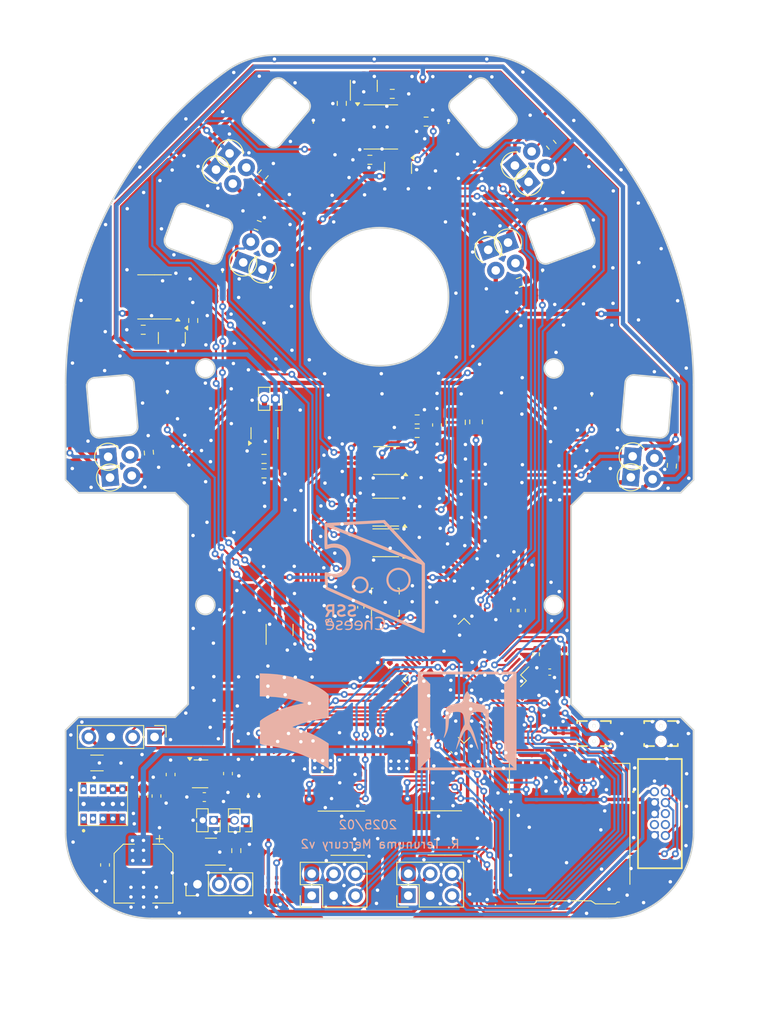
<source format=kicad_pcb>
(kicad_pcb (version 20240108) (generator "pcbnew") (generator_version "8.0")
  (layers (0 "F.Cu" signal) (31 "B.Cu" signal) (34 "B.Paste" user) (35 "F.Paste" user) (36 "B.SilkS" user "B.Silkscreen") (37 "F.SilkS" user "F.Silkscreen") (38 "B.Mask" user) (39 "F.Mask" user) (44 "Edge.Cuts" user))
  (net 0 "")
  (net 1 "Net-(U2A--)")
  (net 2 "/ir_sensor/IR_OUT_A")
  (net 3 "Net-(U2B--)")
  (net 4 "/ir_sensor/IR_OUT_B")
  (net 5 "/ir_sensor1/IR_OUT_A")
  (net 6 "/ir_sensor1/IR_OUT_B")
  (net 7 "Net-(U9A--)")
  (net 8 "/ir_sensor2/IR_OUT_A")
  (net 9 "Net-(U9B--)")
  (net 10 "/ir_sensor2/IR_OUT_B")
  (net 11 "Net-(U1-VCAP)")
  (net 12 "GND")
  (net 13 "+3.3V")
  (net 14 "Net-(U1-VCAP_2)")
  (net 15 "+3.3VADC")
  (net 16 "/mcu/NRST")
  (net 17 "Net-(C4-Pad1)")
  (net 18 "+BATT")
  (net 19 "+5V")
  (net 20 "+1.65VADC")
  (net 21 "Net-(U10A--)")
  (net 22 "Net-(U10B--)")
  (net 23 "/mcu/SW")
  (net 24 "/mcu/OSC_OUT")
  (net 25 "Net-(D1-A)")
  (net 26 "Net-(D2-A)")
  (net 27 "Net-(D3-A)")
  (net 28 "Net-(D4-A)")
  (net 29 "Net-(D5-A)")
  (net 30 "Net-(D6-A)")
  (net 31 "Net-(D11-A)")
  (net 32 "/mcu/SWCLK")
  (net 33 "/mcu/SWDIO")
  (net 34 "/motor_driver L/MOTOR_OUT1")
  (net 35 "/motor_driver L/MOTOR_OUT2")
  (net 36 "Net-(D7-A)")
  (net 37 "/motor_driver R/MOTOR_OUT1")
  (net 38 "/motor_driver R/MOTOR_OUT2")
  (net 39 "Net-(L1-Pad1)")
  (net 40 "/mcu/BUZZER")
  (net 41 "Net-(Q1-D)")
  (net 42 "Net-(D8-A)")
  (net 43 "Net-(Q2-G)")
  (net 44 "Net-(Q2-S)")
  (net 45 "Net-(Q3-G)")
  (net 46 "Net-(D9-A)")
  (net 47 "Net-(Q5-G)")
  (net 48 "Net-(Q5-S)")
  (net 49 "Net-(D14-K)")
  (net 50 "/mcu/BOOT0")
  (net 51 "/mcu/LED1")
  (net 52 "/mcu/LED2")
  (net 53 "/mcu/LED3")
  (net 54 "/mcu/LED4")
  (net 55 "/mcu/LED5")
  (net 56 "/mcu/LED6")
  (net 57 "Net-(D15-K)")
  (net 58 "/mcu/OSC_IN")
  (net 59 "/mcu/MOTOR_L_IN1")
  (net 60 "/mcu/MOTOR_L_IN2")
  (net 61 "/mcu/MOTOR_R_IN1")
  (net 62 "/mcu/MOTOR_R_IN2")
  (net 63 "Net-(D23-K)")
  (net 64 "Net-(D24-K)")
  (net 65 "/mcu/SDIO_D0")
  (net 66 "/mcu/ADC_BAT")
  (net 67 "/mcu/SDIO_SW")
  (net 68 "/mcu/SDIO_CK")
  (net 69 "/mcu/SDIO_D3")
  (net 70 "/mcu/SDIO_D1")
  (net 71 "/mcu/SDIO_D2")
  (net 72 "/mcu/SDIO_CMD")
  (net 73 "/mcu/USART6_TX")
  (net 74 "/mcu/USART6_RX")
  (net 77 "/mcu/ENC_L_A")
  (net 78 "/mcu/END_L_B")
  (net 79 "/mcu/ENC_R_A")
  (net 80 "/mcu/END_R_B")
  (net 81 "/imu/SPC")
  (net 82 "/imu/SDI")
  (net 83 "/imu/SDO")
  (net 84 "/imu/CS")
  (net 86 "Net-(J5-Pin_1)")
  (net 87 "Net-(U8-FB)")
  (net 89 "/ir_led/IR_LED_IN1")
  (net 90 "Net-(U5-REGOUT)")
  (net 91 "/ir_led/IR_LED_IN2")
  (net 92 "/fan_driver/MOTOR_FAN_EN")
  (net 93 "Net-(Q6-Pad1)")
  (net 94 "Net-(C13-Pad2)")
  (net 96 "Net-(C15-Pad2)")
  (net 97 "Net-(C31-Pad2)")
  (net 98 "Net-(Q1-G)")
  (net 99 "Net-(J5-Pin_2)")
  (net 100 "Net-(J8-Pin_2)")
  (net 101 "/mcu/LED7")
  (net 102 "/mcu/LED8")
  (net 103 "/mcu/LED9")
  (net 104 "/mcu/LED10")
  (net 107 "Net-(D10-A)")
  (net 108 "Net-(C33-Pad2)")
  (net 109 "Net-(C35-Pad2)")
  (net 110 "Net-(C37-Pad2)")
  (net 111 "Net-(D16-K)")
  (net 112 "Net-(D17-K)")
  (net 113 "Net-(D18-A)")
  (net 114 "/mcu/ACS_IN_R")
  (net 115 "Net-(Q3-S)")
  (net 116 "/mcu/ACS_IN_L")
  (net 117 "Net-(Q4-G)")
  (net 118 "Net-(R25-Pad2)")
  (net 119 "Net-(R28-Pad2)")
  (net 120 "/ir_led_single/IR_LED_IN")
  (net 121 "Net-(R47-Pad2)")
  (net 123 "/motor_driver L/ACS_IN2")
  (net 124 "/motor_driver R/ACS_IN2")
  (net 125 "Net-(U14-Cs)")
  (net 127 "Net-(J1-CLK)")
  (footprint "mylib:TVAF06A020BR" (layer "F.Cu") (at 170.325001 123.47 180)
    (property "Reference" "SW2" (hide yes))
    (property "Value" "Switch" (hide yes))
  )
  (footprint "Resistor_SMD:R_0201_0603Metric" (layer "F.Cu") (at 174.415 126.225)
    (property "Reference" "R18" (hide yes))
    (property "Value" "10k")
  )
  (footprint "Resistor_SMD:R_0201_0603Metric" (layer "F.Cu") (at 149.8175 102.0025 -90)
    (property "Reference" "R21" (hide yes))
    (property "Value" "220k")
  )
  (footprint "Package_SO:SOIC-8_3.9x4.9mm_P1.27mm" (layer "F.Cu") (at 153.03 134.979998)
    (property "Reference" "U12" (hide yes))
    (property "Value" "ACS722xLCTR-05AB")
  )
  (footprint "Package_SO:MSOP-8_3x3mm_P0.65mm" (layer "F.Cu") (at 146.18 97.825 180)
    (property "Reference" "U9" (hide yes))
    (property "Value" "AD8602")
  )
  (footprint "Resistor_SMD:R_0603_1608Metric" (layer "F.Cu") (at 161.725 71.2 -160)
    (property "Reference" "R40" (hide yes))
    (property "Value" "100k")
  )
  (footprint "Diode_THT:D_T-1_P2.54mm_Vertical_AnodeUp" (layer "F.Cu") (at 160.36 66.6 -70)
    (property "Reference" "D20" (hide yes))
    (property "Value" "SFH213FA")
  )
  (footprint "Capacitor_SMD:C_0603_1608Metric_Pad1.08x0.95mm_HandSolder" (layer "F.Cu") (at 121.239999 128.217499 90)
    (property "Reference" "C41" (hide yes))
    (property "Value" "1u")
  )
  (footprint "Capacitor_SMD:C_0201_0603Metric" (layer "F.Cu") (at 151.367376 101.365 90)
    (property "Reference" "C13" (hide yes))
    (property "Value" "0.01u")
  )
  (footprint "Package_SO:MSOP-8_3x3mm_P0.65mm" (layer "F.Cu") (at 146.19 101.375 180)
    (property "Reference" "U2" (hide yes))
    (property "Value" "AD8602")
  )
  (footprint "Capacitor_SMD:C_0402_1005Metric_Pad0.74x0.62mm_HandSolder" (layer "F.Cu") (at 166.93 114.290544 -90)
    (property "Reference" "C9" (hide yes))
    (property "Value" "10p")
  )
  (footprint "Capacitor_SMD:C_0201_0603Metric" (layer "F.Cu") (at 141.1575 91.22 90)
    (property "Reference" "C37" (hide yes))
    (property "Value" "0.01u")
  )
  (footprint "bldc:XRCGB16M000FXN02R0" (layer "F.Cu") (at 165.250002 114.363045 90)
    (property "Reference" "Y1" (hide yes))
    (property "Value" "XRCGB16M000FXN02R0")
  )
  (footprint "Resistor_SMD:R_0201_0603Metric" (layer "F.Cu") (at 158.91 140.5075 -90)
    (property "Reference" "R17" (hide yes))
    (property "Value" "1k")
  )
  (footprint "Connector_PinSocket_1.27mm:PinSocket_1x02_P1.27mm_Vertical" (layer "F.Cu") (at 126.225001 133.51 -90)
    (property "Reference" "J6" (hide yes))
    (property "Value" "BATTERY")
  )
  (footprint "Capacitor_SMD:C_0201_0603Metric" (layer "F.Cu") (at 163.164346 118.264094 -45)
    (property "Reference" "C3" (hide yes))
    (property "Value" "0.1u")
  )
  (footprint "Connector_PinSocket_1.27mm:PinSocket_1x02_P1.27mm_Vertical" (layer "F.Cu") (at 133.39 84.7 -90)
    (property "Reference" "J8" (hide yes))
    (property "Value" "Conn_01x02")
  )
  (footprint "Capacitor_SMD:C_0201_0603Metric" (layer "F.Cu") (at 141.031188 97.195 90)
    (property "Reference" "C33" (hide yes))
    (property "Value" "0.01u")
  )
  (footprint "Capacitor_SMD:C_0603_1608Metric_Pad1.08x0.95mm_HandSolder" (layer "F.Cu") (at 152.127499 87.7275 90)
    (property "Reference" "C29" (hide yes))
    (property "Value" "10u")
  )
  (footprint "Resistor_SMD:R_0603_1608Metric" (layer "F.Cu") (at 118.065 76.7 180)
    (property "Reference" "R48" (hide yes))
    (property "Value" "33 1% 1/2W")
  )
  (footprint "Capacitor_SMD:C_0603_1608Metric_Pad1.08x0.95mm_HandSolder" (layer "F.Cu") (at 113.635 138.687499 -90)
    (property "Reference" "C25" (hide yes))
    (property "Value" "0.1u")
  )
  (footprint "Inductor_SMD:L_1008_2520Metric" (layer "F.Cu") (at 154.297499 87.425 -90)
    (property "Reference" "L1" (hide yes))
    (property "Value" "10u")
  )
  (footprint "mylib:SMT-0440" (layer "F.Cu") (at 132.085 101.67)
    (property "Reference" "SP1" (hide yes))
    (property "Value" "SMT-0440")
  )
  (footprint "Diode_THT:D_T-1_P2.54mm_Vertical_AnodeUp" (layer "F.Cu") (at 161.16 57.68 40)
    (property "Reference" "D22" (hide yes))
    (property "Value" "SFH213FA")
  )
  (footprint "Diode_THT:D_T-1_P2.54mm_Vertical_AnodeUp" (layer "F.Cu") (at 174.813926 91.360767 -5)
    (property "Reference" "D13" (hide yes))
    (property "Value" "SFH213FA")
  )
  (footprint "Resistor_SMD:R_0201_0603Metric" (layer "F.Cu") (at 127.26 72.8 90)
    (property "Reference" "R13" (hide yes))
    (property "Value" "1k")
  )
  (footprint "Package_SO:MSOP-8_3x3mm_P0.65mm" (layer "F.Cu") (at 146.27 91.845 180)
    (property "Reference" "U10" (hide yes))
    (property "Value" "AD8602")
  )
  (footprint "Resistor_SMD:R_0201_0603Metric" (layer "F.Cu") (at 120.87 86.845 90)
    (property "Reference" "R19" (hide yes))
    (property "Value" "1k")
  )
  (footprint "Resistor_SMD:R_0201_0603Metric" (layer "F.Cu") (at 149.75 54.8 -90)
    (property "Reference" "R27" (hide yes))
    (property "Value" "10k")
  )
  (footprint "Capacitor_SMD:C_0402_1005Metric" (layer "F.Cu") (at 153.560394 125.880142 135)
    (property "Reference" "C6" (hide yes))
    (property "Value" "2.2u")
  )
  (footprint "LED_SMD:LED_0402_1005Metric" (layer "F.Cu") (at 132.57125 142.1925 90)
    (property "Reference" "D4" (hide yes))
    (property "Value" "LED")
  )
  (footprint "Resistor_SMD:R_0603_1608Metric" (layer "F.Cu") (at 123.86 75.63 90)
    (property "Reference" "R47" (hide yes))
    (property "Value" "10")
  )
  (footprint "Resistor_SMD:R_0603_1608Metric_Pad0.98x0.95mm_HandSolder" (layer "F.Cu") (at 132.07 91.66)
    (property "Reference" "R50" (hide yes))
    (property "Value" "20k")
  )
  (footprint "Resistor_SMD:R_1206_3216Metric_Pad1.30x1.75mm_HandSolder" (layer "F.Cu") (at 112.699999 126.875)
    (property "Reference" "R34" (hide yes))
    (property "Value" "133")
  )
  (footprint "Capacitor_SMD:C_0201_0603Metric" (layer "F.Cu") (at 141.78 97.8275 -90)
    (property "Reference" "C34" (hide yes))
    (property "Value" "22p")
  )
  (footprint "Diode_THT:D_T-1_P2.54mm_Vertical_AnodeUp" (layer "F.Cu") (at 174.6 93.79 -5)
    (property "Reference" "D23" (hide yes))
    (property "Value" "VSLY5850")
  )
  (footprint "Package_TO_SOT_SMD:SOT-23-5_HandSoldering" (layer "F.Cu") (at 124.66 128.137498)
    (property "Reference" "U14" (hide yes))
    (property "Value" "NJM12877F33-TE1")
  )
  (footprint "Resistor_SMD:R_0603_1608Metric" (layer "F.Cu") (at 179.361903 92.448139 -95)
    (property "Reference" "R22" (hide yes))
    (property "Value" "100k")
  )
  (footprint "LED_SMD:LED_0402_1005Metric" (layer "F.Cu") (at 130.24 129.38 90)
    (property "Reference" "D18" (hide yes))
    (property "Value" "POWER")
  )
  (footprint "Capacitor_SMD:C_0201_0603Metric" (layer "F.Cu") (at 146.698726 117.298726 135)
    (property "Reference" "C8" (hide yes))
    (property "Value" "0.1u")
  )
  (footprint "Resistor_SMD:R_0201_0603Metric" (layer "F.Cu") (at 142.56 97.8275 -90)
    (property "Reference" "R41" (hide yes))
    (property "Value" "220k")
  )
  (footprint "Resistor_SMD:R_0603_1608Metric" (layer "F.Cu") (at 149.824999 88.650001 180)
    (property "Reference" "R36" (hide yes))
    (property "Value" "1k")
  )
  (footprint "Connector_Card:microSD_HC_Hirose_DM3AT-SF-PEJM5" (layer "F.Cu") (at 167.5 134.81)
    (property "Reference" "J1" (hide yes))
    (property "Value" "Micro_SD_Card_Det2")
  )
  (footprint "Resistor_SMD:R_0201_0603Metric" (layer "F.Cu") (at 174.42 124.48)
    (property "Reference" "R12" (hide yes))
    (property "Value" "10k")
  )
  (footprint "Package_TO_SOT_SMD:SOT-23" (layer "F.Cu") (at 143.64 48.4525 90)
    (property "Reference" "Q2" (hide yes))
    (property "Value" "IRFML8244")
  )
  (footprint "Resistor_SMD:R_0201_0603Metric" (layer "F.Cu") (at 164.615 125.375)
    (property "Reference" "R56" (hide yes))
    (property "Value" "33")
  )
  (footprint "Resistor_SMD:R_0603_1608Metric" (layer "F.Cu") (at 118.72 90.93 95)
    (property "Reference" "R20" (hide yes))
    (property "Value" "100k")
  )
  (footprint "Resistor_SMD:R_0603_1608Metric" (layer "F.Cu") (at 149.824999 87.09)
    (property "Reference" "R37" (hide yes))
    (property "Value" "1k")
  )
  (footprint "Resistor_SMD:R_0603_1608Metric" (layer "F.Cu") (at 141.09 50.48 -90)
    (property "Reference" "R25" (hide yes))
    (property "Value" "10")
  )
  (footprint "Capacitor_SMD:C_0603_1608Metric_Pad1.08x0.95mm_HandSolder" (layer "F.Cu") (at 127.89 128.107498 -90)
    (property "Reference" "C43" (hide yes))
    (property "Value" "1u")
  )
  (footprint "Capacitor_SMD:C_0201_0603Metric" (layer "F.Cu") (at 141.017376 100.745 90)
    (property "Reference" "C15" (hide yes))
    (property "Value" "0.01u")
  )
  (footprint "Package_SO:SOIC-8_3.9x4.9mm_P1.27mm" (layer "F.Cu") (at 145.62 53.21)
    (property "Reference" "U6" (hide yes))
    (property "Value" "~")
  )
  (footprint "Resistor_SMD:R_0201_0603Metric" (layer "F.Cu") (at 164.3475 72.7425 90)
    (property "Reference" "R10" (hide yes))
    (property "Value" "1k")
  )
  (footprint "Resistor_SMD:R_0201_0603Metric" (layer "F.Cu") (at 149.89 92.4875 -90)
    (property "Reference" "R43" (hide yes))
    (property "Value" "220k")
  )
  (footprint "Resistor_SMD:R_0201_0603Metric" (layer "F.Cu") (at 141.28 53.52 -90)
    (property "Reference" "R24" (hide yes))
    (property "Value" "10k")
  )
  (footprint "Capacitor_SMD:C_0201_0603Metric" (layer "F.Cu") (at 143.0439 107.505 180)
    (property "Reference" "C19" (hide yes))
    (property "Value" "0.1u")
  )
  (footprint "Resistor_SMD:R_0603_1608Metric" (layer "F.Cu") (at 150.865 52.595 180)
    (property "Reference" "R28" (hide yes))
    (property "Value" "10")
  )
  (footprint "Diode_THT:D_T-1_P2.54mm_Vertical_AnodeUp" (layer "F.Cu") (at 131.89 69.72 70)
    (property "Reference" "D17" (hide yes))
    (property "Value" "VSLY5850")
  )
  (footprint "Capacitor_SMD:C_0201_0603Metric" (layer "F.Cu") (at 150.5875 102.0025 -90)
    (property "Reference" "C14" (hide yes))
    (property "Value" "22p")
  )
  (footprint "Resistor_SMD:R_0201_0603Metric" (layer "F.Cu") (at 142.66 91.8425 -90)
    (property "Reference" "R45" (hide yes))
    (property "Value" "220k")
  )
  (footprint "Diode_THT:D_T-1_P2.54mm_Vertical_AnodeUp" (layer "F.Cu") (at 126.502031 58.150078 -40)
    (property "Reference" "D15" (hide yes))
    (property "Value" "VSLY5850")
  )
  (footprint "Resistor_SMD:R_0201_0603Metric" (layer "F.Cu") (at 131.52 127.595 -90)
    (property "Reference" "R7" (hide yes))
    (property "Value" "1k")
  )
  (footprint "Resistor_SMD:R_0603_1608Metric" (layer "F.Cu") (at 144.345 57.015 180)
    (property "Reference" "R29" (hide yes))
    (property "Value" "33 1% 1/2W")
  )
  (footprint "Package_TO_SOT_SMD:SOT-23" (layer "F.Cu") (at 132.1225 88.68 90)
    (property "Reference" "Q6" (hide yes))
    (property "Value" "IRFML8244")
  )
  (footprint "Capacitor_SMD:C_0201_0603Metric" (layer "F.Cu") (at 142.4073 109.0012 90)
    (property "Reference" "C21" (hide yes))
    (property "Value" "0.1u")
  )
  (footprint "LED_SMD:LED_0402_1005Metric" (layer "F.Cu") (at 131.5 129.365 90)
    (property "Reference" "D2" (hide yes))
    (property "Value" "LED")
  )
  (footprint "Capacitor_SMD:C_0201_0603Metric" (layer "F.Cu") (at 149.79 98.4675 -90)
    (property "Reference" "C32" (hide yes))
    (property "Value" "22p")
  )
  (footprint "Capacitor_SMD:C_0201_0603Metric" (layer "F.Cu") (at 143.94 131.83 180)
    (property "Reference" "C18" (hide yes))
    (property "Value" "0.1u")
  )
  (footprint "Resistor_SMD:R_0201_0603Metric" (layer "F.Cu") (at 137.79 55.505 90)
    (property "Reference" "R16" (hide yes))
    (property "Value" "1k")
  )
  (footprint "Package_TO_SOT_SMD:SOT-23" (layer "F.Cu") (at 121.38 77.6575 -90)
    (property "Reference" "Q5" (hide yes))
    (property "Value" "IRFML8244")
  )
  (footprint "Diode_THT:D_T-1_P2.54mm_Vertical_AnodeUp" (layer "F.Cu") (at 158.07 67.44 -70)
    (property "Reference" "D16" (hide yes))
    (property "Value" "VSLY5850")
  )
  (footprint "Capacitor_SMD:C_0603_1608Metric_Pad1.08x0.95mm_HandSolder" (layer "F.Cu") (at 118.07 130.705 -90)
    (property "Reference" "C27" (hide yes))
    (property "Value" "0.1u")
  )
  (footprint "Package_SO:SOIC-8_3.9x4.9mm_P1.27mm" (layer "F.Cu") (at 119.375 72.895 180)
    (property "Reference" "U13" (hide yes))
    (property "Value" "~")
  )
  (footprint "Capacitor_SMD:C_0201_0603Metric" (layer "F.Cu") (at 141.89 91.8425 -90)
    (property "Reference" "C38" (hide yes))
    (property "Value" "22p")
  )
  (footprint "Resistor_SMD:R_0603_1608Metric" (layer "F.Cu") (at 146.94 49.38)
    (property "Reference" "R26" (hide yes))
    (property "Value" "33 1% 1/2W")
  )
  (footprint "Resistor_SMD:R_0201_0603Metric" (layer "F.Cu") (at 130.24 127.58 -90)
    (property "Reference" "R33" (hide yes))
    (property "Value" "1k")
  )
  (footprint "Resistor_SMD:R_0201_0603Metric" (layer "F.Cu") (at 165.85 123.109998 -90)
    (property "Reference" "R5" (hide yes))
    (property "Value" "10k")
  )
  (footprint "Resistor_SMD:R_0603_1608Metric" (layer "F.Cu") (at 131.335246 64.612166 -20)
    (property "Reference" "R38" (hide yes))
    (property "Value" "100k")
  )
  (footprint "Diode_THT:D_T-1_P2.54mm_Vertical_AnodeUp" (layer "F.Cu") (at 162.754246 59.572682 40)
    (property "Reference" "D14" (hide yes))
    (property "Value" "VSLY5850")
  )
  (footprint "mylib:TVAF06A020BR" (layer "F.Cu") (at 178.1 123.47 180)
    (property "Reference" "SW1" (hide yes))
    (property "Value" "Switch" (hide yes))
  )
  (footprint "Resistor_SMD:R_0201_0603Metric" (layer "F.Cu") (at 174.435 125.355)
    (property "Reference" "R15" (hide yes))
    (property "Value" "10k")
  )
  (footprint "LED_SMD:LED_0402_1005Metric" (layer "F.Cu") (at 137.79 53.825 -90)
    (property "Reference" "D9" (hide yes))
    (property "Value" "LED")
  )
  (footprint "Capacitor_SMD:C_0201_0603Metric" (layer "F.Cu") (at 178.13 125.52)
    (property "Reference" "C11" (hide yes))
    (property "Value" "0.1u")
  )
  (footprint "Resistor_SMD:R_0402_1005Metric" (layer "F.Cu") (at 161.066619 109.215883 90)
    (property "Reference" "R32" (hide yes))
    (property "Value" "10k")
  )
  (footprint "Connector_PinSocket_1.27mm:PinSocket_1x02_P1.27mm_Vertical" (layer "F.Cu") (at 129.915001 133.520001 -90)
    (property "Reference" "J5" (hide yes))
    (property "Value" "BATTERY")
  )
  (footprint "Resistor_SMD:R_0201_0603Metric" (layer "F.Cu") (at 161.99412 122.003868 -45)
    (property "Reference" "R1" (hide yes))
    (property "Value" "10k")
  )
  (footprint "LED_SMD:LED_0402_1005Metric" (layer "F.Cu") (at 158.91 142.2075 90)
    (property "Reference" "D10" (hide yes))
    (property "Value" "LED")
  )
  (footprint "Capacitor_SMD:C_0201_0603Metric" (layer "F.Cu") (at 147.86 88.33 90)
    (property "Reference" "C30" (hide yes))
    (property "Value" "0.1u")
  )
  (footprint "Resistor_SMD:R_0201_0603Metric" (layer "F.Cu") (at 168.395 125.375 180)
    (property "Reference" "R53" (hide yes))
    (property "Value" "10k")
  )
  (footprint "Connector_PinHeader_2.54mm:PinHeader_2x03_P2.54mm_Vertical" (layer "F.Cu") (at 148.8 142.24 90)
    (property "Reference" "J7" (hide yes))
    (property "Value" "2.54mm 02x03")
  )
  (footprint "Connector_PinHeader_2.54mm:PinHeader_1x03_P2.54mm_Vertical" (layer "F.Cu") (at 124.35 140.925 90)
    (property "Reference" "SW3" (hide yes))
    (property "Value" "SW_DPDT_x2")
  )
  (footprint "Capacitor_SMD:C_0201_0603Metric" (layer "F.Cu") (at 152.2 109.3 45)
    (property "Reference" "C7" (hide yes))
    (property "Value" "0.1u")
  )
  (footprint "Resistor_SMD:R_0805_2012Metric_Pad1.20x1.40mm_HandSolder" (layer "F.Cu") (at 156.657499 87.37 90)
    (property "Reference" "R35" (hide yes))
    (property "Value" "5")
  )
  (footprint "Package_TO_SOT_SMD:SOT-23" (layer "F.Cu") (at 133.875 111.47 90)
    (property "Reference" "Q1" (hide yes))
    (property "Value" "BSS138")
  )
  (footprint "LED_SMD:LED_0402_1005Metric" (layer "F.Cu") (at 170.08 85.445 -90)
    (property "Reference" "D1" (hide yes))
    (property "Value" "LED")
  )
  (footprint "LED_SMD:LED_0402_1005Metric" (layer "F.Cu") (at 164.3475 71.0525 -90)
    (property "Reference" "D5" (hide yes))
    (property "Value" "LED")
  )
  (footprint "mylib:DRV8835DSSR" (layer "F.Cu") (at 151.65 129.175)
    (property "Reference" "U11" (hide yes))
    (property "Value" "DRV8835" (hide yes))
  )
  (footprint "Package_TO_SOT_SMD:SOT-23" (layer "F.Cu") (at 147.615 57.945 -90)
    (property "Reference" "Q3" (hide yes))
    (property "Value" "IRFML8244")
  )
  (footprint "Resistor_SMD:R_0201_0603Metric" (layer "F.Cu") (at 150.58 98.4675 -90)
    (property "Reference" "R39" (hide yes))
    (property "Value" "220k")
  )
  (footprint "Capacitor_SMD:C_0201_0603Metric" (layer "F.Cu") (at 155.52 109.15)
    (property "Reference" "C10" (hide yes))
    (property "Value" "0.1u")
  )
  (footprint "mylib:DRV8835DSSR" (layer "F.Cu") (at 140.85 129.175)
    (property "Reference" "U3" (hide yes))
    (property "Value" "DRV8835" (hide yes))
  )
  (footprint "Capacitor_SMD:C_0402_1005Metric_Pad0.74x0.62mm_HandSolder" (layer "F.Cu") (at 165.200001 116.348044)
    (property "Reference" "C4" (hide yes))
    (property "Value" "10p")
  )
  (footprint "Resistor_SMD:R_0201_0603Metric" (layer "F.Cu") (at 133.225 113.8)
    (property "Reference" "R4" (hide yes))
    (property "Value" "10k")
  )
  (footprint "Resistor_SMD:R_0201_0603Metric" (layer "F.Cu") (at 132.56125 140.4975 -90)
    (property "Reference" "R9" (hide yes))
    (property "Value" "1k")
  )
  (footprint "Resistor_SMD:R_0201_0603Metric" (layer "F.Cu") (at 133.53125 140.49 -90)
    (property "Reference" "R11" (hide yes))
    (property "Value" "1k")
  )
  (footprint "Package_TO_SOT_SMD:SOT-23" (layer "F.Cu") (at 125.917501 137.15 180)
    (property "Reference" "Q4" (hide yes))
    (property "Value" "IRLML6402")
  )
  (footprint "Capacitor_SMD:C_0201_0603Metric" (layer "F.Cu") (at 166.754994 123.115 90)
    (property "Reference" "C12" (hide yes))
    (property "Value" "0.1u")
  )
  (footprint "Capacitor_SMD:C_0201_0603Metric" (layer "F.Cu") (at 155.16 131.82 180)
    (property "Reference" "C40" (hide yes))
    (property "Value" "0.1u")
  )
  (footprint "Resistor_SMD:R_0402_1005Metric_Pad0.72x0.64mm_HandSolder" (layer "F.Cu") (at 163.620002 114.288044 -90)
    (property "Reference" "R2" (hide yes))
    (property "Value" "1k")
  )
  (footprint "Capacitor_SMD:C_0201_0603Metric" (layer "F.Cu") (at 162.997893 116.516981 45)
    (property "Reference" "C2" (hide yes))
    (property "Value" "0.1u")
  )
  (footprint "Capacitor_SMD:C_0402_1005Metric" (layer "F.Cu") (at 146.314411 115.619927 -135)
    (property "Reference" "C1" (hide yes))
    (property "Value" "2.2u")
  )
  (footprint "LED_SMD:LED_0402_1005Metric" (layer "F.Cu") (at 120.87 85.165 -90)
    (property "Reference" "D11" (hide yes))
    (property "Value" "LED")
  )
  (footprint "mylib:mylib" (layer "F.Cu") (at 177.34 130.205 -90)
    (property "Reference" "J3" (hide yes))
    (property "Value" "Conn_ARM_JTAG_SWD_10" (hide yes))
  )
  (footprint "Resistor_SMD:R_0603_1608Metric" (layer "F.Cu") (at 128.855 137.03 -90)
    (property "Reference" "R30" (hide yes))
    (property "Value" "100k")
  )
  (footprint "Package_QFP:LQFP-64_10x10mm_P0.5mm" (layer "F.Cu") (at 155.267893 117.356981 -135)
    (property "Reference" "U1" (hide yes))
    (property "Value" "STM32F405RGTx")
  )
  (footprint "Capacitor_SMD:C_0402_1005Metric" (layer "F.Cu") (at 143.2889 108.845 90)
    (property "Reference" "C22" (hide yes))
    (property "Value" "2.2u")
  )
  (footprint "Capacitor_SMD:C_0201_0603Metric" (layer "F.Cu") (at 152.27 127.2225 180)
    (property "Reference" "C39" (hide yes))
    (property "Value" "0.1u")
  )
  (footprint "Resistor_SMD:R_0603_1608Metric" (layer "F.Cu") (at 131.9997 58.701987 50)
    (property "Reference" "R42" (hide yes))
    (property "Value" "100k")
  )
  (footprint "Capacitor_SMD:C_0201_0603Metric" (layer "F.Cu") (at 151.361188 97.82 90)
    (property "Reference" "C31" (hide yes))
    (property "Value" "0.01u")
  )
  (footprint "Diode_THT:D_T-1_P2.54mm_Vertical_AnodeUp" (layer "F.Cu") (at 129.66 68.9 70)
    (property "Reference" "D19" (hide yes))
    (property "Value" "SFH213FA")
  )
  (footprint "LED_SMD:LED_0402_1005Metric" (layer "F.Cu") (at 133.53125 142.19 90)
    (property "Reference" "D6" (hide yes))
    (property "Value" "LED")
  )
  (footprint "Connector_PinHeader_2.54mm:PinHeader_1x04_P2.54mm_Vertical" (layer "F.Cu") (at 119.379999 123.87 -90)
    (property "Reference" "J2" (hide yes))
    (property "Value" "UART")
  )
  (footprint "Capacitor_SMD:C_0603_1608Metric_Pad1.08x0.95mm_HandSolder" (layer "F.Cu") (at 125.147499 130.827498 180)
    (property "Reference" "C42" (hide yes))
    (property "Value" "0.01u")
  )
  (footprint "Capacitor_SMD:C_0201_0603Metric" (layer "F.Cu") (at 144.619999 110.4288 180)
    (property "Reference" "C20" (hide yes))
    (property "Value" "0.01u")
  )
  (footprint "Package_LGA:LGA-16_3x3mm_P0.5mm_LayoutBorder3x5y" (layer "F.Cu") (at 146.14 108.25 90)
    (property "Reference" "U5" (hide yes))
    (property "Value" "ICM-20602")
  )
  (footprint "Capacitor_SMD:C_0201_0603Metric" (layer "F.Cu") (at 150.67 92.4875 -90)
    (property "Reference" "C36" (hide yes))
    (property "Value" "22p")
  )
  (footprint "Resistor_SMD:R_0402_1005Metric" (layer "F.Cu") (at 162 109.215001 -90)
    (property "Reference" "R31" (hide yes))
    (property "Value" "20k")
  )
  (footprint "Capacitor_SMD:C_0201_0603Metric" (layer "F.Cu") (at 151.4375 91.825 90)
    (property "Reference" "C35" (hide yes))
    (property "Value" "0.01u")
  )
  (footprint "LED_SMD:LED_0402_1005Metric" (layer "F.Cu") (at 157.95 142.215 90)
    (property "Reference" "D8" (hide yes))
    (property "Value" "LED")
  )
  (footprint "Diode_THT:D_T-1_P2.54mm_Vertical_AnodeUp" (layer "F.Cu") (at 114.21 93.82 5)
    (property "Reference" "D24" (hide yes))
    (property "Value" "VSLY5850")
  )
  (footprint "Capacitor_SMD:C_0201_0603Metric" (layer "F.Cu") (at 141.479999 127.145 180)
    (property "Reference" "C17" (hide yes))
    (property "Value" "0.1u")
  )
  (footprint "Resistor_SMD:R_0201_0603Metric" (layer "F.Cu") (at 133.22 114.5425 180)
    (property "Reference" "R3" (hide yes))
    (property "Value" "120")
  )
  (footprint "Resistor_SMD:R_0201_0603Metric" (layer "F.Cu") (at 157.94 140.505 -90)
    (property "Reference" "R14" (hide yes))
    (property "Value" "1k")
  )
  (footprint "Resistor_SMD:R_0201_0603Metric" (layer "F.Cu") (at 123.5 71.95 -90)
    (property "Reference" "R46" (hide yes))
    (property "Value" "10k")
  )
  (footprint "Connector_PinHeader_2.54mm:PinHeader_2x03_P2.54mm_Vertical" (layer "F.Cu") (at 137.6 142.25 90)
    (property "Reference" "J4" (hide yes))
    (property "Value" "2.54mm 02x03")
  )
  (footprint "Capacitor_SMD:C_0201_0603Metric" (layer "F.Cu") (at 155.901275 125.673726 45)
    (property "Reference" "C5" (hide yes))
    (property "Value" "0.1u")
  )
  (footprint "Capacitor_SMD:C_0201_0603Metric" (layer "F.Cu") (at 141.7675 101.3825 -90)
    (property "Reference" "C16" (hide yes))
    (property "Value" "22p")
  )
  (footprint "Resistor_SMD:R_0201_0603Metric" (layer "F.Cu") (at 170.07 87.125 90)
    (property "Reference" "R6" (hide yes))
    (property "Value" "1k")
  )
  (footprint "Resistor_SMD:R_0201_0603Metric" (layer "F.Cu") (at 142.5575 101.3775 -90)
    (property "Reference" "R23" (hide yes))
    (property "Value" "220k")
  )
  (footprint "LED_SMD:LED_0402_1005Metric" (layer "F.Cu") (at 127.26 71.115 -90)
    (property "Reference" "D7" (hide yes))
    (property "Value" "LED")
  )
  (footprint "Resistor_SMD:R_0201_0603Metric" (layer "F.Cu") (at 153.46 55.555 90)
    (property "Reference" "R8" (hide yes))
    (property "Value" "1k")
  )
  (footprint "Resistor_SMD:R_0603_1608Metric" (layer "F.Cu") (at 165.3803 55.271987 -50)
    (property "Reference" "R44" (hide yes))
    (property "Value" "100k")
  )
  (footprint "Package_SO:SOIC-8_3.9x4.9mm_P1.27mm" (layer "F.Cu") (at 141.78 135.01)
    (property "Reference" "U4" (hide yes))
    (property "Value" "ACS722xLCTR-05AB")
  )
  (footprint "Capacitor_SMD:CP_Elec_6.3x3" (layer "F.Cu") (at 118.1 139.695 -90)
    (property "Reference" "C23" (hide yes))
    (property "Value" "100uF")
  )
  (footprint "LED_SMD:LED_0402_1005Metric" (layer "F.Cu") (at 153.46 53.875 -90)
    (property "Reference" "D3" (hide yes))
    (property "Value" "LED")
  )
  (footprint "mylib:LXDC55FAAA203" (layer "F.Cu") (at 111.15 133.325 180)
    (property "Reference" "U8" (hide yes))
    (property "Value" "LXDC55FAAA-203" (hide yes))
  )
  (footprint "Capacitor_SMD:C_0603_1608Metric_Pad1.08x0.95mm_HandSolder" (layer "F.Cu") (at 119.599999 130.705 -90)
    (property "Reference" "C28" (hide yes))
    (property "Value" "20u")
  )
  (footprint "Diode_THT:D_T-1_P2.54mm_Vertical_AnodeUp" (layer "F.Cu") (at 128.074245 56.277319 -40)
    (property "Reference" "D21" (hide yes))
    (property "Value" "SFH213FA")
  )
  (footprint "Resistor_SMD:R_0603_1608Metric_Pad0.98x0.95mm_HandSolder" (layer "F.Cu") (at 132.07 93.34 180)
    (property "Reference" "R49" (hide yes))
    (property "Value" "4.7k")
  )
  (footprint "Diode_THT:D_T-1_P2.54mm_Vertical_AnodeUp" (layer "F.Cu") (at 114 91.41 5)
    (property "Reference" "D12" (hide yes))
    (property "Value" "SFH213FA")
  )
  (footprint "Resistor_SMD:R_0201_0603Metric" (layer "B.Cu") (at 170.25 130.8 90)
    (property "Reference" "R55" (hide yes))
    (property "Value" "10k")
  )
  (footprint "Resistor_SMD:R_0201_0603Metric" (layer "B.Cu") (at 163.675 130.8 90)
    (property "Reference" "R52" (hide yes))
    (property "Value" "10k")
  )
  (footprint "mylib:tokyotech_logo2" (layer "B.Cu") (at 155.65 122.04 180)
    (property "Reference" "G***" (hide yes))
    (property "Value" "LOGO" (hide yes))
  )
  (footprint "Resistor_SMD:R_0201_0603Metric" (layer "B.Cu") (at 162.475 130.795 90)
    (property "Reference" "R51" (hide yes))
    (property "Value" "10k")
  )
  (footprint "mylib:cheese_logo2" (layer "B.Cu") (at 144.775 105.375 180)
    (property "Reference" "G***" (hide yes))
    (property "Value" "LOGO" (hide yes))
  )
  (footprint "Resistor_SMD:R_0201_0603Metric" (layer "B.Cu") (at 169.175 130.8 90)
    (property "Reference" "R54" (hide yes))
    (property "Value" "10k")
  )
  (footprint "mylib:science_tokyo_logo" (layer "B.Cu") (at 135.48 121.99 180)
    (property "Reference" "G***" (hide yes))
    (property "Value" "LOGO" (hide yes))
  )
  (gr_line (start 116.518357 88.914143) (end 116.518359 88.914161) (stroke (width 0.2)) (layer "Edge.Cuts"))
  (gr_line (start 170.357459 66.027394) (end 169.160389 62.738469) (stroke (width 0.2)) (layer "Edge.Cuts"))
  (gr_arc (start 111.512572 83.329172) (mid 111.742728 82.599252) (end 112.421613 82.245841) (stroke (width 0.2)) (layer "Edge.Cuts"))
  (gr_line (start 161.183589 51.727444) (end 157.969652 47.897223) (stroke (width 0.2)) (layer "Edge.Cuts"))
  (gr_line (start 181.869915 94.08) (end 181.869915 83.08) (stroke (width 0.2)) (layer "Edge.Cuts"))
  (gr_line (start 121.779598 62.738499) (end 120.581165 66.03117) (stroke (width 0.2)) (layer "Edge.Cuts"))
  (gr_line (start 109.070083 94.08) (end 110.570083 95.58) (stroke (width 0.2)) (layer "Edge.Cuts"))
  (gr_line (start 119.069999 144.88) (end 171.87 144.88) (stroke (width 0.2)) (layer "Edge.Cuts"))
  (gr_arc (start 156.560819 47.773967) (mid 157.290763 47.543816) (end 157.969652 47.897223) (stroke (width 0.2)) (layer "Edge.Cuts"))
  (gr_line (start 153.756409 51.432556) (end 156.970346 55.262777) (stroke (width 0.2)) (layer "Edge.Cuts"))
  (gr_arc (start 132.970344 47.897225) (mid 133.647015 47.544011) (end 134.375763 47.7711) (stroke (width 0.2)) (layer "Edge.Cuts"))
  (gr_arc (start 170.357459 66.027394) (mid 170.324074 66.792031) (end 169.759787 67.309103) (stroke (width 0.2)) (layer "Edge.Cuts"))
  (gr_line (start 133.969632 55.2628) (end 137.18359 51.432555) (stroke (width 0.2)) (layer "Edge.Cuts"))
  (gr_line (start 158.379179 55.386033) (end 161.060333 53.136277) (stroke (width 0.2)) (layer "Edge.Cuts"))
  (gr_line (start 180.369915 95.58) (end 181.869915 94.08) (stroke (width 0.2)) (layer "Edge.Cuts"))
  (gr_arc (start 161.183589 51.727444) (mid 161.41374 52.457388) (end 161.060333 53.136277) (stroke (width 0.2)) (layer "Edge.Cuts"))
  (gr_arc (start 133.969632 55.2628) (mid 133.293571 55.615951) (end 132.565164 55.389679) (stroke (width 0.2)) (layer "Edge.Cuts"))
  (gr_line (start 123.269999 97.08) (end 123.269999 120.08) (stroke (width 0.2)) (layer "Edge.Cuts"))
  (gr_line (start 178.518386 82.245841) (end 175.031702 81.940796) (stroke (width 0.2)) (layer "Edge.Cuts"))
  (gr_arc (start 121.779598 62.738499) (mid 122.296677 62.174206) (end 123.061322 62.140822) (stroke (width 0.2)) (layer "Edge.Cuts"))
  (gr_line (start 123.061322 62.140822) (end 123.061331 62.140798) (stroke (width 0.2)) (layer "Edge.Cuts"))
  (gr_line (start 174.421612 88.914159) (end 177.908295 89.219204) (stroke (width 0.2)) (layer "Edge.Cuts"))
  (gr_line (start 109.069999 123.08) (end 109.069999 134.88) (stroke (width 0.2)) (layer "Edge.Cuts"))
  (gr_line (start 137.060339 50.023728) (end 134.375763 47.7711) (stroke (width 0.2)) (layer "Edge.Cuts"))
  (gr_arc (start 165.061324 69.019205) (mid 164.296684 68.985819) (end 163.779609 68.42153) (stroke (width 0.2)) (layer "Edge.Cuts"))
  (gr_line (start 156.970347 55.262777) (end 156.970346 55.262777) (stroke (width 0.2)) (layer "Edge.Cuts"))
  (gr_line (start 145.470002 44.880172) (end 133.482779 44.880172) (stroke (width 0.2)) (layer "Edge.Cuts"))
  (gr_line (start 127.160386 68.42154) (end 128.36132 65.121996) (stroke (width 0.2)) (layer "Edge.Cuts"))
  (gr_arc (start 137.060339 50.023728) (mid 137.413741 50.702614) (end 137.18359 51.432555) (stroke (width 0.2)) (layer "Edge.Cuts"))
  (gr_circle (center 125.269999 108.58) (end 124.169999 108.58) (stroke (width 0.2)) (fill none) (layer "Edge.Cuts"))
  (gr_arc (start 167.878674 62.140795) (mid 168.643314 62.17418) (end 169.160389 62.738469) (stroke (width 0.2)) (layer "Edge.Cuts"))
  (gr_arc (start 113.031645 89.219209) (mid 112.301739 88.989049) (end 111.948353 88.310165) (stroke (width 0.2)) (layer "Edge.Cuts"))
  (gr_arc (start 117.42742 87.830764) (mid 117.197264 88.560727) (end 116.518357 88.914143) (stroke (width 0.2)) (layer "Edge.Cuts"))
  (gr_line (start 169.169999 95.58) (end 180.369915 95.58) (stroke (width 0.2)) (layer "Edge.Cuts"))
  (gr_line (start 162.582539 65.132606) (end 163.779609 68.42153) (stroke (width 0.2)) (layer "Edge.Cuts"))
  (gr_line (start 167.669999 97.08) (end 169.169999 95.58) (stroke (width 0.2)) (layer "Edge.Cuts"))
  (gr_arc (start 181.869999 134.880001) (mid 178.941067 141.951068) (end 171.87 144.88) (stroke (width 0.2)) (layer "Edge.Cuts"))
  (gr_line (start 117.42742 87.830764) (end 116.991645 82.849835) (stroke (width 0.2)) (layer "Edge.Cuts"))
  (gr_line (start 111.512572 83.329172) (end 111.948353 88.310165) (stroke (width 0.2)) (layer "Edge.Cuts"))
  (gr_arc (start 163.31494 46.775418) (mid 176.962339 62.694283) (end 181.869915 83.08) (stroke (width 0.2)) (layer "Edge.Cuts"))
  (gr_circle (center 165.669999 108.58) (end 164.569999 108.58) (stroke (width 0.2)) (fill none) (layer "Edge.Cuts"))
  (gr_arc (start 127.625058 46.775418) (mid 130.404433 45.365774) (end 133.482779 44.880172) (stroke (width 0.2)) (layer "Edge.Cuts"))
  (gr_line (start 181.869999 123.08) (end 180.369999 121.58) (stroke (width 0.2)) (layer "Edge.Cuts"))
  (gr_circle (center 125.269999 81.18) (end 124.169999 81.18) (stroke (width 0.2)) (fill none) (layer "Edge.Cuts"))
  (gr_line (start 121.769999 121.58) (end 110.569999 121.58) (stroke (width 0.2)) (layer "Edge.Cuts"))
  (gr_line (start 121.180186 67.309095) (end 125.878682 69.019207) (stroke (width 0.2)) (layer "Edge.Cuts"))
  (gr_arc (start 119.069999 144.88) (mid 111.998932 141.951068) (end 109.069999 134.88) (stroke (width 0.2)) (layer "Edge.Cuts"))
  (gr_arc (start 158.379179 55.386033) (mid 157.649236 55.616184) (end 156.970347 55.262777) (stroke (width 0.2)) (layer "Edge.Cuts"))
  (gr_arc (start 127.75977 63.85089) (mid 128.321709 64.362863) (end 128.36132 65.121996) (stroke (width 0.2)) (layer "Edge.Cuts"))
  (gr_line (start 156.560819 47.773967) (end 153.879665 50.023723) (stroke (width 0.2)) (layer "Edge.Cuts"))
  (gr_circle (center 165.669999 81.18) (end 164.569999 81.18) (stroke (width 0.2)) (fill none) (layer "Edge.Cuts"))
  (gr_line (start 169.169999 121.58) (end 167.669999 120.08) (stroke (width 0.2)) (layer "Edge.Cuts"))
  (gr_arc (start 109.070083 83.079996) (mid 113.97766 62.694281) (end 127.625058 46.775418) (stroke (width 0.2)) (layer "Edge.Cuts"))
  (gr_arc (start 157.457213 44.880172) (mid 160.535562 45.365774) (end 163.31494 46.775418) (stroke (width 0.2)) (layer "Edge.Cuts"))
  (gr_arc (start 115.908349 81.940791) (mid 116.63827 82.170947) (end 116.991645 82.849835) (stroke (width 0.2)) (layer "Edge.Cuts"))
  (gr_circle (center 145.469999 72.88) (end 137.469999 72.88) (stroke (width 0.2)) (fill none) (layer "Edge.Cuts"))
  (gr_arc (start 127.160386 68.42154) (mid 126.643315 68.985824) (end 125.878682 69.019207) (stroke (width 0.2)) (layer "Edge.Cuts"))
  (gr_line (start 113.031645 89.219209) (end 116.518359 88.914161) (stroke (width 0.2)) (layer "Edge.Cuts"))
  (gr_arc (start 153.756409 51.432556) (mid 153.526258 50.702612) (end 153.879665 50.023723) (stroke (width 0.2)) (layer "Edge.Cuts"))
  (gr_line (start 178.991645 88.310166) (end 179.427424 83.329191) (stroke (width 0.2)) (layer "Edge.Cuts"))
  (gr_line (start 110.569999 121.58) (end 109.069999 123.08) (stroke (width 0.2)) (layer "Edge.Cuts"))
  (gr_line (start 180.369999 121.58) (end 169.169999 121.58) (stroke (width 0.2)) (layer "Edge.Cuts"))
  (gr_line (start 181.869999 134.880001) (end 181.869999 123.08) (stroke (width 0.2)) (layer "Edge.Cuts"))
  (gr_line (start 121.769999 95.58) (end 123.269999 97.08) (stroke (width 0.2)) (layer "Edge.Cuts"))
  (gr_line (start 109.070083 83.079996) (end 109.070083 94.08) (stroke (width 0.2)) (layer "Edge.Cuts"))
  (gr_line (start 167.878674 62.140795) (end 163.180211 63.850897) (stroke (width 0.2)) (layer "Edge.Cuts"))
  (gr_arc (start 178.991645 88.310166) (mid 178.638238 88.989054) (end 177.908295 89.219204) (stroke (width 0.2)) (layer "Edge.Cuts"))
  (gr_line (start 173.948353 82.849834) (end 173.512574 87.830809) (stroke (width 0.2)) (layer "Edge.Cuts"))
  (gr_line (start 132.970344 47.897225) (end 129.756407 51.727446) (stroke (width 0.2)) (layer "Edge.Cuts"))
  (gr_arc (start 162.582539 65.132606) (mid 162.615924 64.367969) (end 163.180211 63.850897) (stroke (width 0.2)) (layer "Edge.Cuts"))
  (gr_arc (start 121.180186 67.309095) (mid 120.616757 66.793843) (end 120.581165 66.03117) (stroke (width 0.2)) (layer "Edge.Cuts"))
  (gr_line (start 129.879662 53.136275) (end 132.565164 55.389679) (stroke (width 0.2)) (layer "Edge.Cuts"))
  (gr_arc (start 129.879662 53.136275) (mid 129.526256 52.457387) (end 129.756407 51.727446) (stroke (width 0.2)) (layer "Edge.Cuts"))
  (gr_line (start 127.75977 63.85089) (end 123.061331 62.140798) (stroke (width 0.2)) (layer "Edge.Cuts"))
  (gr_arc (start 178.518386 82.245841) (mid 179.197274 82.599248) (end 179.427424 83.329191) (stroke (width 0.2)) (layer "Edge.Cuts"))
  (gr_line (start 123.269999 120.08) (end 121.769999 121.58) (stroke (width 0.2)) (layer "Edge.Cuts"))
  (gr_line (start 167.669999 120.08) (end 167.669999 97.08) (stroke (width 0.2)) (layer "Edge.Cuts"))
  (gr_arc (start 173.948353 82.849834) (mid 174.30176 82.170946) (end 175.031702 81.940796) (stroke (width 0.2)) (layer "Edge.Cuts"))
  (gr_arc (start 174.421612 88.914159) (mid 173.742724 88.560752) (end 173.512574 87.830809) (stroke (width 0.2)) (layer "Edge.Cuts"))
  (gr_line (start 115.908349 81.940791) (end 112.421613 82.245841) (stroke (width 0.2)) (layer "Edge.Cuts"))
  (gr_line (start 165.061324 69.019205) (end 169.759787 67.309103) (stroke (width 0.2)) (layer "Edge.Cuts"))
  (gr_line (start 157.457213 44.880172) (end 145.470002 44.880172) (stroke (width 0.2)) (layer "Edge.Cuts"))
  (gr_line (start 110.570083 95.58) (end 121.769999 95.58) (stroke (width 0.2)) (layer "Edge.Cuts"))
  (gr_text "R. Terunuma Mercury v2" (at 154.84 136.86 0) (layer "B.SilkS") (effects (font (size 1 1)) (justify left bottom mirror)))
  (gr_text "2025/02" (at 147.59 134.63 0) (layer "B.SilkS") (effects (font (size 1 1)) (justify left bottom mirror)))
  (segment (start 150.59 101.685) (end 150.5875 101.6825) (width 0.25) (layer "F.Cu") (net 1))
  (segment (start 151.367376 101.685) (end 150.59 101.685) (width 0.25) (layer "F.Cu") (net 1))
  (segment (start 149.8175 101.6825) (end 148.32 101.6825) (width 0.25) (layer "F.Cu") (net 1))
  (segment (start 150.5875 101.6825) (end 149.8175 101.6825) (width 0.25) (layer "F.Cu") (net 1))
  (segment (start 148.32 101.6825) (end 148.3025 101.7) (width 0.25) (layer "F.Cu") (net 1))
  (segment (start 153.1225 102.3225) (end 158.675 107.875) (width 0.25) (layer "F.Cu") (net 2))
  (segment (start 158.675 107.875) (end 158.675 109.325) (width 0.25) (layer "F.Cu") (net 2))
  (segment (start 150.5875 102.3225) (end 153.1225 102.3225) (width 0.25) (layer "F.Cu") (net 2))
  (segment (start 150.5875 102.3225) (end 148.33 102.3225) (width 0.25) (layer "F.Cu") (net 2))
  (segment (start 158.675 109.325) (end 158.137074 109.862926) (width 0.25) (layer "F.Cu") (net 2))
  (segment (start 148.33 102.3225) (end 148.3025 102.35) (width 0.25) (layer "F.Cu") (net 2))
  (segment (start 158.137074 109.862926) (end 158.137074 110.598712) (width 0.25) (layer "F.Cu") (net 2))
  (segment (start 158.137074 110.598712) (end 157.33618 111.399606) (width 0.25) (layer "F.Cu") (net 2))
  (segment (start 142.5575 101.0575) (end 144.07 101.0575) (width 0.25) (layer "F.Cu") (net 3))
  (segment (start 141.765 101.065) (end 141.7675 101.0625) (width 0.25) (layer "F.Cu") (net 3))
  (segment (start 141.7675 101.0625) (end 142.5525 101.0625) (width 0.25) (layer "F.Cu") (net 3))
  (segment (start 141.017376 101.065) (end 141.765 101.065) (width 0.25) (layer "F.Cu") (net 3))
  (segment (start 144.07 101.0575) (end 144.0775 101.05) (width 0.25) (layer "F.Cu") (net 3))
  (segment (start 141 101.05) (end 140.9875 101.0625) (width 0.25) (layer "F.Cu") (net 3))
  (segment (start 142.5525 101.0625) (end 142.5575 101.0575) (width 0.25) (layer "F.Cu") (net 3))
  (segment (start 141.022792 112) (end 150.264466 112) (width 0.25) (layer "F.Cu") (net 4))
  (segment (start 141.77 101.7) (end 141.7675 101.7025) (width 0.25) (layer "F.Cu") (net 4))
  (segment (start 141.7675 101.7025) (end 138.7775 101.7025) (width 0.25) (layer "F.Cu") (net 4))
  (segment (start 138.7775 101.7025) (end 138.12 102.36) (width 0.25) (layer "F.Cu") (net 4))
  (segment (start 150.264466 112) (end 151.431839 113.167373) (width 0.25) (layer "F.Cu") (net 4))
  (segment (start 138.12 109.097208) (end 141.022792 112) (width 0.25) (layer "F.Cu") (net 4))
  (segment (start 138.12 102.36) (end 138.12 109.097208) (width 0.25) (layer "F.Cu") (net 4))
  (segment (start 144.0775 101.7) (end 141.77 101.7) (width 0.25) (layer "F.Cu") (net 4))
  (segment (start 153.6875 98.7875) (end 159.7 104.8) (width 0.25) (layer "F.Cu") (net 5))
  (segment (start 150.58 98.7875) (end 148.305 98.7875) (width 0.25) (layer "F.Cu") (net 5))
  (segment (start 150.58 98.7875) (end 153.6875 98.7875) (width 0.25) (layer "F.Cu") (net 5))
  (segment (start 159.7 111.157108) (end 158.396841 112.460267) (width 0.25) (layer "F.Cu") (net 5))
  (segment (start 148.305 98.7875) (end 148.2925 98.8) (width 0.25) (layer "F.Cu") (net 5))
  (segment (start 159.7 104.8) (end 159.7 111.157108) (width 0.25) (layer "F.Cu") (net 5))
  (segment (start 151.078285 113.520927) (end 150.007358 112.45) (width 0.25) (layer "F.Cu") (net 6))
  (segment (start 141.763688 98.1475) (end 141.78 98.1475) (width 0.25) (layer "F.Cu") (net 6))
  (segment (start 137.67 99.95) (end 139.4725 98.1475) (width 0.25) (layer "F.Cu") (net 6))
  (segment (start 140.836396 112.45) (end 137.67 109.283604) (width 0.25) (layer "F.Cu") (net 6))
  (segment (start 139.4725 98.1475) (end 141.78 98.1475) (width 0.25) (layer "F.Cu") (net 6))
  (segment (start 144.0675 98.15) (end 141.7825 98.15) (width 0.25) (layer "F.Cu") (net 6))
  (segment (start 137.67 109.283604) (end 137.67 99.95) (width 0.25) (layer "F.Cu") (net 6))
  (segment (start 141.7825 98.15) (end 141.78 98.1475) (width 0.25) (layer "F.Cu") (net 6))
  (segment (start 150.007358 112.45) (end 140.836396 112.45) (width 0.25) (layer "F.Cu") (net 6))
  (segment (start 150.5875 98.14) (end 150.58 98.1475) (width 0.25) (layer "F.Cu") (net 7))
  (segment (start 149.79 98.1475) (end 148.295 98.1475) (width 0.25) (layer "F.Cu") (net 7))
  (segment (start 150.58 98.1475) (end 149.79 98.1475) (width 0.25) (layer "F.Cu") (net 7))
  (segment (start 151.361188 98.14) (end 150.5875 98.14) (width 0.25) (layer "F.Cu") (net 7))
  (segment (start 148.295 98.1475) (end 148.2925 98.15) (width 0.25) (layer "F.Cu") (net 7))
  (segment (start 160.15 102.2875) (end 160.15 111.414214) (width 0.25) (layer "F.Cu") (net 8))
  (segment (start 150.67 92.8075) (end 148.395 92.8075) (width 0.25) (layer "F.Cu") (net 8))
  (segment (start 150.67 92.8075) (end 160.15 102.2875) (width 0.25) (layer "F.Cu") (net 8))
  (segment (start 150.67 92.8075) (end 150.675656 92.8075) (width 0.25) (layer "F.Cu") (net 8))
  (segment (start 160.15 111.414214) (end 158.750394 112.81382) (width 0.25) (layer "F.Cu") (net 8))
  (segment (start 148.395 92.8075) (end 148.3825 92.82) (width 0.25) (layer "F.Cu") (net 8))
  (segment (start 141.0125 97.5) (end 141.01 97.5025) (width 0.25) (layer "F.Cu") (net 9))
  (segment (start 144.06 97.5075) (end 144.0675 97.5) (width 0.25) (layer "F.Cu") (net 9))
  (segment (start 141.7725 97.515) (end 141.78 97.5075) (width 0.25) (layer "F.Cu") (net 9))
  (segment (start 141.031188 97.515) (end 141.7725 97.515) (width 0.25) (layer "F.Cu") (net 9))
  (segment (start 141.78 97.5075) (end 142.56 97.5075) (width 0.25) (layer "F.Cu") (net 9))
  (segment (start 142.56 97.5075) (end 144.06 97.5075) (width 0.25) (layer "F.Cu") (net 9))
  (segment (start 144.1575 92.17) (end 141.8975 92.17) (width 0.25) (layer "F.Cu") (net 10))
  (segment (start 150.724732 113.87448) (end 149.750252 112.9) (width 0.25) (layer "F.Cu") (net 10))
  (segment (start 149.750252 112.9) (end 140.65 112.9) (width 0.25) (layer "F.Cu") (net 10))
  (segment (start 139.6675 92.1625) (end 141.89 92.1625) (width 0.25) (layer "F.Cu") (net 10))
  (segment (start 137.2 109.45) (end 137.2 94.63) (width 0.25) (layer "F.Cu") (net 10))
  (segment (start 141.8975 92.17) (end 141.89 92.1625) (width 0.25) (layer "F.Cu") (net 10))
  (segment (start 140.65 112.9) (end 137.2 109.45) (width 0.25) (layer "F.Cu") (net 10))
  (segment (start 137.2 94.63) (end 139.6675 92.1625) (width 0.25) (layer "F.Cu") (net 10))
  (segment (start 141.835656 92.1625) (end 141.89 92.1625) (width 0.25) (layer "F.Cu") (net 10))
  (segment (start 148.956965 115.642247) (end 148.239718 114.925) (width 0.25) (layer "F.Cu") (net 11))
  (segment (start 147.009338 114.925) (end 146.653822 115.280516) (width 0.25) (layer "F.Cu") (net 11))
  (segment (start 148.239718 114.925) (end 147.009338 114.925) (width 0.25) (layer "F.Cu") (net 11))
  (segment (start 154.035002 135.614998) (end 154.03 135.62) (width 0.25) (layer "F.Cu") (net 12))
  (segment (start 151.76 129.065) (end 151.65 129.175) (width 0.25) (layer "F.Cu") (net 12))
  (segment (start 115.707499 131.567501) (end 116.925 131.567501) (width 0.5) (layer "F.Cu") (net 12))
  (segment (start 152.700315 110.193209) (end 153.553159 111.046053) (width 0.25) (layer "F.Cu") (net 12))
  (segment (start 137.79 52.44) (end 137.79 53.34) (width 0.25) (layer "F.Cu") (net 12))
  (segment (start 149.805 90.87) (end 149.81 90.875) (width 0.25) (layer "F.Cu") (net 12))
  (segment (start 139.9 130.425) (end 139.9 131) (width 0.25) (layer "F.Cu") (net 12))
  (segment (start 149.75 54.48) (end 149.75 53.74) (width 0.25) (layer "F.Cu") (net 12))
  (segment (start 161.578821 119.071715) (end 161.580079 119.071715) (width 0.25) (layer "F.Cu") (net 12))
  (segment (start 170.08 84.96) (end 170.08 84.11) (width 0.25) (layer "F.Cu") (net 12))
  (segment (start 158.9025 142.7) (end 158.91 142.6925) (width 0.25) (layer "F.Cu") (net 12))
  (segment (start 158.95 110.275) (end 158.95 111.2) (width 0.25) (layer "F.Cu") (net 12))
  (segment (start 140.825 126.525) (end 140.825 126.810001) (width 0.25) (layer "F.Cu") (net 12))
  (segment (start 131.5 129.85) (end 131.5 130.72) (width 0.25) (layer "F.Cu") (net 12))
  (segment (start 143.6477 108.25) (end 144.914999 108.25) (width 0.25) (layer "F.Cu") (net 12))
  (segment (start 143.145 55.815) (end 143.145 55.115) (width 0.25) (layer "F.Cu") (net 12))
  (segment (start 144.05 109.95) (end 144.05 110.178801) (width 0.25) (layer "F.Cu") (net 12))
  (segment (start 160.83 71.292587) (end 160.845246 71.307833) (width 0.25) (layer "F.Cu") (net 12))
  (segment (start 142.4223 108.6662) (end 142.4073 108.6812) (width 0.25) (layer "F.Cu") (net 12))
  (segment (start 141.274999 128.425001) (end 140.85 128.85) (width 0.25) (layer "F.Cu") (net 12))
  (segment (start 155.84 109.15) (end 155.84 109.54) (width 0.25) (layer "F.Cu") (net 12))
  (segment (start 145.975 116.575) (end 146.472452 117.072452) (width 0.25) (layer "F.Cu") (net 12))
  (segment (start 172.550002 123.470001) (end 173.555001 123.47) (width 0.25) (layer "F.Cu") (net 12))
  (segment (start 144.255 135.645001) (end 144.255 136.915) (width 0.5) (layer "F.Cu") (net 12))
  (segment (start 134.825 112.4075) (end 134.825 112.88) (width 0.25) (layer "F.Cu") (net 12))
  (segment (start 115.479998 126.885) (end 115.469998 126.875) (width 0.4) (layer "F.Cu") (net 12))
  (segment (start 133.52875 142.6775) (end 133.53125 142.675) (width 0.25) (layer "F.Cu") (net 12))
  (segment (start 165.75 116.975) (end 165.75 116.365545) (width 0.25) (layer "F.Cu") (net 12))
  (segment (start 134.7675 113.8) (end 134.825 113.7425) (width 0.25) (layer "F.Cu") (net 12))
  (segment (start 117.24 76.7) (end 116.16 76.7) (width 0.25) (layer "F.Cu") (net 12))
  (segment (start 152.426274 109.073726) (end 152.700315 109.347767) (width 0.25) (layer "F.Cu") (net 12))
  (segment (start 144.255 135.645) (end 142.615 135.645) (width 0.4) (layer "F.Cu") (net 12))
  (segment (start 139.9 130.425) (end 140.425001 130.425) (width 0.25) (layer "F.Cu") (net 12))
  (segment (start 150.649999 87.09) (end 150.649999 85.980001) (width 0.4) (layer "F.Cu") (net 12))
  (segment (start 132.57125 142.6775) (end 133.52875 142.6775) (width 0.25) (layer "F.Cu") (net 12))
  (segment (start 161.066619 107.848382) (end 161.066619 108.705884) (width 0.25) (layer "F.Cu") (net 12))
  (segment (start 162.220394 122.426946) (end 162.220394 122.230142) (width 0.25) (layer "F.Cu") (net 12))
  (segment (start 150.7 130.425) (end 151.1 130.425) (width 0.25) (layer "F.Cu") (net 12))
  (segment (start 165.750002 115.038044) (end 165.750002 116.330544) (width 0.25) (layer "F.Cu") (net 12))
  (segment (start 151.65 129.175) (end 151.65 128.849999) (width 0.25) (layer "F.Cu") (net 12))
  (segment (start 166.96 56.99) (end 165.9106 55.9406) (width 0.25) (layer "F.Cu") (net 12))
  (segment (start 112.979998 126.875) (end 114.25 126.875) (width 0.25) (layer "F.Cu") (net 12))
  (segment (start 144.255 135.645) (end 145.245 135.645) (width 0.4) (layer "F.Cu") (net 12))
  (segment (start 132.11 63.71) (end 132.11 64.89384) (width 0.25) (layer "F.Cu") (net 12))
  (segment (start 153.47 53.38) (end 153.46 53.39) (width 0.25) (layer "F.Cu") (net 12))
  (segment (start 152.700315 109.347767) (end 152.700315 110.193209) (width 0.25) (layer "F.Cu") (net 12))
  (segment (start 152.1 108.25) (end 152.1 108.747452) (width 0.25) (layer "F.Cu") (net 12))
  (segment (start 153.605001 128.424999) (end 152.6 128.424999) (width 0.25) (layer "F.Cu") (net 12))
  (segment (start 151.65 128.849999) (end 152.075001 128.425) (width 0.25) (layer "F.Cu") (net 12))
  (segment (start 159.9975 142.6925) (end 160.68 142.01) (width 0.25) (layer "F.Cu") (net 12))
  (segment (start 132.9825 89.7075) (end 133.0725 89.6175) (width 0.25) (layer "F.Cu") (net 12))
  (segment (start 141.28 53.2) (end 141.28 52.4) (width 0.25) (layer "F.Cu") (net 12))
  (segment (start 155.505 135.614998) (end 154.035002 135.614998) (width 0.4) (layer "F.Cu") (net 12))
  (segment (start 144.05 110.178801) (end 144.299999 110.4288) (width 0.25) (layer "F.Cu") (net 12))
  (segment (start 115.65 131.625) (end 115.707499 131.567501) (width 0.5) (layer "F.Cu") (net 12))
  (segment (start 116.925 131.567501) (end 118.07 131.567501) (width 0.5) (layer "F.Cu") (net 12))
  (segment (start 118.07 131.567501) (end 119.599999 131.567501) (width 0.5) (layer "F.Cu") (net 12))
  (segment (start 132.9825 91.66) (end 132.9825 89.7075) (width 0.25) (layer "F.Cu") (net 12))
  (segment (start 160.675 141.735) (end 160.675 139.875) (width 0.25) (layer "F.Cu") (net 12))
  (segment (start 151.945751 127.218251) (end 151.95 127.2225) (width 0.25) (layer "F.Cu") (net 12))
  (segment (start 147.182501 88.01) (end 147.18 88.0125) (width 0.25) (layer "F.Cu") (net 12))
  (segment (start 160.68 140.15) (end 160.67 140.14) (width 0.25) (layer "F.Cu") (net 12))
  (segment (start 141.159999 127.145) (end 141.159999 128.865001) (width 0.25) (layer "F.Cu") (net 12))
  (segment (start 165.75 116.365545) (end 165.767501 116.348044) (width 0.25) (layer "F.Cu") (net 12))
  (segment (start 142.425 108.0562) (end 142.4073 108.0739) (width 0.25) (layer "F.Cu") (net 12))
  (segment (start 145.14 107.025) (end 144.425 107.025) (width 0.25) (layer "F.Cu") (net 12))
  (segment (start 160.67 140.14) (end 160.67 139.91) (width 0.25) (layer "F.Cu") (net 12))
  (segment (start 161.35 71.882413) (end 160.949754 71.482167) (width 0.25) (layer "F.Cu") (net 12))
  (segment (start 154.01 128.02) (end 153.605001 128.424999) (width 0.25) (layer "F.Cu") (net 12))
  (segment (start 155.504999 135.614998) (end 155.505001 136.884999) (width 0.6) (layer "F.Cu") (net 12))
  (segment (start 132.53 58.063374) (end 133.151687 57.441687) (width 0.25) (layer "F.Cu") (net 12))
  (segment (start 142.4073 108.0739) (end 142.4073 108.6812) (width 0.25) (layer "F.Cu") (net 12))
  (segment (start 145.975 115.975) (end 145.254339 115.254339) (width 0.25) (layer "F.Cu") (net 12))
  (segment (start 145.245 135.645) (end 145.25 135.64) (width 0.4) (layer "F.Cu") (net 12))
  (segment (start 152.075001 128.425) (end 152.6 128.425) (width 0.25) (layer "F.Cu") (net 12))
  (segment (start 121.24 126.54) (end 121.24 127.354996) (width 0.25) (layer "F.Cu") (net 12))
  (segment (start 121.85 70.99) (end 121.85 70.15) (width 0.25) (layer "F.Cu") (net 12))
  (segment (start 153.985001 131.82) (end 154.839999 131.82) (width 0.25) (layer "F.Cu") (net 12))
  (segment (start 143.17 55.84) (end 143.145 55.815) (width 0.25) (layer "F.Cu") (net 12))
  (segment (start 178.525 92.875) (end 178.895 92.875) (width 0.25) (layer "F.Cu") (net 12))
  (segment (start 123.31 128.137498) (end 122.0225 128.137498) (width 0.25) (layer "F.Cu") (net 12))
  (segment (start 124.284999 130.827498) (end 123.129999 130.827498) (width 0.25) (layer "F.Cu") (net 12))
  (segment (start 134.7675 113.8) (end 133.545 113.8) (width 0.25) (layer "F.Cu") (net 12))
  (segment (start 164.775 127.355) (end 164.78 127.36) (width 0.25) (layer "F.Cu") (net 12))
  (segment (start 154.334679 125.784679) (end 153.899805 126.219553) (width 0.25) (layer "F.Cu") (net 12))
  (segment (start 120.87 84.68) (end 120.87 83.86) (width 0.25) (layer "F.Cu") (net 12))
  (segment (start 145.975 115.959338) (end 145.975 116.575) (width 0.25) (layer "F.Cu") (net 12))
  (segment (start 132.3206 58.326026) (end 132.3206 58.3194) (width 0.25) (layer "F.Cu") (net 12))
  (segment (start 178.895 92.875) (end 179.29 93.27) (width 0.25) (layer "F.Cu") (net 12))
  (segment (start 145.254339 115.254339) (end 145.245662 115.254339) (width 0.25) (layer "F.Cu") (net 12))
  (segment (start 180.325 123.47) (end 181.27 123.47) (width 0.25) (layer "F.Cu") (net 12))
  (segment (start 115.65 131.625) (end 111.15 131.625) (width 0.5) (layer "F.Cu") (net 12))
  (segment (start 143.2889 108.365) (end 142.9877 108.6662) (width 0.25) (layer "F.Cu") (net 12))
  (segment (start 123 140.925) (end 124.35 140.925) (width 0.6) (layer "F.Cu") (net 12))
  (segment (start 120.677499 131.567501) (end 120.72 131.525) (width 0.5) (layer "F.Cu") (net 12))
  (segment (start 158.95 111.2) (end 158.043287 112.106713) (width 0.25) (layer "F.Cu") (net 12))
  (segment (start 113.635 139.55) (end 113.635 140.607499) (width 0.5) (layer "F.Cu") (net 12))
  (segment (start 142.425 108.0562) (end 142.7239 107.7573) (width 0.25) (layer "F.Cu") (net 12))
  (segment (start 164.750001 113.775) (end 165.75 114.775) (width 0.25) (layer "F.Cu") (net 12))
  (segment (start 163.39062 118.490368) (end 163.950394 119.050142) (width 0.25) (layer "F.Cu") (net 12))
  (segment (start 131.66 130.9) (end 131.66 141.76625) (width 0.25) (layer "F.Cu") (net 12))
  (segment (start 116.925 131.567501) (end 116.925 132.725) (width 0.5) (layer "F.Cu") (net 12))
  (segment (start 155.505 135.614998) (end 156.815002 135.614998) (width 0.4) (layer "F.Cu") (net 12))
  (segment (start 160.67 139.91) (end 160.68 139.9) (width 0.25) (layer "F.Cu") (net 12))
  (segment (start 140.85 130.000001) (end 140.85 129.175) (width 0.25) (layer "F.Cu") (net 12))
  (segment (start 144.255 137.67) (end 144.25 137.675) (width 0.5) (layer "F.Cu") (net 12))
  (segment (start 156.1 125.419905) (end 156.127548 125.447453) (width 0.25) (layer "F.Cu") (net 12))
  (segment (start 124.955 133.51) (end 123.845 133.51) (width 0.5) (layer "F.Cu") (net 12))
  (segment (start 152.127499 86.865001) (end 152.127499 85.82) (width 0.25) (layer "F.Cu") (net 12))
  (segment (start 127.89 128.969999) (end 127.89 130.287498) (width 0.25) (layer "F.Cu") (net 12))
  (segment (start 159.725 118.55) (end 159.799209 118.475791) (width 0.25) (layer "F.Cu") (net 12))
  (segment (start 165.75 114.775) (end 165.750002 115.038044) (width 0.25) (layer "F.Cu") (net 12))
  (segment (start 156.1 124.92) (end 156.1 125.419905) (width 0.25) (layer "F.Cu") (net 12))
  (segment (start 132.245 89.6175) (end 132.2325 89.63) (width 0.4) (layer "F.Cu") (net 12))
  (segment (start 144.255 136.915) (end 144.255 137.67) (width 0.5) (layer "F.Cu") (net 12))
  (segment (start 148.3 100.3975) (end 148.3025 100.4) (width 0.25) (layer "F.Cu") (net 12))
  (segment (start 147.860001 88.01) (end 147.182501 88.01) (width 0.25) (layer "F.Cu") (net 12))
  (segment (start 127.26 69.75) (end 127.26 70.63) (width 0.25) (layer "F.Cu") (net 12))
  (segment (start 115.469998 126.875) (end 114.25 126.875) (width 0.4) (layer "F.Cu") (net 12))
  (segment (start 151.1 130.425) (end 151.65 130.975) (width 0.25) (layer "F.Cu") (net 12))
  (segment (start 118.648097 90.108139) (end 118.648097 88.968097) (width 0.25) (layer "F.Cu") (net 12))
  (segment (start 153.47 52.47) (end 153.47 53.38) (width 0.25) (layer "F.Cu") (net 12))
  (segment (start 161.075 107.840001) (end 161.066619 107.848382) (width 0.25) (layer "F.Cu") (net 12))
  (segment (start 131.49 130.73) (end 131.66 130.9) (width 0.25) (layer "F.Cu") (net 12))
  (segment (start 164.78 127.36) (end 164.78 128.545) (width 0.25) (layer "F.Cu") (net 12))
  (segment (start 131.66 141.76625) (end 132.57125 142.6775) (width 0.25) (layer "F.Cu") (net 12))
  (segment (start 164.750001 113.688044) (end 164.750001 113.775) (width 0.25) (layer "F.Cu") (net 12))
  (segment (start 132.11 64.89384) (end 132.110492 64.894332) (width 0.25) (layer "F.Cu") (net 12))
  (segment (start 131.5 130.72) (end 131.49 130.73) (width 0.25) (layer "F.Cu") (net 12))
  (segment (start 143.52 57.015) (end 142.375 57.015) (width 0.25) (layer "F.Cu") (net 12))
  (segment (start 147.860001 88.01) (end 147.872501 88.01) (width 0.25) (layer "F.Cu") (net 12))
  (segment (start 159.799209 118.475791) (end 160.982897 118.475791) (width 0.25) (layer "F.Cu") (net 12))
  (segment (start 165.930002 114.858044) (end 165.750001 115.038045) (width 0.25) (layer "F.Cu") (net 12))
  (segment (start 158.91 142.6925) (end 159.9975 142.6925) (width 0.25) (layer "F.Cu") (net 12))
  (segment (start 119.599999 131.567501) (end 120.677499 131.567501) (width 0.5) (layer "F.Cu") (net 12))
  (segment (start 152.1 108.747452) (end 152.426274 109.073726) (width 0.25) (layer "F.Cu") (net 12))
  (segment (start 133.95 143.09375) (end 133.53125 142.675) (width 0.25) (layer "F.Cu") (net 12))
  (segment (start 142.94 131.85) (end 142.96 131.83) (width 0.25) (layer "F.Cu") (net 12))
  (segment (start 148.3825 90.87) (end 149.805 90.87) (width 0.25) (layer "F.Cu") (net 12))
  (segment (start 166.75 122.07) (end 166.754996 122.074996) (width 0.25) (layer "F.Cu") (net 12))
  (segment (start 155.5 136.89) (end 155.505001 136.884999) (width 0.25) (layer "F.Cu") (net 12))
  (segment (start 142.615 135.645) (end 142.58 135.68) (width 0.25) (layer "F.Cu") (net 12))
  (segment (start 148.3 99.775) (end 148.3 100.3975) (width 0.25) (layer "F.Cu") (net 12))
  (segment (start 140.85 128.85) (end 140.85 129.175) (width 0.25) (layer "F.Cu") (net 12))
  (segment (start 140.425001 130.425) (end 140.85 130.000001) (width 0.25) (layer "F.Cu") (net 12))
  (segment (start 164.775 127.085) (end 164.775 127.355) (width 0.25) (layer "F.Cu") (net 12))
  (segment (start 142.9877 108.6662) (end 142.4223 108.6662) (width 0.25) (layer "F.Cu") (net 12))
  (segment (start 134.825 113.7425) (end 134.825 112.4075) (width 0.4) (layer "F.Cu") (net 12))
  (segment (start 150.649999 85.980001) (end 150.67 85.96) (width 0.25) (layer "F.Cu") (net 12))
  (segment (start 151.65 130.075) (end 151.65 129.175) (width 0.25) (layer "F.Cu") (net 12))
  (segment (start 161.35 72.425) (end 161.35 71.882413) (width 0.25) (layer "F.Cu") (net 12))
  (segment (start 165.750002 116.330544) (end 165.767501 116.348045) (width 0.25) (layer "F.Cu") (net 12))
  (segment (start 133.95 143.25) (end 133.95 143.09375) (width 0.25) (layer "F.Cu") (net 12))
  (segment (start 150.7 130.425) (end 151.3 130.425) (width 0.25) (layer "F.Cu") (net 12))
  (segment (start 148.2925 96.2075) (end 148.3 96.2) (width 0.25) (layer "F.Cu") (net 12))
  (segment (start 140.825 126.810001) (end 141.159999 127.145) (width 0.25) (layer "F.Cu") (net 12))
  (segment (start 142.7239 107.7573) (end 142.7239 107.505) (width 0.25) (layer "F.Cu") (net 12))
  (segment (start 142.630947 128.199999) (end 142.405945 128.425001) (width 0.25) (layer "F.Cu") (net 12))
  (segment (start 155.84 109.54) (end 156.175 109.875) (width 0.25) (layer "F.Cu") (net 12))
  (segment (start 162.255836 122.462388) (end 162.220394 122.426946) (width 0.25) (layer "F.Cu") (net 12))
  (segment (start 141.28 52.4) (end 141.29 52.39) (width 0.25) (layer "F.Cu") (net 12))
  (segment (start 147.765 49.38) (end 148.85 49.38) (width 0.25) (layer "F.Cu") (net 12))
  (segment (start 145.139999 107.025) (end 147.139999 107.025) (width 0.25) (layer "F.Cu") (net 12))
  (segment (start 166.93 114.858044) (end 165.930002 114.858044) (width 0.25) (layer "F.Cu") (net 12))
  (segment (start 164.78 128.545) (end 164.775 128.55) (width 0.25) (layer "F.Cu") (net 12))
  (segment (start 130.24 130.745) (end 130.24 129.865) (width 0.25) (layer "F.Cu") (net 12))
  (segment (start 122.0225 128.137498) (end 121.24 127.354998) (width 0.25) (layer "F.Cu") (net 12))
  (segment (start 124.35 140.925) (end 124.35 142.175) (width 0.6) (layer "F.Cu") (net 12))
  (segment (start 123.5 71.63) (end 123.5 70.81) (width 0.25) (layer "F.Cu") (net 12))
  (segment (start 133.0725 89.6175) (end 132.245 89.6175) (width 0.4) (layer "F.Cu") (net 12))
  (segment (start 118.648097 88.968097) (end 118.64 88.96) (width 0.25) (layer "F.Cu") (net 12))
  (segment (start 141.159999 128.865001) (end 140.85 129.175) (width 0.25) (layer "F.Cu") (net 12))
  (segment (start 160.982897 118.475791) (end 161.578821 119.071715) (width 0.25) (layer "F.Cu") (net 12))
  (segment (start 157.95 142.7) (end 158.9025 142.7) (width 0.25) (layer "F.Cu") (net 12))
  (segment (start 146.024339 115.88) (end 146.024339 115.895662) (width 0.25) (layer "F.Cu") (net 12))
  (segment (start 164.38 69.79) (end 164.3475 69.8225) (width 0.25) (layer "F.Cu") (net 12))
  (segment (start 151.76 127.218251) (end 151.76 129.065) (width 0.25) (layer "F.Cu") (net 12))
  (segment (start 150.65 87.090001) (end 150.65 86.935) (width 0.25) (layer "F.Cu") (net 12))
  (segment (start 163.7 115.85) (end 163.259293 116.290707) (width 0.25) (layer "F.Cu") (net 12))
  (segment (start 123.129999 130.827498) (end 123.119999 130.817498) (width 0.25) (layer "F.Cu") (net 12))
  (segment (start 151.3 130.425) (end 151.65 130.075) (width 0.25) (layer "F.Cu") (net 12))
  (segment (start 148.2925 96.85) (end 148.2925 96.2075) (width 0.25) (layer "F.Cu") (net 12))
  (segment (start 157.95 142.7) (end 158.924804 142.7) (width 0.25) (layer "F.Cu") (net 12))
  (segment (start 156.815002 135.614998) (end 156.82 135.61) (width 0.4) (layer "F.Cu") (net 12))
  (segment (start 142.96 131.83) (end 143.619999 131.83) (width 0.25) (layer "F.Cu") (net 12))
  (segment (start 166.754996 122.074996) (end 166.754996 122.795) (width 0.25) (layer "F.Cu") (net 12))
  (segment (start 149.75 53.74) (end 149.76 53.73) (width 0.25) (layer "F.Cu") (net 12))
  (segment (start 165.9106 55.9406) (end 165.9106 55.903974) (width 0.25) (layer "F.Cu") (net 12))
  (segment (start 163.259293 116.290707) (end 163.224167 116.290707) (width 0.25) (layer "F.Cu") (net 12))
  (segment (start 151.76 127.218251) (end 151.945751 127.218251) (width 0.25) (layer "F.Cu") (net 12))
  (segment (start 121.24 127.354996) (end 121.239999 127.354997) (width 0.25) (layer "F.Cu") (net 12))
  (segment (start 164.3475 69.8225) (end 164.3475 70.5675) (width 0.25) (layer "F.Cu") (net 12))
  (segment (start 142.405945 128.425001) (end 141.274999 128.425001) (width 0.25) (layer "F.Cu") (net 12))
  (via (at 123.5 70.81) (size 0.8) (drill 0.4) (layers "F.Cu" "B.Cu") (net 12))
  (via (at 154.01 128.02) (size 0.8) (drill 0.4) (layers "F.Cu" "B.Cu") (net 12))
  (via (at 172.075 141.5) (size 0.8) (drill 0.4) (layers "F.Cu" "B.Cu") (net 12))
  (via (at 148.3 96.2) (size 0.8) (drill 0.4) (layers "F.Cu" "B.Cu") (net 12))
  (via (at 109.86 80.56) (size 0.8) (drill 0.4) (layers "F.Cu" "B.Cu") (net 12))
  (via (at 124.42 57.78) (size 0.8) (drill 0.4) (layers "F.Cu" "B.Cu") (net 12))
  (via (at 165.9 129.05) (size 0.8) (drill 0.4) (layers "F.Cu" "B.Cu") (net 12))
  (via (at 112.66 141.67) (size 0.8) (drill 0.4) (layers "F.Cu" "B.Cu") (net 12))
  (via (at 122.79 56.52) (size 0.8) (drill 0.4) (layers "F.Cu" "B.Cu") (net 12))
  (via (at 160.675 137.585) (size 0.8) (drill 0.4) (layers "F.Cu" "B.Cu") (net 12))
  (via (at 113.59 81.43) (size 0.8) (drill 0.4) (layers "F.Cu" "B.Cu") (net 12))
  (via (at 154.975 98.45) (size 0.8) (drill 0.4) (layers "F.Cu" "B.Cu") (net 12))
  (via (at 173.08 88.29) (size 0.8) (drill 0.4) (layers "F.Cu" "B.Cu") (net 12))
  (via (at 142.6 136.925) (size 0.8) (drill 0.4) (layers "F.Cu" "B.Cu") (net 12))
  (via (at 155.35 101.7) (size 0.8) (drill 0.4) (layers "F.Cu" "B.Cu") (net 12))
  (via (at 135.67 48.1) (size 0.8) (drill 0.4) (layers "F.Cu" "B.Cu") (net 12))
  (via (at 120 59.42) (size 0.8) (drill 0.4) (layers "F.Cu" "B.Cu") (net 12))
  (via (at 162.09 46.85) (size 0.8) (drill 0.4) (layers "F.Cu" "B.Cu") (net 12))
  (via (at 161.39 62.8) (size 0.8) (drill 0.4) (layers "F.Cu" "B.Cu") (net 12))
  (via (at 127.37 131.34) (size 0.8) (drill 0.4) (layers "F.Cu" "B.Cu") (net 12))
  (via (at 166.97 125.98) (size 0.8) (drill 0.4) (layers "F.Cu" "B.Cu") (net 12))
  (via (at 134.55 96.375) (size 0.8) (drill 0.4) (layers "F.Cu" "B.Cu") (net 12))
  (via (at 110.85 73.3) (size 0.8) (drill 0.4) (layers "F.Cu" "B.Cu") (net 12))
  (via (at 116.64 142.395) (size 0.8) (drill 0.4) (layers "F.Cu" "B.Cu") (net 12))
  (via (at 121.5 90.2) (size 0.8) (drill 0.4) (layers "F.Cu" "B.Cu") (net 12))
  (via (at 173.555001 123.47) (size 0.8) (drill 0.4) (layers "F.Cu" "B.Cu") (net 12))
  (via (at 156.26 67.7) (size 0.8) (drill 0.4) (layers "F.Cu" "B.Cu") (net 12))
  (via (at 124.675 126.45) (size 0.8) (drill 0.4) (layers "F.Cu" "B.Cu") (net 12))
  (via (at 181.03 81.14) (size 0.8) (drill 0.4) (layers "F.Cu" "B.Cu") (net 12))
  (via (at 160.24 74.62) (size 0.8) (drill 0.4) (layers "F.Cu" "B.Cu") (net 12))
  (via (at 144.73 93.87) (size 0.8) (drill 0.4) (layers "F.Cu" "B.Cu") (net 12))
  (via (at 178.925 95.05) (size 0.8) (drill 0.4) (layers "F.Cu" "B.Cu") (net 12))
  (via (at 118.26 94.91) (size 0.8) (drill 0.4) (layers "F.Cu" "B.Cu") (net 12))
  (via (at 156.91 126.71) (size 0.8) (drill 0.4) (layers "F.Cu" "B.Cu") (net 12))
  (via (at 126.275 119.625) (size 0.8) (drill 0.4) (layers "F.Cu" "B.Cu") (net 12))
  (via (at 145.11 143.14) (size 0.8) (drill 0.4) (layers "F.Cu" "B.Cu") (net 12))
  (via (at 181.27 123.47) (size 0.8) (drill 0.4) (layers "F.Cu" "B.Cu") (net 12))
  (via (at 175.49 75.56) (size 0.8) (drill 0.4) (layers "F.Cu" "B.Cu") (net 12))
  (via (at 137.36 67.27) (size 0.8) (drill 0.4) (layers "F.Cu" "B.Cu") (net 12))
  (via (at 121.225 124.175) (size 0.8) (drill 0.4) (layers "F.Cu" "B.Cu") (net 12))
  (via (at 172.54 73.64) (size 0.8) (drill 0.4) (layers "F.Cu" "B.Cu") (net 12))
  (via (at 119.85 92.63) (size 0.8) (drill 0.4) (layers "F.Cu" "B.Cu") (net 12))
  (via (at 119.58 141.275) (size 0.8) (drill 0.4) (layers "F.Cu" "B.Cu") (net 12))
  (via (at 139.05 108.65) (size 0.8) (drill 0.4) (layers "F.Cu" "B.Cu") (net 12))
  (via (at 142.425 108.0562) (size 0.8) (drill 0.4) (layers "F.Cu" "B.Cu") (net 12))
  (via (at 139.14 94.46) (size 0.8) (drill 0.4) (layers "F.Cu" "B.Cu") (net 12))
  (via (at 119.59 143.575) (size 0.8) (drill 0.4) (layers "F.Cu" "B.Cu") (net 12))
  (via (at 138.67 97.11) (size 0.8) (drill 0.4) (layers "F.Cu" "B.Cu") (net 12))
  (via (at 162.01 82.25) (size 0.8) (drill 0.4) (layers "F.Cu" "B.Cu") (net 12))
  (via (at 125.27 82.88) (size 0.8) (drill 0.4) (layers "F.Cu" "B.Cu") (net 12))
  (via (at 181.075 128.125) (size 0.8) (drill 0.4) (layers "F.Cu" "B.Cu") (net 12))
  (via (at 169.11 73.7) (size 0.8) (drill 0.4) (layers "F.Cu" "B.Cu") (net 12))
  (via (at 157.725 92.275) (size 0.8) (drill 0.4) (layers "F.Cu" "B.Cu") (net 12))
  (via (at 144.425 107.025) (size 0.8) (drill 0.4) (layers "F.Cu" "B.Cu") (net 12))
  (via (at 148.925 124.5) (size 0.8) (drill 0.4) (layers "F.Cu" "B.Cu") (net 12))
  (via (at 120.18 65.01) (size 0.8) (drill 0.4) (layers "F.Cu" "B.Cu") (net 12))
  (via (at 140.825 123.375) (size 0.8) (drill 0.4) (layers "F.Cu" "B.Cu") (net 12))
  (via (at 118.11 143.575) (size 0.8) (drill 0.4) (layers "F.Cu" "B.Cu") (net 12))
  (via (at 126.925 109.125) (size 0.8) (drill 0.4) (layers "F.Cu" "B.Cu") (net 12))
  (via (at 116.65 143.575) (size 0.8) (drill 0.4) (layers "F.Cu" "B.Cu") (net 12))
  (via (at 157.225 119.525) (size 0.8) (drill 0.4) (layers "F.Cu" "B.Cu") (net 12))
  (via (at 113.635 140.607499) (size 0.8) (drill 0.4) (layers "F.Cu" "B.Cu") (net 12))
  (via (at 125.3 94.3) (size 0.8) (drill 0.4) (layers "F.Cu" "B.Cu") (net 12))
  (via (at 152.14 89.94) (size 0.8) (drill 0.4) (layers "F.Cu" "B.Cu") (net 12))
  (via (at 136.775 127.575) (size 0.8) (drill 0.4) (layers "F.Cu" "B.Cu") (net 12))
  (via (at 162.03 92.33) (size 0.8) (drill 0.4) (layers "F.Cu" "B.Cu") (net 12))
  (via (at 157.675 116.7) (size 0.8) (drill 0.4) (layers "F.Cu" "B.Cu") (net 12))
  (via (at 161.05 102.425) (size 0.8) (drill 0.4) (layers "F.Cu" "B.Cu") (net 12))
  (via (at 165.425 110.4) (size 0.8) (drill 0.4) (layers "F.Cu" "B.Cu") (net 12))
  (via (at 123 121.1) (size 0.8) (drill 0.4) (layers "F.Cu" "B.Cu") (net 12))
  (via (at 146.31 50.81) (size 0.8) (drill 0.4) (layers "F.Cu" "B.Cu") (net 12))
  (via (at 166.025 118.6) (size 0.8) (drill 0.4) (layers "F.Cu" "B.Cu") (net 12))
  (via (at 109.67 123.63) (size 0.8) (drill 0.4) (layers "F.Cu" "B.Cu") (net 12))
  (via (at 136.26 86) (size 0.8) (drill 0.4) (layers "F.Cu" "B.Cu") (net 12))
  (via (at 165.75 116.975) (size 0.8) (drill 0.4) (layers "F.Cu" "B.Cu") (net 12))
  (via (at 155.425 91.675) (size 0.8) (drill 0.4) (layers "F.Cu" "B.Cu") (net 12))
  (via (at 179.275 124.825) (size 0.8) (drill 0.4) (layers "F.Cu" "B.Cu") (net 12))
  (via (at 155.83 138.26) (size 0.8) (drill 0.4) (layers "F.Cu" "B.Cu") (net 12))
  (via (at 151.65 130.975) (size 0.8) (drill 0.4) (layers "F.Cu" "B.Cu") (net 12))
  (via (at 165.84 85.78) (size 0.8) (drill 0.4) (layers "F.Cu" "B.Cu") (net 12))
  (via (at 128.63 78.27) (size 0.8) (drill 0.4) (layers "F.Cu" "B.Cu") (net 12))
  (via (at 161.925 117.4) (size 0.8) (drill 0.4) (layers "F.Cu" "B.Cu") (net 12))
  (via (at 157.95 142.7) (size 0.8) (drill 0.4) (layers "F.Cu" "B.Cu") (net 12))
  (via (at 154.3 122.025) (size 0.8) (drill 0.4) (layers "F.Cu" "B.Cu") (net 12))
  (via (at 144.05 109.95) (size 0.8) (drill 0.4) (layers "F.Cu" "B.Cu") (net 12))
  (via (at 170.26 63.98) (size 0.8) (drill 0.4) (layers "F.Cu" "B.Cu") (net 12))
  (via (at 116.925 132.725) (size 0.8) (drill 0.4) (layers "F.Cu" "B.Cu") (net 12))
  (via (at 169.74 57.8) (size 0.8) (drill 0.4) (layers "F.Cu" "B.Cu") (net 12))
  (via (at 143.17 55.84) (size 0.8) (drill 0.4) (layers "F.Cu" "B.Cu") (net 12))
  (via (at 140.85 129.175) (size 0.8) (drill 0.4) (layers "F.Cu" "B.Cu") (net 12))
  (via (at 158.5 60.3) (size 0.8) (drill 0.4) (layers "F.Cu" "B.Cu") (net 12))
  (via (at 144.25 137.675) (size 0.8) (drill 0.4) (layers "F.Cu" "B.Cu") (net 12))
  (via (at 160.675 131.385) (size 0.8) (drill 0.4) (layers "F.Cu" "B.Cu") (net 12))
  (via (at 172.57 60.62) (size 0.8) (drill 0.4) (layers "F.Cu" "B.Cu") (net 12))
  (via (at 152.9 104.2) (size 0.8) (drill 0.4) (layers "F.Cu" "B.Cu") (net 12))
  (via (at 171.125 134.625) (size 0.8) (drill 0.4) (layers "F.Cu" "B.Cu") (net 12))
  (via (at 109.69 130.005) (size 0.8) (drill 0.4) (layers "F.Cu" "B.Cu") (net 12))
  (via (at 139.1 81.79) (size 0.8) (drill 0.4) (layers "F.Cu" "B.Cu") (net 12))
  (via (at 152.127499 85.82) (size 0.8) (drill 0.4) (layers "F.Cu" "B.Cu") (net 12))
  (via (at 161.86 76.24) (size 0.8) (drill 0.4) (layers "F.Cu" "B.Cu") (net 12))
  (via (at 116.21 62.68) (size 0.8) (drill 0.4) (layers "F.Cu" "B.Cu") (net 12))
  (via (at 119.03 75.07) (size 0.8) (drill 0.4) (layers "F.Cu" "B.Cu") (net 12))
  (via (at 181.05 131.9) (size 0.8) (drill 0.4) (layers "F.Cu" "B.Cu") (net 12))
  (via (at 174.95 132.625) (size 0.8) (drill 0.4) (layers "F.Cu" "B.Cu") (net 12))
  (via (at 173.47 58.17) (size 0.8) (drill 0.4) (layers "F.Cu" "B.Cu") (net 12))
  (via (at 140.375 106.475) (size 0.8) (drill 0.4) (layers "F.Cu" "B.Cu") (net 12))
  (via (at 139.29 138.19) (size 0.8) (drill 0.4) (layers "F.Cu" "B.Cu") (net 12))
  (via (at 145.75 84.12) (size 0.8) (drill 0.4) (layers "F.Cu" "B.Cu") (net 12))
  (via (at 150.7 54.58) (size 0.8) (drill 0.4) (layers "F.Cu" "B.Cu") (net 12))
  (via (at 141.4 138.625) (size 0.8) (drill 0.4) (layers "F.Cu" "B.Cu") (net 12))
  (via (at 137.75 124.325) (size 0.8) (drill 0.4) (layers "F.Cu" "B.Cu") (net 12))
  (via (at 134.425 116.975) (size 0.8) (drill 0.4) (layers "F.Cu" "B.Cu") (net 12))
  (via (at 128.56 46.9) (size 0.8) (drill 0.4) (layers "F.Cu" "B.Cu") (net 12))
  (via (at 175.54 68.92) (size 0.8) (drill 0.4) (layers "F.Cu" "B.Cu") (net 12))
  (via (at 121.42 58.2) (size 0.8) (drill 0.4) (layers "F.Cu" "B.Cu") (net 12))
  (via (at 159.6 132.275) (size 0.8) (drill 0.4) (layers "F.Cu" "B.Cu") (net 12))
  (via (at 152.48 92.98) (size 0.8) (drill 0.4) (layers "F.Cu" "B.Cu") (net 12))
  (via (at 166.96 56.99) (size 0.8) (drill 0.4) (layers "F.Cu" "B.Cu") (net 12))
  (via (at 150.075 100.75) (size 0.8) (drill 0.4) (layers "F.Cu" "B.Cu") (net 12))
  (via (at 118.11 139.545) (size 0.8) (drill 0.4) (layers "F.Cu" "B.Cu") (net 12))
  (via (at 142.630947 128.199999) (size 0.8) (drill 0.4) (layers "F.Cu" "B.Cu") (net 12))
  (via (at 161.55 132.95) (size 0.8) (drill 0.4) (layers "F.Cu" "B.Cu") (net 12))
  (via (at 174.175 142.185) (size 0.8) (drill 0.4) (layers "F.Cu" "B.Cu") (net 12))
  (via (at 154.36 79.87) (size 0.8) (drill 0.4) (layers "F.Cu" "B.Cu") (net 12))
  (via (at 169.47 144.29) (size 0.8) (drill 0.4) (layers "F.Cu" "B.Cu") (net 12))
  (via (at 135.31 79.07) (size 0.8) (drill 0.4) (layers "F.Cu" "B.Cu") (net 12))
  (via (at 130.375 136.3) (size 0.8) (drill 0.4) (layers "F.Cu" "B.Cu") (net 12))
  (via (at 131.49 130.73) (size 0.8) (drill 0.4) (layers "F.Cu" "B.Cu") (net 12))
  (via (at 132.2325 89.63) (size 0.8) (drill 0.4) (layers "F.Cu" "B.Cu") (net 12))
  (via (at 157.7 65.43) (size 0.8) (drill 0.4) (layers "F.Cu" "B.Cu") (net 12))
  (via (at 145.67 81.79) (size 0.8) (drill 0.4) (layers "F.Cu" "B.Cu") (net 12))
  (via (at 113.7 64.52) (size 0.8) (drill 0.4) (layers "F.Cu" "B.Cu") (net 12))
  (via (at 123.845 133.51) (size 0.8) (drill 0.4) (layers "F.Cu" "B.Cu") (net 12))
  (via (at 154.15 105.8) (size 0.8) (drill 0.4) (layers "F.Cu" "B.Cu") (net 12))
  (via (at 153.74 117.31) (size 0.8) (drill 0.4) (layers "F.Cu" "B.Cu") (net 12))
  (via (at 140.275 102.575) (size 0.8) (drill 0.4) (layers "F.Cu" "B.Cu") (net 12))
  (via (at 124.35 142.175) (size 0.8) (drill 0.4) (layers "F.Cu" "B.Cu") (net 12))
  (via (at 156.775 103.225) (size 0.8) (drill 0.4) (layers "F.Cu" "B.Cu") (net 12))
  (via (at 131.51 61.05) (size 0.8) (drill 0.4) (layers "F.Cu" "B.Cu") (net 12))
  (via (at 118.1 141.275) (size 0.8) (drill 0.4) (layers "F.Cu" "B.Cu") (net 12))
  (via (at 151.63 51.24) (size 0.8) (drill 0.4) (layers "F.Cu" "B.Cu") (net 12))
  (via (at 164.7 62.76) (size 0.8) (drill 0.4) (layers "F.Cu" "B.Cu") (net 12))
  (via (at 172.4 76.16) (size 0.8) (drill 0.4) (layers "F.Cu" "B.Cu") (net 12))
  (via (at 123 140.925) (size 0.8) (drill 0.4) (layers "F.Cu" "B.Cu") (net 12))
  (via (at 121.85 70.15) (size 0.8) (drill 0.4) (layers "F.Cu" "B.Cu") (net 12))
  (via (at 167.2 111.525) (size 0.8) (drill 0.4) (layers "F.Cu" "B.Cu") (net 12))
  (via (at 134.91 123.46) (size 0.8) (drill 0.4) (layers "F.Cu" "B.Cu") (net 12))
  (via (at 130.26 81.34) (size 0.8) (drill 0.4) (layers "F.Cu" "B.Cu") (net 12))
  (via (at 166.8 76.15) (size 0.8) (drill 0.4) (layers "F.Cu" "B.Cu") (net 12))
  (via (at 155.98 47.38) (size 0.8) (drill 0.4) (layers "F.Cu" "B.Cu") (net 12))
  (via (at 157.55 129.02) (size 0.8) (drill 0.4) (layers "F.Cu" "B.Cu") (net 12))
  (via (at 165.78 73.77) (size 0.8) (drill 0.4) (layers "F.Cu" "B.Cu") (net 12))
  (via (at 151.64 47.38) (size 0.8) (drill 0.4) (layers "F.Cu" "B.Cu") (net 12))
  (via (at 135.13 54.89) (size 0.8) (drill 0.4) (layers "F.Cu" "B.Cu") (net 12))
  (via (at 165.35 105.95) (size 0.8) (drill 0.4) (layers "F.Cu" "B.Cu") (net 12))
  (via (at 180.03 73.34) (size 0.8) (drill 0.4) (layers "F.Cu" "B.Cu") (net 12))
  (via (at 151.3 106.5) (size 0.8) (drill 0.4) (layers "F.Cu" "B.Cu") (net 12))
  (via (at 137.32 80.18) (size 0.8) (drill 0.4) (layers "F.Cu" "B.Cu") (net 12))
  (via (at 158.95 110.275) (size 0.8) (drill 0.4) (layers "F.Cu" "B.Cu") (net 12))
  (via (at 137.475 114.85) (size 0.8) (drill 0.4) (layers "F.Cu" "B.Cu") (net 12))
  (via (at 155.91 142.08) (size 0.8) (drill 0.4) (layers "F.Cu" "B.Cu") (net 12))
  (via (at 180.075 122.125) (size 0.8) (drill 0.4) (layers "F.Cu" "B.Cu") (net 12))
  (via (at 175.47 62.02) (size 0.8) (drill 0.4) (layers "F.Cu" "B.Cu") (net 12))
  (via (at 130.7 126.45) (size 0.8) (drill 0.4) (layers "F.Cu" "B.Cu") (net 12))
  (via (at 131.55 109.2) (size 0.8) (drill 0.4) (layers "F.Cu" "B.Cu") (net 12))
  (via (at 139.65 89.21) (size 0.8) (drill 0.4) (layers "F.Cu" "B.Cu") (net 12))
  (via (at 117.025 133.925) (size 0.8) (drill 0.4) (layers "F.Cu" "B.Cu") (net 12))
  (via (at 125.83 122.75) (size 0.8) (drill 0.4) (layers "F.Cu" "B.Cu") (net 12))
  (via (at 128.19 139.18) (size 0.8) (drill 0.4) (layers "F.Cu" "B.Cu") (net 12))
  (via (at 128.28 87.57) (size 0.8) (drill 0.4) (layers "F.Cu" "B.Cu") (net 12))
  (via (at 143.225 93.9) (size 0.8) (drill 0.4) (layers "F.Cu" "B.Cu") (net 12))
  (via (at 123.119999 130.817498) (size 0.8) (drill 0.4) (layers "F.Cu" "B.Cu") (net 12))
  (via (at 177.1 122.1) (size 0.8) (drill 0.4) (layers "F.Cu" "B.Cu") (net 12))
  (via (at 157.7 101.15) (size 0.8) (drill 0.4) (layers "F.Cu" "B.Cu") (net 12))
  (via (at 120.72 131.525) (size 0.8) (drill 0.4) (layers "F.Cu" "B.Cu") (net 12))
  (via (at 166.35 96.4) (size 0.8) (drill 0.4) (layers "F.Cu" "B.Cu") (net 12))
  (via (at 181 136.45) (size 0.8) (drill 0.4) (layers "F.Cu" "B.Cu") (net 12))
  (via (at 112.02 94.95) (size 0.8) (drill 0.4) (layers "F.Cu" "B.Cu") (net 12))
  (via (at 140.15 64.21) (size 0.8) (drill 0.4) (layers "F.Cu" "B.Cu") (net 12))
  (via (at 127.26 69.75) (size 0.8) (drill 0.4) (layers "F.Cu" "B.Cu") (net 12))
  (via (at 133.28 45.35) (size 0.8) (drill 0.4) (layers "F.Cu" "B.Cu") (net 12))
  (via (at 150.29 93.83) (size 0.8) (drill 0.4) (layers "F.Cu" "B.Cu") (net 12))
  (via (at 136.35 95.325) (size 0.8) (drill 0.4) (layers "F.Cu" "B.Cu") (net 12))
  (via (at 148.85 49.38) (size 0.8) (drill 0.4) (layers "F.Cu" "B.Cu") (net 12))
  (via (at 116.8 128.525) (size 0.8) (drill 0.4) (layers "F.Cu" "B.Cu") (net 12))
  (via (at 141.34 141.07) (size 0.8) (drill 0.4) (layers "F.Cu" "B.Cu") (net 12))
  (via (at 121.435 139.605) (size 0.8) (drill 0.4) (layers "F.Cu" "B.Cu") (net 12))
  (via (at 154.51 56.36) (size 0.8) (drill 0.4) (layers "F.Cu" "B.Cu") (net 12))
  (via (at 159.725 118.55) (size 0.8) (drill 0.4) (layers "F.Cu" "B.Cu") (net 12))
  (via (at 161.775 111.025) (size 0.8) (drill 0.4) (layers "F.Cu" "B.Cu") (net 12))
  (via (at 141.14 93.11) (size 0.8) (drill 0.4) (layers "F.Cu" "B.Cu") (net 12))
  (via (at 134.5 93.4) (size 0.8) (drill 0.4) (layers "F.Cu" "B.Cu") (net 12))
  (via (at 161.35 72.425) (size 0.8) (drill 0.4) (layers "F.Cu" "B.Cu") (net 12))
  (via (at 151.76 127.218251) (size 0.8) (drill 0.4) (layers "F.Cu" "B.Cu") (net 12))
  (via (at 134.65 83.95) (size 0.8) (drill 0.4) (layers "F.Cu" "B.Cu") (net 12))
  (via (at 132.15 97.15) (size 0.8) (drill 0.4) (layers "F.Cu" "B.Cu") (net 12))
  (via (at 129.13 72.96) (size 0.8) (drill 0.4) (layers "F.Cu" "B.Cu") (net 12))
  (via (at 125.88 85.83) (size 0.8) (drill 0.4) (layers "F.Cu" "B.Cu") (net 12))
  (via (at 157.85 71.96) (size 0.8) (drill 0.4) (layers "F.Cu" "B.Cu") (net 12))
  (via (at 151.17 119.09) (size 0.8) (drill 0.4) (layers "F.Cu" "B.Cu") (net 12))
  (via (at 163.7 115.85) (size 0.8) (drill 0.4) (layers "F.Cu" "B.Cu") (net 12))
  (via (at 135.575 104.1) (size 0.8) (drill 0.4) (layers "F.Cu" "B.Cu") (net 12))
  (via (at 159.2 130.35) (size 0.8) (drill 0.4) (layers "F.Cu" "B.Cu") (net 12))
  (via (at 146.34 53.21) (size 0.8) (drill 0.4) (layers "F.Cu" "B.Cu") (net 12))
  (via (at 154.2 109.875) (size 0.8) (drill 0.4) (layers "F.Cu" "B.Cu") (net 12))
  (via (at 112.979998 126.875) (size 0.8) (drill 0.4) (layers "F.Cu" "B.Cu") (net 12))
  (via (at 144.85 45.35) (size 0.8) (drill 0.4) (layers "F.Cu" "B.Cu") (net 12))
  (via (at 156.2 115.225) (size 0.8) (drill 0.4) (layers "F.Cu" "B.Cu") (net 12))
  (via (at 140.3 56.43) (size 0.8) (drill 0.4) (layers "F.Cu" "B.Cu") (net 12))
  (via (at 144.86 47.36) (size 0.8) (drill 0.4) (layers "F.Cu" "B.Cu") (net 12))
  (via (at 156.47 57.25) (size 0.8) (drill 0.4) (layers "F.Cu" "B.Cu") (net 12))
  (via (at 145.245662 115.254339) (size 0.8) (drill 0.4) (layers "F.Cu" "B.Cu") (net 12))
  (via (at 148.3 99.775) (size 0.8) (drill 0.4) (layers "F.Cu" "B.Cu") (net 12))
  (via (at 130.69 84.86) (size 0.8) (drill 0.4) (layers "F.Cu" "B.Cu") (net 12))
  (via (at 171.21 139.17) (size 0.8) (drill 0.4) (layers "F.Cu" "B.Cu") (net 12))
  (via (at 115.37 79.74) (size 0.8) (drill 0.4) (layers "F.Cu" "B.Cu") (net 12))
  (via (at 111.66 89.6) (size 0.8) (drill 0.4) (layers "F.Cu" "B.Cu") (net 12))
  (via (at 135.6 107.25) (size 0.8) (drill 0.4) (layers "F.Cu" "B.Cu") (net 12))
  (via (at 148.13 93.83) (size 0.8) (drill 0.4) (layers "F.Cu" "B.Cu") (net 12))
  (via (at 120.87 83.86) (size 0.8) (drill 0.4) (layers "F.Cu" "B.Cu") (net 12))
  (via (at 144.24 57.93) (size 0.8) (drill 0.4) (layers "F.Cu" "B.Cu") (net 12))
  (via (at 149.77 58.16) (size 0.8) (drill 0.4) (layers "F.Cu" "B.Cu") (net 12))
  (via (at 126.2 113) (size 0.8) (drill 0.4) (layers "F.Cu" "B.Cu") (net 12))
  (via (at 123.81 73.54) (size 0.8) (drill 0.4) (layers "F.Cu" "B.Cu") (net 12))
  (via (at 156.275 106.65) (size 0.8) (drill 0.4) (layers "F.Cu" "B.Cu") (net 12))
  (via (at 116.18 69.75) (size 0.8) (drill 0.4) (layers "F.Cu" "B.Cu") (net 12))
  (via (at 132.72 110.81) (size 0.8) (drill 0.4) (layers "F.Cu" "B.Cu") (net 12))
  (via (at 159.6 84.01) (size 0.8) (drill 0.4) (layers "F.Cu" "B.Cu") (net 12))
  (via (at 169.81 94.24) (size 0.8) (drill 0.4) (layers "F.Cu" "B.Cu") (net 12))
  (via (at 132.85 71.77) (size 0.8) (drill 0.4) (layers "F.Cu" "B.Cu") (net 12))
  (via (at 153.47 52.47) (size 0.8) (drill 0.4) (layers "F.Cu" "B.Cu") (net 12))
  (via (at 141.12 99.22) (size 0.8) (drill 0.4) (layers "F.Cu" "B.Cu") (net 12))
  (via (at 146.13 108.27) (size 0.8) (drill 0.4) (layers "F.Cu" "B.Cu") (net 12))
  (via (at 152.41 96.24) (size 0.8) (drill 0.4) (layers "F.Cu" "B.Cu") (net 12))
  (via (at 125.62 139.595) (size 0.8) (drill 0.4) (layers "F.Cu" "B.Cu") (net 12))
  (via (at 129.19 70.81) (size 0.8) (drill 0.4) (layers "F.Cu" "B.Cu") (net 12))
  (via (at 161.1 105.95) (size 0.8) (drill 0.4) (layers "F.Cu" "B.Cu") (net 12))
  (via (at 149.81 90.875) (size 0.8) (drill 0.4) (layers "F.Cu" "B.Cu") (net 12))
  (via (at 174.62 139.1) (size 0.8) (drill 0.4) (layers "F.Cu" "B.Cu") (net 12))
  (via (at 139.1 106.425) (size 0.8) (drill 0.4) (layers "F.Cu" "B.Cu") (net 12))
  (via (at 117.67 57.87) (size 0.8) (drill 0.4) (layers "F.Cu" "B.Cu") (net 12))
  (via (at 157.975 105.85) (size 0.8) (drill 0.4) (layers "F.Cu" "B.Cu") (net 12))
  (via (at 137.33 119.97) (size 0.8) (drill 0.4) (layers "F.Cu" "B.Cu") (net 12))
  (via (at 178.775 126.4) (size 0.8) (drill 0.4) (layers "F.Cu" "B.Cu") (net 12))
  (via (at 137.79 52.44) (size 0.8) (drill 0.4) (layers "F.Cu" "B.Cu") (net 12))
  (via (at 129.63 62.93) (size 0.8) (drill 0.4) (layers "F.Cu" "B.Cu") (net 12))
  (via (at 175.025 129.925) (size 0.8) (drill 0.4) (layers "F.Cu" "B.Cu") (net 12))
  (via (at 161.97 86.47) (size 0.8) (drill 0.4) (layers "F.Cu" "B.Cu") (net 12))
  (via (at 154.925 95.75) (size 0.8) (drill 0.4) (layers "F.Cu" "B.Cu") (net 12))
  (via (at 126.94 137.2) (size 0.8) (drill 0.4) (layers "F.Cu" "B.Cu") (net 12))
  (via (at 129.125 116.9) (size 0.8) (drill 0.4) (layers "F.Cu" "B.Cu") (net 12))
  (via (at 149.23 47.37) (size 0.8) (drill 0.4) (layers "F.Cu" "B.Cu") (net 12))
  (via (at 153.11 64.21) (size 0.8) (drill 0.4) (layers "F.Cu" "B.Cu") (net 12))
  (via (at 135.7 116.95) (size 0.8) (drill 0.4) (layers "F.Cu" "B.Cu") (net 12))
  (via (at 120.87 80.55) (size 0.8) (drill 0.4) (layers "F.Cu" "B.Cu") (net 12))
  (via (at 143.225 95.625) (size 0.8) (drill 0.4) (layers "F.Cu" "B.Cu") (net 12))
  (via (at 142.94 131.85) (size 0.8) (drill 0.4) (layers "F.Cu" "B.Cu") (net 12))
  (via (at 128.575 100.175) (size 0.8) (drill 0.4) (layers "F.Cu" "B.Cu") (net 12))
  (via (at 148.425 117.15) (size 0.8) (drill 0.4) (layers "F.Cu" "B.Cu") (net 12))
  (via (at 165.75 94.4) (size 0.8) (drill 0.4) (layers "F.Cu" "B.Cu") (net 12))
  (via (at 143.63 49.14) (size 0.8) (drill 0.4) (layers "F.Cu" "B.Cu") (net 12))
  (via (at 179.18 140.64) (size 0.8) (drill 0.4) (layers "F.Cu" "B.Cu") (net 12))
  (via (at 174.925 135.525) (size 0.8) (drill 0.4) (layers "F.Cu" "B.Cu") (net 12))
  (via (at 145.23 141.61) (size 0.8) (drill 0.4) (layers "F.Cu" "B.Cu") (net 12))
  (via (at 135.09 64.51) (size 0.8) (drill 0.4) (layers "F.Cu" "B.Cu") (net 12))
  (via (at 157.75 98.425) (size 0.8) (drill 0.4) (layers "F.Cu" "B.Cu") (net 12))
  (via (at 127.28 51.45) (size 0.8) (drill 0.4) (layers "F.Cu" "B.Cu") (net 12))
  (via (at 121.24 126.54) (size 0.8) (drill 0.4) (layers "F.Cu" "B.Cu") (net 12))
  (via (at 175.05 127.45) (size 0.8) (drill 0.4) (layers "F.Cu" "B.Cu") (net 12))
  (via (at 162.93 51.85) (size 0.8) (drill 0.4) (layers "F.Cu" "B.Cu") (net 12))
  (via (at 153.985001 131.82) (size 0.8) (drill 0.4) (layers "F.Cu" "B.Cu") (net 12))
  (via (at 150.125 97.175) (size 0.8) (drill 0.4) (layers "F.Cu" "B.Cu") (net 12))
  (via (at 132.11 63.71) (size 0.8) (drill 0.4) (layers "F.Cu" "B.Cu") (net 12))
  (via (at 132.025 104.125) (size 0.8) (drill 0.4) (layers "F.Cu" "B.Cu") (net 12))
  (via (at 130.32 56.21) (size 0.8) (drill 0.4) (layers "F.Cu" "B.Cu") (net 12))
  (via (at 170.34 69.4) (size 0.8) (drill 0.4) (layers "F.Cu" "B.Cu") (net 12))
  (via (at 125.46 99) (size 0.8) (drill 0.4) (layers "F.Cu" "B.Cu") (net 12))
  (via (at 144.75 95.8) (size 0.8) (drill 0.4) (layers "F.Cu" "B.Cu") (net 12))
  (via (at 171.575 132.425) (size 0.8) (drill 0.4) (layers "F.Cu" "B.Cu") (net 12))
  (via (at 126.775 124.075) (size 0.8) (drill 0.4) (layers "F.Cu" "B.Cu") (net 12))
  (via (at 157.75 94.575) (size 0.8) (drill 0.4) (layers "F.Cu" "B.Cu") (net 12))
  (via (at 125.86 91.98) (size 0.8) (drill 0.4) (layers "F.Cu" "B.Cu") (net 12))
  (via (at 177.33 81.56) (size 0.8) (drill 0.4) (layers "F.Cu" "B.Cu") (net 12))
  (via (at 122.88 88.91) (size 0.8) (drill 0.4) (layers "F.Cu" "B.Cu") (net 12))
  (via (at 153.7 118.425) (size 0.8) (drill 0.4) (layers "F.Cu" "B.Cu") (net 12))
  (via (at 130.49 144.21) (size 0.8) (drill 0.4) (layers "F.Cu" "B.Cu") (net 12))
  (via (at 150.6 117.4) (size 0.8) (drill 0.4) (layers "F.Cu" "B.Cu") (net 12))
  (via (at 133.65 124.39) (size 0.8) (drill 0.4) (layers "F.Cu" "B.Cu") (net 12))
  (via (at 139 104.27) (size 0.8) (drill 0.4) (layers "F.Cu" "B.Cu") (net 12))
  (via (at 132.5 119.225) (size 0.8) (drill 0.4) (layers "F.Cu" "B.Cu") (net 12))
  (via (at 134.525 118.975) (size 0.8) (drill 0.4) (layers "F.Cu" "B.Cu") (net 12))
  (via (at 159.85 127.475) (size 0.8) (drill 0.4) (layers "F.Cu" "B.Cu") (net 12))
  (via (at 132.525 115.65) (size 0.8) (drill 0.4) (layers "F.Cu" "B.Cu") (net 12))
  (via (at 166.73 60.8) (size 0.8) (drill 0.4) (layers "F.Cu" "B.Cu") (net 12))
  (via (at 141.93 59.07) (size 0.8) (drill 0.4) (layers "F.Cu" "B.Cu") (net 12))
  (via (at 136.71 63.22) (size 0.8) (drill 0.4) (layers "F.Cu" "B.Cu") (net 12))
  (via (at 142.175 110.3) (size 0.8) (drill 0.4) (layers "F.Cu" "B.Cu") (net 12))
  (via (at 167.45 142.875) (size 0.8) (drill 0.4) (layers "F.Cu" "B.Cu") (net 12))
  (via (at 113.66 76.92) (size 0.8) (drill 0.4) (layers "F.Cu" "B.Cu") (net 12))
  (via (at 128.52 80.61) (size 0.8) (drill 0.4) (layers "F.Cu" "B.Cu") (net 12))
  (via (at 128.25 74.89) (size 0.8) (drill 0.4) (layers "F.Cu" "B.Cu") (net 12))
  (via (at 139.9 131) (size 0.8) (drill 0.4) (layers "F.Cu" "B.Cu") (net 12))
  (via (at 162.255836 122.462388) (size 0.8) (drill 0.4) (layers "F.Cu" "B.Cu") (net 12))
  (via (at 172.225 92.775) (size 0.8) (drill 0.4) (layers "F.Cu" "B.Cu") (net 12))
  (via (at 135.45 126.6) (size 0.8) (drill 0.4) (layers "F.Cu" "B.Cu") (net 12))
  (via (at 152.13 84.07) (size 0.8) (drill 0.4) (layers "F.Cu" "B.Cu") (net 12))
  (via (at 149.76 53.73) (size 0.8) (drill 0.4) (layers "F.Cu" "B.Cu") (net 12))
  (via (at 144.775 103.375) (size 0.8) (drill 0.4) (layers "F.Cu" "B.Cu") (net 12))
  (via (at 129.1 126.46) (size 0.8) (drill 0.4) (layers "F.Cu" "B.Cu") (net 12))
  (via (at 164.525 121.375) (size 0.8) (drill 0.4) (layers "F.Cu" "B.Cu") (net 12))
  (via (at 126.49 134.93) (size 0.8) (drill 0.4) (layers "F.Cu" "B.Cu") (net 12))
  (via (at 133.45 80.08) (size 0.8) (drill 0.4) (layers "F.Cu" "B.Cu") (net 12))
  (via (at 135.34 69.2) (size 0.8) (drill 0.4) (layers "F.Cu" "B.Cu") (net 12))
  (via (at 126.72 60.3) (size 0.8) (drill 0.4) (layers "F.Cu" "B.Cu") (net 12))
  (via (at 142.58 135.68) (size 0.8) (drill 0.4) (layers "F.Cu" "B.Cu") (net 12))
  (via (at 133.95 143.25) (size 0.8) (drill 0.4) (layers "F.Cu" "B.Cu") (net 12))
  (via (at 122.69 78.46) (size 0.8) (drill 0.4) (layers "F.Cu" "B.Cu") (net 12))
  (via (at 126.25 116.875) (size 0.8) (drill 0.4) (layers "F.Cu" "B.Cu") (net 12))
  (via (at 116.16 76.7) (size 0.8) (drill 0.4) (layers "F.Cu" "B.Cu") (net 12))
  (via (at 154.334679 125.784679) (size 0.8) (drill 0.4) (layers "F.Cu" "B.Cu") (net 12))
  (via (at 161.975 94.4) (size 0.8) (drill 0.4) (layers "F.Cu" "B.Cu") (net 12))
  (via (at 142.5 48.01) (size 0.8) (drill 0.4) (layers "F.Cu" "B.Cu") (net 12))
  (via (at 142.475 106.45) (size 0.8) (drill 0.4) (layers "F.Cu" "B.Cu") (net 12))
  (via (at 126.925 104.5) (size 0.8) (drill 0.4) (layers "F.Cu" "B.Cu") (net 12))
  (via (at 154.93 84.13) (size 0.8) (drill 0.4) (layers "F.Cu" "B.Cu") (net 12))
  (via (at 145.25 135.64) (size 0.8) (drill 0.4) (layers "F.Cu" "B.Cu") (net 12))
  (via (at 133.151687 57.441687) (size 0.8) (drill 0.4) (layers "F.Cu" "B.Cu") (net 12))
  (via (at 176.08 143.05) (size 0.8) (drill 0.4) (layers "F.Cu" "B.Cu") (net 12))
  (via (at 132.1 94.425) (size 0.8) (drill 0.4) (layers "F.Cu" "B.Cu") (net 12))
  (via (at 152.1 108.25) (size 0.8) (drill 0.4) (layers "F.Cu" "B.Cu") (net 12))
  (via (at 135.65 97.6) (size 0.8) (drill 0.4) (layers "F.Cu" "B.Cu") (net 12))
  (via (at 154.03 135.62) (size 0.8) (drill 0.4) (layers "F.Cu" "B.Cu") (net 12))
  (via (at 129.075 124.35) (size 0.8) (drill 0.4) (layers "F.Cu" "B.Cu") (net 12))
  (via (at 128.975 120.275) (size 0.8) (drill 0.4) (layers "F.Cu" "B.Cu") (net 12))
  (via (at 160.665 139.865) (size 0.8) (drill 0.4) (layers "F.Cu" "B.Cu") (net 12))
  (via (at 156.82 135.61) (size 0.8) (drill 0.4) (layers "F.Cu" "B.Cu") (net 12))
  (via (at 166.27 92.44) (size 0.8) (drill 0.4) (layers "F.Cu" "B.Cu") (net 12))
  (via (at 132.07 75.91) (size 0.8) (drill 0.4) (layers "F.Cu" "B.Cu") (net 12))
  (via (at 162.825 134.325) (size 0.8) (drill 0.4) (layers "F.Cu" "B.Cu") (net 12))
  (via (at 131.3 116.9) (size 0.8) (drill 0.4) (layers "F.Cu" "B.Cu") (net 12))
  (via (at 119.225 128.525) (size 0.8) (drill 0.4) (layers "F.Cu" "B.Cu") (net 12))
  (via (at 157.9 45.35) (size 0.8) (drill 0.4) (layers "F.Cu" "B.Cu") (net 12))
  (via (at 167.15 138.425) (size 0.8) (drill 0.4) (layers "F.Cu" "B.Cu") (net 12))
  (via (at 123.86 111.29) (size 0.8) (drill 0.4) (layers "F.Cu" "B.Cu") (net 12))
  (via (at 164.775 130.125) (size 0.8) (drill 0.4) (layers "F.Cu" "B.Cu") (net 12))
  (via (at 122.25 144.25) (size 0.8) (drill 0.4) (layers "F.Cu" "B.Cu") (net 12))
  (via (at 168.41 88.32) (size 0.8) (drill 0.4) (layers "F.Cu" "B.Cu") (net 12))
  (via (at 158.49 47.41) (size 0.8) (drill 0.4) (layers "F.Cu" "B.Cu") (net 12))
  (via (at 141.29 52.39) (size 0.8) (drill 0.4) (layers "F.Cu" "B.Cu") (net 12))
  (via (at 130.475 102.15) (size 0.8) (drill 0.4) (layers "F.Cu" "B.Cu") (net 12))
  (via (at 163.15 103.95) (size 0.8) (drill 0.4) (layers "F.Cu" "B.Cu") (net 12))
  (via (at 141.14 89.93) (size 0.8) (drill 0.4) (layers "F.Cu" "B.Cu") (net 12))
  (via (at 173.02 90.38) (size 0.8) (drill 0.4) (layers "F.Cu" "B.Cu") (net 12))
  (via (at 131.52 47.33) (size 0.8) (drill 0.4) (layers "F.Cu" "B.Cu") (net 12))
  (via (at 139.97 61.12) (size 0.8) (drill 0.4) (layers "F.Cu" "B.Cu") (net 12))
  (via (at 162.875 141.575) (size 0.8) (drill 0.4) (layers "F.Cu" "B.Cu") (net 12))
  (via (at 139.175 132.05) (size 0.8) (drill 0.4) (layers "F.Cu" "B.Cu") (net 12))
  (via (at 130.25 123.48) (size 0.8) (drill 0.4) (layers "F.Cu" "B.Cu") (net 12))
  (via (at 128.06 54.03) (size 0.8) (drill 0.4) (layers "F.Cu" "B.Cu") (net 12))
  (via (at 165.93 79.32) (size 0.8) (drill 0.4) (layers "F.Cu" "B.Cu") (net 12))
  (via (at 141.075 133.05) (size 0.8) (drill 0.4) (layers "F.Cu" "B.Cu") (net 12))
  (via (at 118.11 60.8) (size 0.8) (drill 0.4) (layers "F.Cu" "B.Cu") (net 12))
  (via (at 149.275 106.35) (size 0.8) (drill 0.4) (layers "F.Cu" "B.Cu") (net 12))
  (via (at 154.32 72.46) (size 0.8) (drill 0.4) (layers "F.Cu" "B.Cu") (net 12))
  (via (at 169.5 90.7) (size 0.8) (drill 0.4) (layers "F.Cu" "B.Cu") (net 12))
  (via (at 143.225 117) (size 0.8) (drill 0.4) (layers "F.Cu" "B.Cu") (net 12))
  (via (at 135.01 61.03) (size 0.8) (drill 0.4) (layers "F.Cu" "B.Cu") (net 12))
  (via (at 125.49 75.06) (size 0.8) (drill 0.4) (layers "F.Cu" "B.Cu") (net 12))
  (via (at 151.95 58.3) (size 0.8) (drill 0.4) (layers "F.Cu" "B.Cu") (net 12))
  (via (at 128.925 106.9) (size 0.8) (drill 0.4) (layers "F.Cu" "B.Cu") (net 12))
  (via (at 176.45 124.95) (size 0.8) (drill 0.4) (layers "F.Cu" "B.Cu") (net 12))
  (via (at 146.07 60.39) (size 0.8) (drill 0.4) (layers "F.Cu" "B.Cu") (net 12))
  (via (at 164.38 69.79) (size 0.8) (drill 0.4) (layers "F.Cu" "B.Cu") (net 12))
  (via (at 152.575 140.975) (size 0.8) (drill 0.4) (layers "F.Cu" "B.Cu") (net 12))
  (via (at 159.43 64.67) (size 0.8) (drill 0.4) (layers "F.Cu" "B.Cu") (net 12))
  (via (at 168.19 92.51) (size 0.8) (drill 0.4) (layers "F.Cu" "B.Cu") (net 12))
  (via (at 138.64 100.64) (size 0.8) (drill 0.4) (layers "F.Cu" "B.Cu") (net 12))
  (via (at 119.58 142.395) (size 0.8) (drill 0.4) (layers "F.Cu" "B.Cu") (net 12))
  (via (at 125.33 78.45) (size 0.8) (drill 0.4) (layers "F.Cu" "B.Cu") (net 12))
  (via (at 112.375 128.575) (size 0.8) (drill 0.4) (layers "F.Cu" "B.Cu") (net 12))
  (via (at 167.99 52.46) (size 0.8) (drill 0.4) (layers "F.Cu" "B.Cu") (net 12))
  (via (at 123.01 52.28) (size 0.8) (drill 0.4) (layers "F.Cu" "B.Cu") (net 12))
  (via (at 141.17 95.81) (size 0.8) (drill 0.4) (layers "F.Cu" "B.Cu") (net 12))
  (via (at 157.675 114.025) (size 0.8) (drill 0.4) (layers "F.Cu" "B.Cu") (net 12))
  (via (at 109.93 136.04) (size 0.8) (drill 0.4) (layers "F.Cu" "B.Cu") (net 12))
  (via (at 117.925 125.9) (size 0.8) (drill 0.4) (layers "F.Cu" "B.Cu") (net 12))
  (via (at 137.65 116.925) (size 0.8) (drill 0.4) (layers "F.Cu" "B.Cu") (net 12))
  (via (at 146.7 102) (size 0.8) (drill 0.4) (layers "F.Cu" "B.Cu") (net 12))
  (via (at 139.02 91.23) (size 0.8) (drill 0.4) (layers "F.Cu" "B.Cu") (net 12))
  (via (at 125.54 62.34) (size 0.8) (drill 0.4) (layers "F.Cu" "B.Cu") (net 12))
  (via (at 120.31 71.03) (size 0.8) (drill 0.4) (layers "F.Cu" "B.Cu") (net 12))
  (via (at 156.15 118.45) (size 0.8) (drill 0.4) (layers "F.Cu" "B.Cu") (net 12))
  (via (at 151.24 60.3) (size 0.8) (drill 0.4) (layers "F.Cu" "B.Cu") (net 12))
  (via (at 153.35 101.5) (size 0.8) (drill 0.4) (layers "F.Cu" "B.Cu") (net 12))
  (via (at 128.27 83.54) (size 0.8) (drill 0.4) (layers "F.Cu" "B.Cu") (net 12))
  (via (at 130.24 130.745) (size 0.8) (drill 0.4) (layers "F.Cu" "B.Cu") (net 12))
  (via (at 171.775 129.975) (size 0.8) (drill 0.4) (layers "F.Cu" "B.Cu") (net 12))
  (via (at 165.3 96.425) (size 0.8) (drill 0.4) (layers "F.Cu" "B.Cu") (net 12))
  (via (at 152.25 135.675) (size 0.8) (drill 0.4) (layers "F.Cu" "B.Cu") (net 12))
  (via (at 151.65 129.175) (size 0.8) (drill 0.4) (layers "F.Cu" "B.Cu") (net 12))
  (via (at 156.43 63.3) (size 0.8) (drill 0.4) (layers "F.Cu" "B.Cu") (net 12))
  (via (at 155.42 89.99) (size 0.8) (drill 0.4) (layers "F.Cu" "B.Cu") (net 12))
  (via (at 172.52 69.53) (size 0.8) (drill 0.4) (layers "F.Cu" "B.Cu") (net 12))
  (via (at 122.04 87.01) (size 0.8) (drill 0.4) (layers "F.Cu" "B.Cu") (net 12))
  (via (at 157.3 59.2) (size 0.8) (drill 0.4) (layers "F.Cu" "B.Cu") (net 12))
  (via (at 117.99 85.19) (size 0.8) (drill 0.4) (layers "F.Cu" "B.Cu") (net 12))
  (via (at 178.525 92.875) (size 0.8) (drill 0.4) (layers "F.Cu" "B.Cu") (net 12))
  (via (at 152.31 81.73) (size 0.8) (drill 0.4) (layers "F.Cu" "B.Cu") (net 12))
  (via (at 129.75 109.425) (size 0.8) (drill 0.4) (layers "F.Cu" "B.Cu") (net 12))
  (via (at 147.18 88.0125) (size 0.8) (drill 0.4) (layers "F.Cu" "B.Cu") (net 12))
  (via (at 123.37 92.36) (size 0.8) (drill 0.4) (layers "F.Cu" "B.Cu") (net 12))
  (via (at 143.73 61.07) (size 0.8) (drill 0.4) (layers "F.Cu" "B.Cu") (net 12))
  (via (at 152.3 133.05) (size 0.8) (drill 0.4) (layers "F.Cu" "B.Cu") (net 12))
  (via (at 115.479998 126.885) (size 0.8) (drill 0.4) (layers "F.Cu" "B.Cu") (net 12))
  (via (at 140.05 50.5) (size 0.8) (drill 0.4) (layers "F.Cu" "B.Cu") (net 12))
  (via (at 157.07 80.7) (size 0.8) (drill 0.4) (layers "F.Cu" "B.Cu") (net 12))
  (via (at 116.64 141.275) (size 0.8) (drill 0.4) (layers "F.Cu" "B.Cu") (net 12))
  (via (at 144.84 53.21) (size 0.8) (drill 0.4) (layers "F.Cu" "B.Cu") (net 12))
  (via (at 150.61 138.09) (size 0.8) (drill 0.4) (layers "F.Cu" "B.Cu") (net 12))
  (via (at 128.75 134.91) (size 0.8) (drill 0.4) (layers "F.Cu" "B.Cu") (net 12))
  (via (at 149.25 108.2) (size 0.8) (drill 0.4) (layers "F.Cu" "B.Cu") (net 12))
  (via (at 121.62 68.02) (size 0.8) (drill 0.4) (layers "F.Cu" "B.Cu") (net 12))
  (via (at 154.62 59.17) (size 0.8) (drill 0.4) (layers "F.Cu" "B.Cu") (net 12))
  (via (at 124.82 90.69) (size 0.8) (drill 0.4) (layers "F.Cu" "B.Cu") (net 12))
  (via (at 181.325 93.9) (size 0.8) (drill 0.4) (layers "F.Cu" "B.Cu") (net 12))
  (via (at 127.89 130.287498) (size 0.8) (drill 0.4) (layers "F.Cu" "B.Cu") (net 12))
  (via (at 125.92 89.52) (size 0.8) (drill 0.4) (layers "F.Cu" "B.Cu") (net 12))
  (via (at 163.950394 119.050142) (size 0.8) (drill 0.4) (layers "F.Cu" "B.Cu") (net 12))
  (via (at 152.6 138.65) (size 0.8) (drill 0.4) (layers "F.Cu" "B.Cu") (net 12))
  (via (at 141.35 143.075) (size 0.8) (drill 0.4) (layers "F.Cu" "B.Cu") (net 12))
  (via (at 164.775 128.55) (size 0.8) (drill 0.4) (layers "F.Cu" "B.Cu") (net 12))
  (via (at 140.825 126.525) (size 0.8) (drill 0.4) (layers "F.Cu" "B.Cu") (net 12))
  (via (at 119.95 134.375) (size 0.8) (drill 0.4) (layers "F.Cu" "B.Cu") (net 12))
  (via (at 135.65 113.1) (size 0.8) (drill 0.4) (layers "F.Cu" "B.Cu") (net 12))
  (via (at 140.3 109.875) (size 0.8) (drill 0.4) (layers "F.Cu" "B.Cu") (net 12))
  (via (at 142.375 57.015) (size 0.8) (drill 0.4) (layers "F.Cu" "B.Cu") (net 12))
  (via (at 146.875 123.55) (size 0.8) (drill 0.4) (layers "F.Cu" "B.Cu") (net 12))
  (via (at 171.25 128.475) (size 0.8) (drill 0.4) (layers "F.Cu" "B.Cu") (net 12))
  (via (at 110.95 122.14) (size 0.8) (drill 0.4) (layers "F.Cu" "B.Cu") (net 12))
  (via (at 170.08 84.11) (size 0.8) (drill 0.4) (layers "F.Cu" "B.Cu") (net 12))
  (via (at 130.11 90.74) (size 0.8) (drill 0.4) (layers "F.Cu" "B.Cu") (net 12))
  (via (at 135.27 73.98) (size 0.8) (drill 0.4) (layers "F.Cu" "B.Cu") (net 12))
  (via (at 156.175 109.875) (size 0.8) (drill 0.4) (layers "F.Cu" "B.Cu") (net 12))
  (via (at 150.67 85.96) (size 0.8) (drill 0.4) (layers "F.Cu" "B.Cu") (net 12))
  (via (at 129.15 128.375) (size 0.8) (drill 0.4) (layers "F.Cu" "B.Cu") (net 12))
  (via (at 139.52 84.27) (size 0.8) (drill 0.4) (layers "F.Cu" "B.Cu") (net 12))
  (via (at 166.75 122.07) (size 0.8) (drill 0.4) (layers "F.Cu" "B.Cu") (net 12))
  (via (at 177.35 128.975) (size 0.8) (drill 0.4) (layers "F.Cu" "B.Cu") (net 12))
  (via (at 148.8 60.38) (size 0.8) (drill 0.4) (layers "F.Cu" "B.Cu") (net 12))
  (via (at 154.75 112.075) (size 0.8) (drill 0.4) (layers "F.Cu" "B.Cu") (net 12))
  (via (at 154.925 94.225) (size 0.8) (drill 0.4) (layers "F.Cu" "B.Cu") (net 12))
  (via (at 156.15 122.025) (size 0.8) (drill 0.4) (layers "F.Cu" "B.Cu") (net 12))
  (via (at 166.3 107.025) (size 0.8) (drill 0.4) (layers "F.Cu" "B.Cu") (net 12))
  (via (at 152.94 113.93) (size 0.8) (drill 0.4) (layers "F.Cu" "B.Cu") (net 12))
  (via (at 159.2 102.875) (size 0.8) (drill 0.4) (layers "F.Cu" "B.Cu") (net 12))
  (via (at 165.3 89.66) (size 0.8) (drill 0.4) (layers "F.Cu" "B.Cu") (net 12))
  (via (at 145.75 55.76) (size 0.8) (drill 0.4) (layers "F.Cu" "B.Cu") (net 12))
  (via (at 161.066619 107.848382) (size 0.8) (drill 0.4) (layers "F.Cu" "B.Cu") (net 12))
  (via (at 118.1 142.395) (size 0.8) (drill 0.4) (layers "F.Cu" "B.Cu") (net 12))
  (via (at 152.5 99.7) (size 0.8) (drill 0.4) (layers "F.Cu" "B.Cu") (net 12))
  (via (at 109.84 92.77) (size 0.8) (drill 0.4) (layers "F.Cu" "B.Cu") (net 12))
  (via (at 156.1 124.92) (size 0.8) (drill 0.4) (layers "F.Cu" "B.Cu") (net 12))
  (via (at 178.12 67.31) (size 0.8) (drill 0.4) (layers "F.Cu" "B.Cu") (net 12))
  (via (at 156.28 78.62) (size 0.8) (drill 0.4) (layers "F.Cu" "B.Cu") (net 12))
  (via (at 134.7675 113.8) (size 0.8) (drill 0.4) (layers "F.Cu" "B.Cu") (net 12))
  (via (at 123.825 118.175) (size 0.8) (drill 0.4) (layers "F.Cu" "B.Cu") (net 12))
  (via (at 123.84 100.53) (size 0.8) (drill 0.4) (layers "F.Cu" "B.Cu") (net 12))
  (via (at 152.5 143.175) (size 0.8) (drill 0.4) (layers "F.Cu" "B.Cu") (net 12))
  (via (at 118.64 88.96) (size 0.8) (drill 0.4) (layers "F.Cu" "B.Cu") (net 12))
  (segment (start 168.99 125.65) (end 168.715 125.375) (width 0.4) (layer "F.Cu") (net 13))
  (segment (start 150.424847 108.000153) (end 151.678517 109.253822) (width 0.4) (layer "F.Cu") (net 13))
  (segment (start 166.975 127.085) (end 166.975 127.355) (width 0.25) (layer "F.Cu") (net 13))
  (segment (start 146.925 117.525) (end 146.925 117.502452) (width 0.25) (layer "F.Cu") (net 13))
  (segment (start 132.575 122.4) (end 141.8 122.4) (width 0.4) (layer "F.Cu") (net 13))
  (segment (start 155.675001 125.9) (end 153.906712 124.131711) (width 0.25) (layer "F.Cu") (net 13))
  (segment (start 141.2 109.325) (end 141.2 110.7) (width 0.4) (layer "F.Cu") (net 13))
  (segment (start 144.75 131.34) (end 144.75 122.475) (width 0.4) (layer "F.Cu") (net 13))
  (segment (start 141.715605 111.215605) (end 144.734395 111.215605) (width 0.4) (layer "F.Cu") (net 13))
  (segment (start 124.98 125.12) (end 127.885 125.12) (width 0.4) (layer "F.Cu") (net 13))
  (segment (start 111.759999 123.87) (end 113.009999 125.12) (width 0.4) (layer "F.Cu") (net 13))
  (segment (start 174.125 131.1) (end 171.5 131.1) (width 0.4) (layer "F.Cu") (net 13))
  (segment (start 143.6 109.325) (end 143.2889 109.325) (width 0.25) (layer "F.Cu") (net 13))
  (segment (start 153.199606 111.399606) (end 152.250315 110.450315) (width 0.25) (layer "F.Cu") (net 13))
  (segment (start 141.799999 123.800001) (end 141.8 123.8) (width 0.4) (layer "F.Cu") (net 13))
  (segment (start 172.23 125.65) (end 172.96 125.65) (width 0.4) (layer "F.Cu") (net 13))
  (segment (start 155.48 131.82) (end 155.675001 131.624999) (width 0.4) (layer "F.Cu") (net 13))
  (segment (start 174.15 131.125) (end 174.125 131.1) (width 0.4) (layer "F.Cu") (net 13))
  (segment (start 148.603412 115.9958) (end 148.4542 115.9958) (width 0.25) (layer "F.Cu") (net 13))
  (segment (start 141.799999 127.145) (end 141.799999 123.800001) (width 0.4) (layer "F.Cu") (net 13))
  (segment (start 113.04 122.17) (end 123.451142 122.17) (width 0.4) (layer "F.Cu") (net 13))
  (segment (start 172.96 125.65) (end 174.115 125.65) (width 0.4) (layer "F.Cu") (net 13))
  (segment (start 144.734395 111.215605) (end 144.939999 111.010001) (width 0.4) (layer "F.Cu") (net 13))
  (segment (start 172.23 124.92) (end 172.23 125.65) (width 0.4) (layer "F.Cu") (net 13))
  (segment (start 124.956142 112.618858) (end 130.255 107.32) (width 0.4) (layer "F.Cu") (net 13))
  (segment (start 162.773507 116.743255) (end 162.771619 116.743255) (width 0.25) (layer "F.Cu") (net 13))
  (segment (start 165.590812 119.559188) (end 164.001765 117.970142) (width 0.4) (layer "F.Cu") (net 13))
  (segment (start 152.250315 110.450315) (end 152.250315 109.802863) (width 0.25) (layer "F.Cu") (net 13))
  (segment (start 174.1 131.075) (end 174.15 131.125) (width 0.4) (layer "F.Cu") (net 13))
  (segment (start 176.595 130.205) (end 177.34 130.205) (width 0.4) (layer "F.Cu") (net 13))
  (segment (start 162.938072 118.03782) (end 162.25773 118.718162) (width 0.25) (layer "F.Cu") (net 13))
  (segment (start 155.48 133.05) (end 155.505 133.074999) (width 0.25) (layer "F.Cu") (net 13))
  (segment (start 161.932374 115.9958) (end 162.024164 115.9958) (width 0.25) (layer "F.Cu") (net 13))
  (segment (start 147.824695 105.4) (end 150.35 105.4) (width 0.4) (layer "F.Cu") (net 13))
  (segment (start 155.675001 127.1) (end 155.675001 125.9) (width 0.4) (layer "F.Cu") (net 13))
  (segment (start 174.115 126.205) (end 174.095 126.225) (width 0.25) (layer "F.Cu") (net 13))
  (segment (start 144.255 133.105) (end 144.255 131.845) (width 0.4) (layer "F.Cu") (net 13))
  (segment (start 144.939999 110.4288) (end 144.939999 109.600001) (width 0.4) (layer "F.Cu") (net 13))
  (segment (start 150.287347 105.462653) (end 150.35 105.4) (width 0.4) (layer "F.Cu") (net 13))
  (segment (start 141.8 123.8) (end 141.8 122.4) (width 0.4) (layer "F.Cu") (net 13))
  (segment (start 130.26 117.975) (end 132.525 117.975) (width 0.4) (layer "F.Cu") (net 13))
  (segment (start 163.490394 117.460142) (end 162.773507 116.743255) (width 0.4) (layer "F.Cu") (net 13))
  (segment (start 148.375 122.4) (end 149.775 123.8) (width 0.4) (layer "F.Cu") (net 13))
  (segment (start 132.575 136.325) (end 132.575 122.4) (width 0.4) (layer "F.Cu") (net 13))
  (segment (start 166.96119 121.125) (end 166.987564 121.098626) (width 0.4) (layer "F.Cu") (net 13))
  (segment (start 150.35 105.4) (end 151.625 105.4) (width 0.4) (layer "F.Cu") (net 13))
  (segment (start 155.48 133.049998) (end 155.505 133.074998) (width 0.25) (layer "F.Cu") (net 13))
  (segment (start 174.1 125.34) (end 174.1 124.48) (width 0.4) (layer "F.Cu") (net 13))
  (segment (start 132.205 105.375) (end 130.26 107.32) (width 0.4) (layer "F.Cu") (net 13))
  (segment (start 152.6 127.924999) (end 152.6 127.2325) (width 0.3) (layer "F.Cu") (net 13))
  (segment (start 151.701274 109.253822) (end 151.973726 109.526274) (width 0.4) (layer "F.Cu") (net 13))
  (segment (start 161.932374 118.718162) (end 161.932374 118.732122) (width 0.25) (layer "F.Cu") (net 13))
  (segment (start 128.407498 127.244997) (end 128.422501 127.26) (width 0.25) (layer "F.Cu") (net 13))
  (segment (start 128.725 122.4) (end 132.575 122.4) (width 0.4) (layer "F.Cu") (net 13))
  (segment (start 128.422501 127.26) (end 130.24 127.26) (width 0.4) (layer "F.Cu") (net 13))
  (segment (start 174.115 125.355) (end 174.095 125.375) (width 0.4) (layer "F.Cu") (net 13))
  (segment (start 174.115 125.355) (end 174.1 125.34) (width 0.4) (layer "F.Cu") (net 13))
  (segment (start 163.490394 117.485498) (end 163.490394 117.460142) (width 0.25) (layer "F.Cu") (net 13))
  (segment (start 144.939999 111.010001) (end 144.939999 110.4288) (width 0.4) (layer "F.Cu") (net 13))
  (segment (start 148.4542 115.9958) (end 146.925 117.525) (width 0.25) (layer "F.Cu") (net 13))
  (segment (start 174.094999 126.225) (end 174.004999 126.135) (width 0.25) (layer "F.Cu") (net 13))
  (segment (start 152.625 127.1875) (end 152.7125 127.1) (width 0.4) (layer "F.Cu") (net 13))
  (segment (start 141.77 105.43) (end 141.8 105.4) (width 0.25) (layer "F.Cu") (net 13))
  (segment (start 161.932374 118.718162) (end 161.918414 118.718162) (width 0.25) (layer "F.Cu") (net 13))
  (segment (start 144.265 131.825) (end 144.26 131.83) (width 0.25) (layer "F.Cu") (net 13))
  (segment (start 113.009999 125.12) (end 124.98 125.12) (width 0.4) (layer "F.Cu") (net 13))
  (segment (start 174.1 130.2) (end 174.1 131.075) (width 0.4) (layer "F.Cu") (net 13))
  (segment (start 141.2038 109.3212) (end 141.2 109.325) (width 0.25) (layer "F.Cu") (net 13))
  (segment (start 123.451142 122.17) (end 124.956142 120.665) (width 0.4) (layer "F.Cu") (net 13))
  (segment (start 166.975 127.355) (end 166.98 127.36) (width 0.25) (layer "F.Cu") (net 13))
  (segment (start 128.407498 127.244997) (end 127.89 127.244997) (width 0.4) (layer "F.Cu") (net 13))
  (segment (start 156.65 88.377499) (end 156.657499 88.37) (width 0.4) (layer "F.Cu") (net 13))
  (segment (start 155.675001 130.975) (end 155.675001 127.1) (width 0.4) (layer "F.Cu") (net 13))
  (segment (start 165.85 121.125) (end 165.85 122.789998) (width 0.4) (layer "F.Cu") (net 13))
  (segment (start 151.701274 109.253822) (end 151.678517 109.253822) (width 0.25) (layer "F.Cu") (net 13))
  (segment (start 111.78 123.43) (end 113.04 122.17) (width 0.4) (layer "F.Cu") (net 13))
  (segment (start 142.4111 109.324999) (end 142.4073 109.321199) (width 0.25) (layer "F.Cu") (net 13))
  (segment (start 148.603412 115.9958) (end 148.519074 115.9958) (width 0.25) (layer "F.Cu") (net 13))
  (segment (start 162.938072 118.03782) (end 163.490394 117.485498) (width 0.4) (layer "F.Cu") (net 13))
  (segment (start 152.6 127.2325) (end 152.59 127.2225) (width 0.25) (layer "F.Cu") (net 13))
  (segment (start 127.89 127.244997) (end 127.89 125.125) (width 0.4) (layer "F.Cu") (net 13))
  (segment (start 127.885 123.24) (end 128.725 122.4) (width 0.4) (layer "F.Cu") (net 13))
  (segment (start 150.424847 108.000153) (end 150.287347 107.862653) (width 0.4) (layer "F.Cu") (net 13))
  (segment (start 141.77 105.43) (end 141.245 105.43) (width 0.4) (layer "F.Cu") (net 13))
  (segment (start 127.885 125.12) (end 127.885 123.24) (width 0.4) (layer "F.Cu") (net 13))
  (segment (start 124.956142 117.975) (end 124.956142 112.618858) (width 0.4) (layer "F.Cu") (net 13))
  (segment (start 152.59 126.615) (end 149.775 123.8) (width 0.4) (layer "F.Cu") (net 13))
  (segment (start 152.043474 109.526274) (end 151.973726 109.526274) (width 0.25) (layer "F.Cu") (net 13))
  (segment (start 144.75 122.475) (end 144.825 122.4) (width 0.4) (layer "F.Cu") (net 13))
  (segment (start 174.095 125.67) (end 174.095 130.195) (width 0.4) (layer "F.Cu") (net 13))
  (segment (start 167.012347 127.392347) (end 166.98 127.36) (width 0.4) (layer "F.Cu") (net 13))
  (segment (start 172.23 125.65) (end 168.99 125.65) (width 0.4) (layer "F.Cu") (net 13))
  (segment (start 146.475 117.975) (end 146.925 117.525) (width 0.4) (layer "F.Cu") (net 13))
  (segment (start 174.15 131.125) (end 175.675 131.125) (width 0.4) (layer "F.Cu") (net 13))
  (segment (start 124.956142 120.665) (end 124.956142 117.975) (width 0.4) (layer "F.Cu") (net 13))
  (segment (start 162.25773 118.718162) (end 161.932374 118.718162) (width 0.25) (layer "F.Cu") (net 13))
  (segment (start 141.8 122.4) (end 144.825 122.4) (width 0.4) (layer "F.Cu") (net 13))
  (segment (start 152.7125 127.1) (end 155.425 127.1) (width 0.4) (layer "F.Cu") (net 13))
  (segment (start 144.175 108.75) (end 143.6 109.325) (width 0.25) (layer "F.Cu") (net 13))
  (segment (start 152.59 127.2225) (end 152.59 126.615) (width 0.4) (layer "F.Cu") (net 13))
  (segment (start 155.48 131.82) (end 155.48 133.049998) (width 0.4) (layer "F.Cu") (net 13))
  (segment (start 155.425 127.1) (end 155.675001 127.1) (width 0.4) (layer "F.Cu") (net 13))
  (segment (start 144.825 122.4) (end 148.375 122.4) (width 0.4) (layer "F.Cu") (net 13))
  (segment (start 139.875 105.4) (end 141.8 105.4) (width 0.4) (layer "F.Cu") (net 13))
  (segment (start 143.2889 109.325) (end 142.4111 109.324999) (width 0.4) (layer "F.Cu") (net 13))
  (segment (start 142.5 117.975) (end 146.475 117.975) (width 0.4) (layer "F.Cu") (net 13))
  (segment (start 141.799999 127.145) (end 141.799999 127.924999) (width 0.3) (layer "F.Cu") (net 13))
  (segment (start 141.2 105.475) (end 141.2 109.325) (width 0.4) (layer "F.Cu") (net 13))
  (segment (start 135.05 105.375) (end 132.205 105.375) (width 0.4) (layer "F.Cu") (net 13))
  (segment (start 144.26 131.83) (end 144.75 131.34) (width 0.4) (layer "F.Cu") (net 13))
  (segment (start 127.789999 127.187498) (end 126.009999 127.187498) (width 0.4) (layer "F.Cu") (net 13))
  (segment (start 165.590812 119.559188) (end 165.85 119.818376) (width 0.4) (layer "F.Cu") (net 13))
  (segment (start 156.65 89.5) (end 156.65 88.377499) (width 0.4) (layer "F.Cu") (net 13))
  (segment (start 142.4073 109.3212) (end 141.2038 109.3212) (width 0.4) (layer "F.Cu") (net 13))
  (segment (start 141.8 105.4) (end 147.824695 105.4) (width 0.4) (layer "F.Cu") (net 13))
  (segment (start 175.675 131.125) (end 176.595 130.205) (width 0.4) (layer "F.Cu") (net 13))
  (segment (start 141.245 105.43) (end 141.2 105.475) (width 0.4) (layer "F.Cu") (net 13))
  (segment (start 155.675001 131.624999) (end 155.675001 130.975) (width 0.4) (layer "F.Cu") (net 13))
  (segment (start 150.287347 107.862653) (end 150.287347 105.462653) (width 0.4) (layer "F.Cu") (net 13))
  (segment (start 153.906712 124.131711) (end 153.906712 124.021462) (width 0.25) (layer "F.Cu") (net 13))
  (segment (start 164.000394 117.970142) (end 163.490394 117.460142) (width 0.4) (layer "F.Cu") (net 13))
  (segment (start 141.799999 127.924999) (end 141.8 127.925) (width 0.25) (layer "F.Cu") (net 13))
  (segment (start 165.85 121.125) (end 166.96119 121.125) (width 0.4) (layer "F.Cu") (net 13))
  (segment (start 152.250315 109.802863) (end 151.973726 109.526274) (width 0.25) (layer "F.Cu") (net 13))
  (segment (start 144.939999 109.600001) (end 145.065 109.475) (width 0.4) (layer "F.Cu") (net 13))
  (segment (start 144.175 108.75) (end 144.915 108.75) (width 0.25) (layer "F.Cu") (net 13))
  (segment (start 127.885 125.12) (end 127.89 125.125) (width 0.4) (layer "F.Cu") (net 13))
  (segment (start 167.012347 129.912653) (end 167.012347 127.392347) (width 0.4) (layer "F.Cu") (net 13))
  (segment (start 165.85 119.818376) (end 165.85 121.125) (width 0.4) (layer "F.Cu") (net 13))
  (segment (start 124.956142 117.975) (end 130.26 117.975) (width 0.4) (layer "F.Cu") (net 13))
  (segment (start 174.095 130.195) (end 174.1 130.2) (width 0.4) (layer "F.Cu") (net 13))
  (segment (start 155.505 133.074999) (end 155.124093 133.074999) (width 0.25) (layer "F.Cu") (net 13))
  (segment (start 152.59 127.2225) (end 152.625 127.1875) (width 0.25) (layer "F.Cu") (net 13))
  (segment (start 141.2 110.7) (end 141.715605 111.215605) (width 0.4) (layer "F.Cu") (net 13))
  (segment (start 164.001765 117.970142) (end 164.000394 117.970142) (width 0.4) (layer "F.Cu") (net 13))
  (segment (start 130.255 107.32) (end 130.26 107.32) (width 0.4) (layer "F.Cu") (net 13))
  (segment (start 162.024164 115.9958) (end 162.771619 116.743255) (width 0.25) (layer "F.Cu") (net 13))
  (via (at 151.625 105.4) (size 0.8) (drill 0.4) (layers "F.Cu" "B.Cu") (net 13))
  (via (at 142.5 117.975) (size 0.8) (drill 0.4) (layers "F.Cu" "B.Cu") (net 13))
  (via (at 167.012347 129.912653) (size 0.8) (drill 0.4) (layers "F.Cu" "B.Cu") (net 13))
  (via (at 132.525 117.975) (size 0.8) (drill 0.4) (layers "F.Cu" "B.Cu") (net 13))
  (via (at 156.65 89.5) (size 0.8) (drill 0.4) (layers "F.Cu" "B.Cu") (net 13))
  (via (at 171.5 131.1) (size 0.8) (drill 0.4) (layers "F.Cu" "B.Cu") (net 13))
  (via (at 139.875 105.4) (size 0.8) (drill 0.4) (layers "F.Cu" "B.Cu") (net 13))
  (via (at 132.575 136.325) (size 0.8) (drill 0.4) (layers "F.Cu" "B.Cu") (net 13))
  (via (at 172.23 124.92) (size 0.8) (drill 0.4) (layers "F.Cu" "B.Cu") (net 13))
  (via (at 135.05 105.375) (size 0.8) (drill 0.4) (layers "F.Cu" "B.Cu") (net 13))
  (via (at 166.987564 121.098626) (size 0.8) (drill 0.4) (layers "F.Cu" "B.Cu") (net 13))
  (segment (start 168 131.12) (end 169.25 131.12) (width 0.4) (layer "B.Cu") (net 13))
  (segment (start 167.012347 131.107347) (end 167.025 131.12) (width 0.4) (layer "B.Cu") (net 13))
  (segment (start 151.625 105.4) (end 153.081371 105.4) (width 0.4) (layer "B.Cu") (net 13))
  (segment (start 139.85 105.375) (end 139.875 105.4) (width 0.4) (layer "B.Cu") (net 13))
  (segment (start 172.23 124.92) (end 170.855 123.545) (width 0.4) (layer "B.Cu") (net 13))
  (segment (start 175.975 130.813396) (end 176.583396 130.205) (width 0.4) (layer "B.Cu") (net 13))
  (segment (start 132.575 136.325) (end 132.575 143.175) (width 0.4) (layer "B.Cu") (net 13))
  (segment (start 156.65 101.831371) (end 156.65 90.275) (width 0.4) (layer "B.Cu") (net 13))
  (segment (start 133.82 144.42) (end 167.161371 144.42) (width 0.4) (layer "B.Cu") (net 13))
  (segment (start 135.05 105.375) (end 139.85 105.375) (width 0.4) (layer "B.Cu") (net 13))
  (segment (start 176.583396 130.205) (end 177.34 130.205) (width 0.4) (layer "B.Cu") (net 13))
  (segment (start 162.475 131.115) (end 163.67 131.115) (width 0.4) (layer "B.Cu") (net 13))
  (segment (start 171.5 131.1) (end 171.48 131.12) (width 0.4) (layer "B.Cu") (net 13))
  (segment (start 167.025 131.12) (end 168 131.12) (width 0.4) (layer "B.Cu") (net 13))
  (segment (start 167.161371 144.42) (end 175.975 135.606371) (width 0.4) (layer "B.Cu") (net 13))
  (segment (start 167.012347 129.912653) (end 167.012347 131.107347) (width 0.4) (layer "B.Cu") (net 13))
  (segment (start 171.48 131.12) (end 170.275 131.12) (width 0.4) (layer "B.Cu") (net 13))
  (segment (start 163.675 131.12) (end 167.025 131.12) (width 0.4) (layer "B.Cu") (net 13))
  (segment (start 170.855 123.545) (end 169.433938 123.545) (width 0.4) (layer "B.Cu") (net 13))
  (segment (start 153.081371 105.4) (end 156.65 101.831371) (width 0.4) (layer "B.Cu") (net 13))
  (segment (start 132.575 143.175) (end 133.82 144.42) (width 0.4) (layer "B.Cu") (net 13))
  (segment (start 156.65 90.275) (end 156.65 89.5) (width 0.4) (layer "B.Cu") (net 13))
  (segment (start 169.25 131.12) (end 170.275 131.12) (width 0.4) (layer "B.Cu") (net 13))
  (segment (start 163.67 131.115) (end 163.675 131.12) (width 0.25) (layer "B.Cu") (net 13))
  (segment (start 142.5 117.975) (end 132.525 117.975) (width 0.4) (layer "B.Cu") (net 13))
  (segment (start 175.975 135.606371) (end 175.975 130.813396) (width 0.4) (layer "B.Cu") (net 13))
  (segment (start 169.433938 123.545) (end 166.987564 121.098626) (width 0.4) (layer "B.Cu") (net 13))
  (segment (start 153.553159 123.667909) (end 152.957235 124.263833) (width 0.25) (layer "F.Cu") (net 14))
  (segment (start 152.957235 124.263833) (end 152.957235 125.276983) (width 0.25) (layer "F.Cu") (net 14))
  (segment (start 152.957235 125.276983) (end 153.220983 125.540731) (width 0.25) (layer "F.Cu") (net 14))
  (segment (start 173.74 76.05) (end 173.74 60.12) (width 0.4) (layer "F.Cu") (net 15))
  (segment (start 145.75 91.011254) (end 145.780627 90.980627) (width 0.4) (layer "F.Cu") (net 15))
  (segment (start 159.76 46.17) (end 159.8 46.21) (width 0.4) (layer "F.Cu") (net 15))
  (segment (start 168.595 54.975) (end 170.85 57.23) (width 0.4) (layer "F.Cu") (net 15))
  (segment (start 168.565 54.975) (end 168.595 54.975) (width 0.25) (layer "F.Cu") (net 15))
  (segment (start 115.97 61.01) (end 120.94 56.04) (width 0.4) (layer "F.Cu") (net 15))
  (segment (start 145.75 92.75) (end 145.75 91.011254) (width 0.4) (layer "F.Cu") (net 15))
  (segment (start 109.55 82.63) (end 114.85 77.33) (width 0.4) (layer "F.Cu") (net 15))
  (segment (start 144.0775 102.35) (end 145.725 102.35) (width 0.4) (layer "F.Cu") (net 15))
  (segment (start 153.375 103.35) (end 155.2 105.175) (width 0.4) (layer "F.Cu") (net 15))
  (segment (start 124.365 52.615) (end 130.81 46.17) (width 0.4) (layer "F.Cu") (net 15))
  (segment (start 128.9 64) (end 128.9 68.14) (width 0.4) (layer "F.Cu") (net 15))
  (segment (start 109.55 90.97) (end 109.55 82.836827) (width 0.4) (layer "F.Cu") (net 15))
  (segment (start 157.689734 111.75316) (end 157.689734 111.738254) (width 0.25) (layer "F.Cu") (net 15))
  (segment (start 161.16 57.68) (end 161.16 55.2) (width 0.4) (layer "F.Cu") (net 15))
  (segment (start 173.74 60.12) (end 170.85 57.23) (width 0.4) (layer "F.Cu") (net 15))
  (segment (start 146.15 103.35) (end 153.375 103.35) (width 0.4) (layer "F.Cu") (net 15))
  (segment (start 179.79 89.4) (end 179.79 82.1) (width 0.4) (layer "F.Cu") (net 15))
  (segment (start 120.94 56.04) (end 124.365 52.615) (width 0.4) (layer "F.Cu") (net 15))
  (segment (start 154.297499 92.067499) (end 154.297499 88.5) (width 0.4) (layer "F.Cu") (net 15))
  (segment (start 155.75 93.52) (end 154.297499 92.067499) (width 0.4) (layer "F.Cu") (net 15))
  (segment (start 144.0675 98.8) (end 145.675 98.8) (width 0.4) (layer "F.Cu") (net 15))
  (segment (start 169.757911 56.137911) (end 170.85 57.23) (width 0.25) (layer "F.Cu") (net 15))
  (segment (start 160.36 66.6) (end 160.36 65.535822) (width 0.4) (layer "F.Cu") (net 15))
  (segment (start 157.689734 111.75316) (end 156.942894 112.5) (width 0.3) (layer "F.Cu") (net 15))
  (segment (start 145.68 92.82) (end 145.75 92.75) (width 0.4) (layer "F.Cu") (net 15))
  (segment (start 149.08 90.031865) (end 149.268135 90.031865) (width 0.4) (layer "F.Cu") (net 15))
  (segment (start 114.85 62.15107) (end 115.265535 61.735535) (width 0.4) (layer "F.Cu") (net 15))
  (segment (start 155.2 111.225) (end 155.2 109.15) (width 0.3) (layer "F.Cu") (net 15))
  (segment (start 168.83 93.52) (end 155.75 93.52) (width 0.4) (layer "F.Cu") (net 15))
  (segment (start 156.942894 112.5) (end 156.475 112.5) (width 0.3) (layer "F.Cu") (net 15))
  (segment (start 152.067499 88.650001) (end 152.127499 88.590001) (width 0.25) (layer "F.Cu") (net 15))
  (segment (start 179.79 82.1) (end 173.74 76.05) (width 0.4) (layer "F.Cu") (net 15))
  (segment (start 160.36 65.535822) (end 169.757911 56.137911) (width 0.4) (layer "F.Cu") (net 15))
  (segment (start 128.9 68.14) (end 129.66 68.9) (width 0.4) (layer "F.Cu") (net 15))
  (segment (start 161.16 55.2) (end 164.975 51.385) (width 0.4) (layer "F.Cu") (net 15))
  (segment (start 164.975 51.385) (end 165.717362 52.127362) (width 0.25) (layer "F.Cu") (net 15))
  (segment (start 145.675 98.8) (end 145.75 98.725) (width 0.4) (layer "F.Cu") (net 15))
  (segment (start 144.1575 92.82) (end 145.68 92.82) (width 0.4) (layer "F.Cu") (net 15))
  (segment (start 152.127499 88.590001) (end 154.207499 88.590001) (width 0.4) (layer "F.Cu") (net 15))
  (segment (start 109.55 82.836827) (end 109.58 82.806827) (width 0.4) (layer "F.Cu") (net 15))
  (segment (start 165.717362 52.127362) (end 168.565 54.975) (width 0.4) (layer "F.Cu") (net 15))
  (segment (start 145.725 102.35) (end 145.75 102.375) (width 0.4) (layer "F.Cu") (net 15))
  (segment (start 150.65 88.65) (end 152.067499 88.650001) (width 0.4) (layer "F.Cu") (net 15))
  (segment (start 109.55 82.836827) (end 109.55 82.63) (width 0.4) (layer "F.Cu") (net 15))
  (segment (start 120.94 56.04) (end 128.9 64) (width 0.4) (layer "F.Cu") (net 15))
  (segment (start 155.2 105.175) (end 155.2 109.15) (width 0.4) (layer "F.Cu") (net 15))
  (segment (start 130.81 46.17) (end 159.76 46.17) (width 0.4) (layer "F.Cu") (net 15))
  (segment (start 114.85 77.33) (end 114.85 62.15107) (width 0.4) (layer "F.Cu") (net 15))
  (segment (start 145.75 92.75) (end 145.75 98.725) (width 0.4) (layer "F.Cu") (net 15))
  (segment (start 124.365 52.615) (end 124.425 52.615) (width 0.4) (layer "F.Cu") (net 15))
  (segment (start 145.75 98.725) (end 145.75 102.375) (width 0.4) (layer "F.Cu") (net 15))
  (segment (start 115.97 61.031071) (end 115.97 61.01) (width 0.4) (layer "F.Cu") (net 15))
  (segment (start 145.75 102.95) (end 146.15 103.35) (width 0.4) (layer "F.Cu") (net 15))
  (segment (start 115.265535 61.735535) (end 115.97 61.031071) (width 0.4) (layer "F.Cu") (net 15))
  (segment (start 124.425 52.615) (end 125.429239 53.619239) (width 0.4) (layer "F.Cu") (net 15))
  (segment (start 154.207499 88.590001) (end 154.2975 88.5) (width 0.25) (layer "F.Cu") (net 15))
  (segment (start 145.75 102.375) (end 145.75 102.95) (width 0.4) (layer "F.Cu") (net 15))
  (segment (start 156.475 112.5) (end 155.2 111.225) (width 0.3) (layer "F.Cu") (net 15))
  (segment (start 159.8 46.21) (end 165.717362 52.127362) (width 0.4) (layer "F.Cu") (net 15))
  (segment (start 149.268135 90.031865) (end 150.649999 88.650001) (width 0.4) (layer "F.Cu") (net 15))
  (segment (start 152.1175 88.582501) (end 152.1275 88.5725) (width 0.25) (layer "F.Cu") (net 15))
  (via (at 179.79 89.4) (size 0.8) (drill 0.4) (layers "F.Cu" "B.Cu") (net 15))
  (via (at 109.55 90.97) (size 0.8) (drill 0.4) (layers "F.Cu" "B.Cu") (net 15))
  (via (at 125.429239 53.619239) (size 0.8) (drill 0.4) (layers "F.Cu" "B.Cu") (net 15))
  (via (at 145.780627 90.980627) (size 0.8) (drill 0.4) (layers "F.Cu" "B.Cu") (net 15))
  (via (at 168.83 93.52) (size 0.8) (drill 0.4) (layers "F.Cu" "B.Cu") (net 15))
  (via (at 149.08 90.031865) (size 0.8) (drill 0.4) (layers "F.Cu" "B.Cu") (net 15))
  (segment (start 145.780627 90.980627) (end 146.729389 90.031865) (width 0.4) (layer "B.Cu") (net 15))
  (segment (start 114 91.41) (end 109.99 91.41) (width 0.4) (layer "B.Cu") (net 15))
  (segment (start 168.83 93.52) (end 168.87 93.52) (width 0.4) (layer "B.Cu") (net 15))
  (segment (start 179.03 90.16) (end 176.014693 90.16) (width 0.4) (layer "B.Cu") (net 15))
  (segment (start 109.55 90.97) (end 109.79 90.97) (width 0.25) (layer "B.Cu") (net 15))
  (segment (start 109.99 91.41) (end 109.55 90.97) (width 0.4) (layer "B.Cu") (net 15))
  (segment (start 125.429239 53.632313) (end 128.074245 56.277319) (width 0.4) (layer "B.Cu") (net 15))
  (segment (start 146.729389 90.031865) (end 149.08 90.031865) (width 0.4) (layer "B.Cu") (net 15))
  (segment (start 179.79 89.4) (end 179.03 90.16) (width 0.4) (layer "B.Cu") (net 15))
  (segment (start 171.029233 91.360767) (end 174.813926 91.360767) (width 0.4) (layer "B.Cu") (net 15))
  (segment (start 125.429239 53.619239) (end 125.429239 53.632313) (width 0.25) (layer "B.Cu") (net 15))
  (segment (start 176.014693 90.16) (end 174.813926 91.360767) (width 0.4) (layer "B.Cu") (net 15))
  (segment (start 168.87 93.52) (end 171.029233 91.360767) (width 0.4) (layer "B.Cu") (net 15))
  (segment (start 177.81 125.14066) (end 177.81 125.52) (width 0.25) (layer "F.Cu") (net 16))
  (segment (start 177.81 125.52) (end 177.81 126.837208) (width 0.25) (layer "F.Cu") (net 16))
  (segment (start 176.13934 123.47) (end 177.81 125.14066) (width 0.25) (layer "F.Cu") (net 16))
  (segment (start 166.4375 112.5375) (end 166.210142 112.310142) (width 0.25) (layer "F.Cu") (net 16))
  (segment (start 168.82 121.82) (end 173.87 121.82) (width 0.25) (layer "F.Cu") (net 16))
  (segment (start 166.925 119.8) (end 166.925 119.925) (width 0.25) (layer "F.Cu") (net 16))
  (segment (start 179.9 133.995) (end 178.61 135.285) (width 0.25) (layer "F.Cu") (net 16))
  (segment (start 161.375392 112.310142) (end 159.811054 113.87448) (width 0.25) (layer "F.Cu") (net 16))
  (segment (start 166.210142 112.310142) (end 161.375392 112.310142) (width 0.25) (layer "F.Cu") (net 16))
  (segment (start 175.875 123.47) (end 174.745 123.47) (width 0.25) (layer "F.Cu") (net 16))
  (segment (start 175.875 123.47) (end 176.13934 123.47) (width 0.25) (layer "F.Cu") (net 16))
  (segment (start 179.92 130.801396) (end 179.9 130.821396) (width 0.25) (layer "F.Cu") (net 16))
  (segment (start 178.62 135.295) (end 178.61 135.285) (width 0.25) (layer "F.Cu") (net 16))
  (segment (start 174.74 124.48) (end 174.74 123.475) (width 0.25) (layer "F.Cu") (net 16))
  (segment (start 177.81 126.837208) (end 179.92 128.947208) (width 0.25) (layer "F.Cu") (net 16))
  (segment (start 166.925 119.925) (end 168.82 121.82) (width 0.25) (layer "F.Cu") (net 16))
  (segment (start 174.74 122.69) (end 174.74 123.475) (width 0.25) (layer "F.Cu") (net 16))
  (segment (start 179.9 130.821396) (end 179.9 133.995) (width 0.25) (layer "F.Cu") (net 16))
  (segment (start 173.87 121.82) (end 174.74 122.69) (width 0.25) (layer "F.Cu") (net 16))
  (segment (start 174.745 123.47) (end 174.74 123.475) (width 0.25) (layer "F.Cu") (net 16))
  (segment (start 179.92 128.947208) (end 179.92 130.801396) (width 0.25) (layer "F.Cu") (net 16))
  (via (at 166.925 119.8) (size 0.8) (drill 0.4) (layers "F.Cu" "B.Cu") (net 16))
  (via (at 166.4375 112.5375) (size 0.8) (drill 0.4) (layers "F.Cu" "B.Cu") (net 16))
  (segment (start 166.9 113) (end 166.4375 112.5375) (width 0.25) (layer "B.Cu") (net 16))
  (segment (start 166.9 119.775) (end 166.9 113) (width 0.25) (layer "B.Cu") (net 16))
  (segment (start 166.925 119.8) (end 166.9 119.775) (width 0.25) (layer "B.Cu") (net 16))
  (segment (start 164.750001 116.230544) (end 164.632501 116.348045) (width 0.25) (layer "F.Cu") (net 17))
  (segment (start 163.620002 114.885543) (end 164.5975 114.885544) (width 0.25) (layer "F.Cu") (net 17))
  (segment (start 164.750001 115.038044) (end 164.750001 116.230544) (width 0.25) (layer "F.Cu") (net 17))
  (segment (start 164.5975 114.885544) (end 164.750001 115.038044) (width 0.25) (layer "F.Cu") (net 17))
  (segment (start 116.89 74.81) (end 116.9 74.8) (width 0.5) (layer "F.Cu") (net 18))
  (segment (start 150.005 51.305) (end 148.095 51.305) (width 0.5) (layer "F.Cu") (net 18))
  (segment (start 150.47 50.84) (end 150.005 51.305) (width 0.5) (layer "F.Cu") (net 18))
  (segment (start 115.65 74.8) (end 116.9 74.8) (width 0.5) (layer "F.Cu") (net 18))
  (segment (start 171.18 74.86) (end 162.2 74.86) (width 0.5) (layer "F.Cu") (net 18))
  (segment (start 150.47 47.48) (end 150.48 47.47) (width 0.5) (layer "F.Cu") (net 18))
  (segment (start 158.938731 71.598731) (end 158.938731 69.826819) (width 0.5) (layer "F.Cu") (net 18))
  (segment (start 162 97.45) (end 162 108.705002) (width 0.5) (layer "F.Cu") (net 18))
  (segment (start 116.82 137.005) (end 116.69 137.005) (width 0.5) (layer "F.Cu") (net 18))
  (segment (start 177.130335 94.011375) (end 175.81671 95.325) (width 0.5) (layer "F.Cu") (net 18))
  (segment (start 150.47 50.84) (end 150.47 47.48) (width 0.5) (layer "F.Cu") (net 18))
  (segment (start 162.2 74.86) (end 158.938731 71.598731) (width 0.5) (layer "F.Cu") (net 18))
  (segment (start 164.125 95.325) (end 162 97.45) (width 0.5) (layer "F.Cu") (net 18))
  (segment (start 118.1 136.995) (end 117.97 136.995) (width 0.5) (layer "F.Cu") (net 18))
  (segment (start 175.81671 95.325) (end 164.125 95.325) (width 0.5) (layer "F.Cu") (net 18))
  (via (at 150.48 47.47) (size 0.8) (drill 0.4) (layers "F.Cu" "B.Cu") (net 18))
  (via (at 146.775 127.525) (size 0.8) (drill 0.4) (layers "F.Cu" "B.Cu") (net 18))
  (via (at 118.13 138.175) (size 0.8) (drill 0.4) (layers "F.Cu" "B.Cu") (net 18))
  (via (at 139.8 126.6) (size 0.8) (drill 0.4) (layers "F.Cu" "B.Cu") (net 18))
  (via (at 115.65 74.8) (size 0.8) (drill 0.4) (layers "F.Cu" "B.Cu") (net 18))
  (via (at 148.625 126.675) (size 0.8) (drill 0.4) (layers "F.Cu" "B.Cu") (net 18))
  (via (at 137.95 127.45) (size 0.8) (drill 0.4) (layers "F.Cu" "B.Cu") (net 18))
  (via (at 138.875 127.45) (size 0.8) (drill 0.4) (layers "F.Cu" "B.Cu") (net 18))
  (via (at 146.775 126.675) (size 0.8) (drill 0.4) (layers "F.Cu" "B.Cu") (net 18))
  (via (at 116.85 138.185) (size 0.8) (drill 0.4) (layers "F.Cu" "B.Cu") (net 18))
  (via (at 118.1 135.845) (size 0.8) (drill 0.4) (layers "F.Cu" "B.Cu") (net 18))
  (via (at 147.7 126.675) (size 0.8) (drill 0.4) (layers "F.Cu" "B.Cu") (net 18))
  (via (at 171.18 74.86) (size 0.8) (drill 0.4) (layers "F.Cu" "B.Cu") (net 18))
  (via (at 116.82 135.855) (size 0.8) (drill 0.4) (layers "F.Cu" "B.Cu") (net 18))
  (via (at 116.82 137.005) (size 0.8) (drill 0.4) (layers "F.Cu" "B.Cu") (net 18))
  (via (at 138.875 126.6) (size 0.8) (drill 0.4) (layers "F.Cu" "B.Cu") (net 18))
  (via (at 137.95 126.6) (size 0.8) (drill 0.4) (layers "F.Cu" "B.Cu") (net 18))
  (via (at 148.625 127.525) (size 0.8) (drill 0.4) (layers "F.Cu" "B.Cu") (net 18))
  (via (at 118.1 136.995) (size 0.8) (drill 0.4) (layers "F.Cu" "B.Cu") (net 18))
  (via (at 147.7 127.525) (size 0.8) (drill 0.4) (layers "F.Cu" "B.Cu") (net 18))
  (via (at 139.8 127.45) (size 0.8) (drill 0.4) (layers "F.Cu" "B.Cu") (net 18))
  (segment (start 114.96 62.25) (end 130.98 46.23) (width 0.5) (layer "B.Cu") (net 18))
  (segment (start 130.15 79.56) (end 133.39 82.8) (width 0.5) (layer "B.Cu") (net 18))
  (segment (start 148.675 125.775) (end 148.675 126.625) (width 0.6) (layer "B.Cu") (net 18))
  (segment (start 139.8 125.45) (end 148.35 125.45) (width 0.6) (layer "B.Cu") (net 18))
  (segment (start 127.9 103.125) (end 133.375 97.65) (width 0.6) (layer "B.Cu") (net 18))
  (segment (start 115.63 74.78) (end 115.65 74.8) (width 0.5) (layer "B.Cu") (net 18))
  (segment (start 139.8 126.6) (end 139.8 125.45) (width 0.6) (layer "B.Cu") (net 18))
  (segment (start 150.48 47.47) (end 150.49 47.46) (width 0.5) (layer "B.Cu") (net 18))
  (segment (start 180.71 83.02) (end 180.71 93.175) (width 0.5) (layer "B.Cu") (net 18))
  (segment (start 167.63 54.99) (end 168.08 54.54) (width 0.5) (layer "B.Cu") (net 18))
  (segment (start 148.7 126.6) (end 148.625 126.675) (width 0.6) (layer "B.Cu") (net 18))
  (segment (start 118.075 135.82) (end 118.1 135.845) (width 0.6) (layer "B.Cu") (net 18))
  (segment (start 125.425 125.45) (end 127.9 125.45) (width 0.6) (layer "B.Cu") (net 18))
  (segment (start 114.96 77.66) (end 116.86 79.56) (width 0.5) (layer "B.Cu") (net 18))
  (segment (start 150.465 46.23) (end 150.47 46.235) (width 0.5) (layer "B.Cu") (net 18))
  (segment (start 148.35 125.45) (end 148.675 125.775) (width 0.6) (layer "B.Cu") (net 18))
  (segment (start 171.18 74.86) (end 173.67 74.86) (width 0.5) (layer "B.Cu") (net 18))
  (segment (start 180.71 93.175) (end 179.873625 94.011375) (width 0.5) (layer "B.Cu") (net 18))
  (segment (start 133.375 84.715) (end 133.39 84.7) (width 0.6) (layer "B.Cu") (net 18))
  (segment (start 133.39 82.8) (end 133.39 84.7) (width 0.5) (layer "B.Cu") (net 18))
  (segment (start 167.63 55.01) (end 167.63 54.99) (width 0.5) (layer "B.Cu") (net 18))
  (segment (start 167.63 55.01) (end 164.7 57.94) (width 0.5) (layer "B.Cu") (net 18))
  (segment (start 150.49 47.46) (end 150.49 46.255) (width 0.5) (layer "B.Cu") (net 18))
  (segment (start 148.675 126.625) (end 148.625 126.675) (width 0.6) (layer "B.Cu") (net 18))
  (segment (start 150.49 46.255) (end 150.47 46.235) (width 0.5) (layer "B.Cu") (net 18))
  (segment (start 173.69 76) (end 180.71 83.02) (width 0.5) (layer "B.Cu") (net 18))
  (segment (start 118.075 127.575) (end 118.075 135.82) (width 0.6) (layer "B.Cu") (net 18))
  (segment (start 173.69 60.15) (end 173.69 74.88) (width 0.5) (layer "B.Cu") (net 18))
  (segment (start 159.775 46.235) (end 168.08 54.54) (width 0.5) (layer "B.Cu") (net 18))
  (segment (start 114.96 74.76) (end 114.96 62.25) (width 0.5) (layer "B.Cu") (net 18))
  (segment (start 133.375 97.65) (end 133.375 84.715) (width 0.6) (layer "B.Cu") (net 18))
  (segment (start 179.873625 94.011375) (end 177.130335 94.011375) (width 0.5) (layer "B.Cu") (net 18))
  (segment (start 118.1 135.845) (end 118.1 135.81) (width 0.25) (layer "B.Cu") (net 18))
  (segment (start 125.425 125.45) (end 139.8 125.45) (width 0.6) (layer "B.Cu") (net 18))
  (segment (start 127.9 125.45) (end 127.9 103.125) (width 0.6) (layer "B.Cu") (net 18))
  (segment (start 116.86 79.56) (end 130.15 79.56) (width 0.5) (layer "B.Cu") (net 18))
  (segment (start 114.96 74.78) (end 115.63 74.78) (width 0.5) (layer "B.Cu") (net 18))
  (segment (start 146.75 127.55) (end 146.775 127.525) (width 0.6) (layer "B.Cu") (net 18))
  (segment (start 173.69 74.88) (end 173.69 76) (width 0.5) (layer "B.Cu") (net 18))
  (segment (start 168.08 54.54) (end 173.69 60.15) (width 0.5) (layer "B.Cu") (net 18))
  (segment (start 114.96 74.78) (end 114.96 77.66) (width 0.5) (layer "B.Cu") (net 18))
  (segment (start 130.98 46.23) (end 150.465 46.23) (width 0.5) (layer "B.Cu") (net 18))
  (segment (start 125.425 125.45) (end 120.2 125.45) (width 0.6) (layer "B.Cu") (net 18))
  (segment (start 173.67 74.86) (end 173.69 74.88) (width 0.5) (layer "B.Cu") (net 18))
  (segment (start 120.2 125.45) (end 118.075 127.575) (width 0.6) (layer "B.Cu") (net 18))
  (segment (start 150.47 46.235) (end 159.775 46.235) (width 0.5) (layer "B.Cu") (net 18))
  (segment (start 149.35 144.15) (end 150.09 143.41) (width 0.4) (layer "F.Cu") (net 19))
  (segment (start 120.745 129.08) (end 119.982501 129.842499) (width 0.4) (layer "F.Cu") (net 19))
  (segment (start 121.239999 129.08) (end 120.745 129.08) (width 0.4) (layer "F.Cu") (net 19))
  (segment (start 124.54 128.558206) (end 124.010708 129.087498) (width 0.5) (layer "F.Cu") (net 19))
  (segment (start 118.07 129.842499) (end 115.732501 129.842499) (width 0.6) (layer "F.Cu") (net 19))
  (segment (start 119.599999 129.842499) (end 119.622501 129.865001) (width 0.5) (layer "F.Cu") (net 19))
  (segment (start 150.09 143.41) (end 150.09 140.95) (width 0.4) (layer "F.Cu") (net 19))
  (segment (start 121.239999 130.169999) (end 123.4 132.33) (width 0.4) (layer "F.Cu") (net 19))
  (segment (start 123.2925 127.204997) (end 123.31 127.187498) (width 0.5) (layer "F.Cu") (net 19))
  (segment (start 121.24 129.08) (end 123.3025 129.08) (width 0.5) (layer "F.Cu") (net 19))
  (segment (start 138.865 144.075) (end 138.89 144.05) (width 0.4) (layer "F.Cu") (net 19))
  (segment (start 138.89 140.96) (end 140.14 139.71) (width 0.4) (layer "F.Cu") (net 19))
  (segment (start 123.3025 129.08) (end 123.309999 129.087498) (width 0.5) (layer "F.Cu") (net 19))
  (segment (start 115.65 129.925) (end 113.4 129.925) (width 0.6) (layer "F.Cu") (net 19))
  (segment (start 121.239999 129.08) (end 121.239999 130.169999) (width 0.4) (layer "F.Cu") (net 19))
  (segment (start 119.599999 129.842499) (end 118.069999 129.8425) (width 0.7) (layer "F.Cu") (net 19))
  (segment (start 123.31 127.187498) (end 124.089997 127.187498) (width 0.5) (layer "F.Cu") (net 19))
  (segment (start 124.089997 127.187498) (end 124.539999 127.637499) (width 0.5) (layer "F.Cu") (net 19))
  (segment (start 150.09 140.95) (end 151.34 139.7) (width 0.4) (layer "F.Cu") (net 19))
  (segment (start 138.89 144.05) (end 138.89 140.96) (width 0.4) (layer "F.Cu") (net 19))
  (segment (start 131.155 132.765) (end 131.155 143.03) (width 0.4) (layer "F.Cu") (net 19))
  (segment (start 131.155 143.03) (end 132.2 144.075) (width 0.4) (layer "F.Cu") (net 19))
  (segment (start 119.982501 129.842499) (end 119.599999 129.842499) (width 0.4) (layer "F.Cu") (net 19))
  (segment (start 138.94 144.15) (end 149.35 144.15) (width 0.4) (layer "F.Cu") (net 19))
  (segment (start 132.2 144.075) (end 138.865 144.075) (width 0.4) (layer "F.Cu") (net 19))
  (segment (start 138.865 144.075) (end 138.94 144.15) (width 0.4) (layer "F.Cu") (net 19))
  (segment (start 123.4 132.33) (end 130.72 132.33) (width 0.4) (layer "F.Cu") (net 19))
  (segment (start 124.010708 129.087498) (end 123.309999 129.087498) (width 0.5) (layer "F.Cu") (net 19))
  (segment (start 124.539999 127.637499) (end 124.54 128.558206) (width 0.5) (layer "F.Cu") (net 19))
  (segment (start 130.72 132.33) (end 131.155 132.765) (width 0.4) (layer "F.Cu") (net 19))
  (segment (start 121.26 129.100001) (end 121.239999 129.08) (width 0.4) (layer "F.Cu") (net 19))
  (segment (start 146.87 89.85) (end 146.83 89.81) (width 0.4) (layer "F.Cu") (net 20))
  (segment (start 142.67 100.4) (end 142.2 99.93) (width 0.4) (layer "F.Cu") (net 20))
  (segment (start 142.19 96.47) (end 142.76 96.47) (width 0.4) (layer "F.Cu") (net 20))
  (segment (start 142.67 100.4) (end 144.0775 100.4) (width 0.4) (layer "F.Cu") (net 20))
  (segment (start 142.8 89.81) (end 142.19 90.42) (width 0.4) (layer "F.Cu") (net 20))
  (segment (start 146.903812 91.52) (end 148.3825 91.52) (width 0.4) (layer "F.Cu") (net 20))
  (segment (start 146.873812 91.55) (end 146.903812 91.52) (width 0.4) (layer "F.Cu") (net 20))
  (segment (start 146.873812 97.5) (end 146.873812 96.81) (width 0.25) (layer "F.Cu") (net 20))
  (segment (start 142.76 96.47) (end 143.14 96.85) (width 0.4) (layer "F.Cu") (net 20))
  (segment (start 147.860001 88.650001) (end 147.86 88.65) (width 0.4) (layer "F.Cu") (net 20))
  (segment (start 143.14 96.85) (end 144.0675 96.85) (width 0.4) (layer "F.Cu") (net 20))
  (segment (start 146.873812 96.81) (end 146.873812 91.55) (width 0.4) (layer "F.Cu") (net 20))
  (segment (start 147.5 89.81) (end 146.83 89.81) (width 0.4) (layer "F.Cu") (net 20))
  (segment (start 146.83 89.81) (end 144.14 89.81) (width 0.4) (layer "F.Cu") (net 20))
  (segment (start 146.87 91.486188) (end 146.87 89.85) (width 0.4) (layer "F.Cu") (net 20))
  (segment (start 148.2925 97.5) (end 146.873812 97.5) (width 0.4) (layer "F.Cu") (net 20))
  (segment (start 148.3025 101.05) (end 147.35 101.05) (width 0.4) (layer "F.Cu") (net 20))
  (segment (start 146.873812 100.573812) (end 146.873812 96.81) (width 0.4) (layer "F.Cu") (net 20))
  (segment (start 147.86 89.45) (end 147.5 89.81) (width 0.4) (layer "F.Cu") (net 20))
  (segment (start 148.999999 88.650001) (end 148.999999 87.09) (width 0.4) (layer "F.Cu") (net 20))
  (segment (start 147.86 88.65) (end 147.86 89.45) (width 0.4) (layer "F.Cu") (net 20))
  (segment (start 146.903812 91.52) (end 146.87 91.486188) (width 0.4) (layer "F.Cu") (net 20))
  (segment (start 144.14 89.81) (end 144.14 90.05) (width 0.4) (layer "F.Cu") (net 20))
  (segment (start 144.14 89.81) (end 142.8 89.81) (width 0.4) (layer "F.Cu") (net 20))
  (segment (start 148.999999 88.650001) (end 147.860001 88.650001) (width 0.4) (layer "F.Cu") (net 20))
  (segment (start 147.35 101.05) (end 146.873812 100.573812) (width 0.4) (layer "F.Cu") (net 20))
  (segment (start 144.1575 90.0675) (end 144.1575 90.87) (width 0.4) (layer "F.Cu") (net 20))
  (segment (start 144.14 90.05) (end 144.1575 90.0675) (width 0.4) (layer "F.Cu") (net 20))
  (via (at 142.19 96.47) (size 0.8) (drill 0.4) (layers "F.Cu" "B.Cu") (net 20))
  (via (at 142.2 99.93) (size 0.8) (drill 0.4) (layers "F.Cu" "B.Cu") (net 20))
  (via (at 142.19 90.42) (size 0.8) (drill 0.4) (layers "F.Cu" "B.Cu") (net 20))
  (segment (start 142.2 99.93) (end 142.2 96.48) (width 0.4) (layer "B.Cu") (net 20))
  (segment (start 142.2 96.48) (end 142.19 96.47) (width 0.25) (layer "B.Cu") (net 20))
  (segment (start 142.19 90.42) (end 142.19 96.47) (width 0.4) (layer "B.Cu") (net 20))
  (segment (start 150.6925 92.145) (end 150.67 92.1675) (width 0.25) (layer "F.Cu") (net 21))
  (segment (start 148.39 92.1775) (end 148.3825 92.17) (width 0.25) (layer "F.Cu") (net 21))
  (segment (start 151.4375 92.145) (end 150.6925 92.145) (width 0.25) (layer "F.Cu") (net 21))
  (segment (start 149.89 92.1675) (end 148.385 92.1675) (width 0.25) (layer "F.Cu") (net 21))
  (segment (start 150.67 92.1675) (end 149.89 92.1675) (width 0.25) (layer "F.Cu") (net 21))
  (segment (start 148.385 92.1675) (end 148.3825 92.17) (width 0.25) (layer "F.Cu") (net 21))
  (segment (start 144.1575 91.52) (end 142.6625 91.52) (width 0.25) (layer "F.Cu") (net 22))
  (segment (start 141.1275 91.52) (end 141.12 91.5275) (width 0.25) (layer "F.Cu") (net 22))
  (segment (start 141.1575 91.54) (end 141.8725 91.54) (width 0.25) (layer "F.Cu") (net 22))
  (segment (start 142.66 91.5225) (end 141.89 91.5225) (width 0.25) (layer "F.Cu") (net 22))
  (segment (start 142.6625 91.52) (end 142.66 91.5225) (width 0.25) (layer "F.Cu") (net 22))
  (segment (start 141.8725 91.54) (end 141.89 91.5225) (width 0.25) (layer "F.Cu") (net 22))
  (segment (start 165.325 123.104997) (end 165.650001 123.429998) (width 0.25) (layer "F.Cu") (net 23))
  (segment (start 165.855002 123.435) (end 165.85 123.429998) (width 0.25) (layer "F.Cu") (net 23))
  (segment (start 166.745 123.444997) (end 166.754998 123.434998) (width 0.25) (layer "F.Cu") (net 23))
  (segment (start 165.650001 123.429998) (end 165.85 123.429998) (width 0.25) (layer "F.Cu") (net 23))
  (segment (start 164.97 119.93) (end 165.325 120.285) (width 0.25) (layer "F.Cu") (net 23))
  (segment (start 166.78 123.46) (end 166.754998 123.434998) (width 0.25) (layer "F.Cu") (net 23))
  (segment (start 165.325 120.285) (end 165.325 123.104997) (width 0.25) (layer "F.Cu") (net 23))
  (segment (start 157.91 121.059748) (end 157.91 120.45) (width 0.25) (layer "F.Cu") (net 23))
  (segment (start 166.754994 123.435) (end 165.855002 123.435) (width 0.25) (layer "F.Cu") (net 23))
  (segment (start 164.58 119.93) (end 164.97 119.93) (width 0.25) (layer "F.Cu") (net 23))
  (segment (start 166.749997 123.429997) (end 166.754998 123.434998) (width 0.25) (layer "F.Cu") (net 23))
  (segment (start 166.754994 123.435) (end 168.065 123.435) (width 0.25) (layer "F.Cu") (net 23))
  (segment (start 158.750394 121.900142) (end 157.91 121.059748) (width 0.25) (layer "F.Cu") (net 23))
  (segment (start 166.769996 123.449999) (end 166.754996 123.434999) (width 0.25) (layer "F.Cu") (net 23))
  (segment (start 168.065 123.435) (end 168.1 123.47) (width 0.25) (layer "F.Cu") (net 23))
  (via (at 164.58 119.93) (size 0.8) (drill 0.4) (layers "F.Cu" "B.Cu") (net 23))
  (via (at 157.91 120.45) (size 0.8) (drill 0.4) (layers "F.Cu" "B.Cu") (net 23))
  (segment (start 158.43 119.93) (end 164.58 119.93) (width 0.25) (layer "B.Cu") (net 23))
  (segment (start 157.91 120.45) (end 158.43 119.93) (width 0.25) (layer "B.Cu") (net 23))
  (segment (start 165.197098 112.760142) (end 165.750001 113.313045) (width 0.25) (layer "F.Cu") (net 24))
  (segment (start 165.785001 113.723044) (end 165.75 113.688044) (width 0.25) (layer "F.Cu") (net 24))
  (segment (start 160.164607 114.228033) (end 161.632498 112.760142) (width 0.25) (layer "F.Cu") (net 24))
  (segment (start 165.75 113.688044) (end 165.75 113.313044) (width 0.25) (layer "F.Cu") (net 24))
  (segment (start 166.930002 113.723044) (end 165.785001 113.723044) (width 0.25) (layer "F.Cu") (net 24))
  (segment (start 161.632498 112.760142) (end 165.197098 112.760142) (width 0.25) (layer "F.Cu") (net 24))
  (segment (start 165.750001 113.313045) (end 165.750001 113.688045) (width 0.25) (layer "F.Cu") (net 24))
  (segment (start 170.07 85.94) (end 170.08 85.93) (width 0.25) (layer "F.Cu") (net 25))
  (segment (start 170.07 86.805) (end 170.07 85.94) (width 0.25) (layer "F.Cu") (net 25))
  (segment (start 131.52 127.915) (end 131.52 128.86) (width 0.25) (layer "F.Cu") (net 26))
  (segment (start 131.52 128.86) (end 131.5 128.88) (width 0.25) (layer "F.Cu") (net 26))
  (segment (start 153.46 55.235) (end 153.46 54.36) (width 0.25) (layer "F.Cu") (net 27))
  (segment (start 132.56125 140.8175) (end 132.56125 141.6975) (width 0.25) (layer "F.Cu") (net 28))
  (segment (start 132.56125 141.6975) (end 132.57125 141.7075) (width 0.25) (layer "F.Cu") (net 28))
  (segment (start 164.3475 72.4225) (end 164.3475 71.5375) (width 0.25) (layer "F.Cu") (net 29))
  (segment (start 133.53125 140.81) (end 133.53125 141.705) (width 0.25) (layer "F.Cu") (net 30))
  (segment (start 120.87 86.525) (end 120.87 85.65) (width 0.25) (layer "F.Cu") (net 31))
  (segment (start 174.15 137.4) (end 167.8 143.75) (width 0.25) (layer "F.Cu") (net 32))
  (segment (start 157.33 124.722388) (end 156.629074 124.021462) (width 0.25) (layer "F.Cu") (net 32))
  (segment (start 174.765001 125.365) (end 174.755002 125.355) (width 0.25) (layer "F.Cu") (net 32))
  (segment (start 157.2 143.15) (end 157.2 137.546396) (width 0.25) (layer "F.Cu") (net 32))
  (segment (start 158.29 136.456396) (end 158.29 126.664695) (width 0.25) (layer "F.Cu") (net 32))
  (segment (start 179.47 130.615) (end 179.47 129.133604) (width 0.25) (layer "F.Cu") (net 32))
  (segment (start 175.691396 125.355) (end 174.755 125.355) (width 0.25) (layer "F.Cu") (net 32))
  (segment (start 167.8 143.75) (end 157.8 143.75) (width 0.25) (layer "F.Cu") (net 32))
  (segment (start 158.29 126.664695) (end 157.33 125.704695) (width 0.25) (layer "F.Cu") (net 32))
  (segment (start 178.5 137.4) (end 174.15 137.4) (width 0.25) (layer "F.Cu") (net 32))
  (segment (start 157.33 125.704695) (end 157.33 124.722388) (width 0.25) (layer "F.Cu") (net 32))
  (segment (start 157.2 137.546396) (end 158.29 136.456396) (width 0.25) (layer "F.Cu") (net 32))
  (segment (start 157.8 143.75) (end 157.2 143.15) (width 0.25) (layer "F.Cu") (net 32))
  (segment (start 178.61 131.475) (end 179.47 130.615) (width 0.25) (layer "F.Cu") (net 32))
  (segment (start 179.47 129.133604) (end 175.691396 125.355) (width 0.25) (layer "F.Cu") (net 32))
  (via (at 178.5 137.4) (size 0.8) (drill 0.4) (layers "F.Cu" "B.Cu") (net 32))
  (segment (start 179.525 136.375) (end 179.525 132.39) (width 0.25) (layer "B.Cu") (net 32))
  (segment (start 179.525 132.39) (end 178.61 131.475) (width 0.25) (layer "B.Cu") (net 32))
  (segment (start 178.5 137.4) (end 179.525 136.375) (width 0.25) (layer "B.Cu") (net 32))
  (segment (start 152.225 124.825) (end 152.225 124.288962) (width 0.25) (layer "F.Cu") (net 33))
  (segment (start 157.57 130.16) (end 157.57 136.54) (width 0.25) (layer "F.Cu") (net 33))
  (segment (start 157.613604 144.2) (end 167.986396 144.2) (width 0.25) (layer "F.Cu") (net 33))
  (segment (start 174.735 126.225) (end 175.925 126.225) (width 0.25) (layer "F.Cu") (net 33))
  (segment (start 156.75 137.36) (end 156.75 143.336396) (width 0.25) (layer "F.Cu") (net 33))
  (segment (start 179.05 138.125) (end 179.775 137.4) (width 0.25) (layer "F.Cu") (net 33))
  (segment (start 156.75 143.336396) (end 157.613604 144.2) (width 0.25) (layer "F.Cu") (net 33))
  (segment (start 152.225 124.288962) (end 153.199606 123.314356) (width 0.25) (layer "F.Cu") (net 33))
  (segment (start 167.986396 144.2) (end 174.061396 138.125) (width 0.25) (layer "F.Cu") (net 33))
  (segment (start 157.57 136.54) (end 156.75 137.36) (width 0.25) (layer "F.Cu") (net 33))
  (segment (start 157.55 130.14) (end 157.57 130.16) (width 0.25) (layer "F.Cu") (net 33))
  (segment (start 174.061396 138.125) (end 179.05 138.125) (width 0.25) (layer "F.Cu") (net 33))
  (segment (start 178.61 128.91) (end 178.61 130.205) (width 0.25) (layer "F.Cu") (net 33))
  (segment (start 175.925 126.225) (end 178.61 128.91) (width 0.25) (layer "F.Cu") (net 33))
  (via (at 179.775 137.4) (size 0.8) (drill 0.4) (layers "F.Cu" "B.Cu") (net 33))
  (via (at 152.225 124.825) (size 0.8) (drill 0.4) (layers "F.Cu" "B.Cu") (net 33))
  (via (at 157.55 130.14) (size 0.8) (drill 0.4) (layers "F.Cu" "B.Cu") (net 33))
  (segment (start 154.61 127.2) (end 154.6 127.2) (width 0.25) (layer "B.Cu") (net 33))
  (segment (start 179.975 131.57) (end 178.61 130.205) (width 0.25) (layer "B.Cu") (net 33))
  (segment (start 157.55 130.14) (end 154.61 127.2) (width 0.25) (layer "B.Cu") (net 33))
  (segment (start 179.975 137.2) (end 179.975 131.57) (width 0.25) (layer "B.Cu") (net 33))
  (segment (start 179.775 137.4) (end 179.975 137.2) (width 0.25) (layer "B.Cu") (net 33))
  (segment (start 154.6 127.2) (end 152.225 124.825) (width 0.25) (layer "B.Cu") (net 33))
  (segment (start 137.750305 130.075) (end 135.95 130.075) (width 0.25) (layer "F.Cu") (net 34))
  (segment (start 136.825 142.25) (end 137.6 142.25) (width 0.25) (layer "F.Cu") (net 34))
  (segment (start 136.174999 128.425001) (end 135.925 128.675) (width 0.25) (layer "F.Cu") (net 34))
  (segment (start 135.925 130.1) (end 135.925 130.4) (width 0.25) (layer "F.Cu") (net 34))
  (segment (start 135.95 130.075) (end 135.925 130.1) (width 0.25) (layer "F.Cu") (net 34))
  (segment (start 135.925 130.4) (end 135.925 141.35) (width 0.25) (layer "F.Cu") (net 34))
  (segment (start 138.400305 129.425) (end 137.750305 130.075) (width 0.25) (layer "F.Cu") (net 34))
  (segment (start 135.925 128.675) (end 135.925 130.4) (width 0.25) (layer "F.Cu") (net 34))
  (segment (start 139.900001 128.425001) (end 136.174999 128.425001) (width 0.25) (layer "F.Cu") (net 34))
  (segment (start 139.9 129.425) (end 138.400305 129.425) (width 0.25) (layer "F.Cu") (net 34))
  (segment (start 135.925 141.35) (end 136.825 142.25) (width 0.25) (layer "F.Cu") (net 34))
  (segment (start 137.88 139.43) (end 137.6 139.71) (width 0.5) (layer "F.Cu") (net 35))
  (segment (start 127.26 72.48) (end 127.26 71.6) (width 0.25) (layer "F.Cu") (net 36))
  (segment (start 148.065 142.24) (end 148.8 142.24) (width 0.25) (layer "F.Cu") (net 37))
  (segment (start 147.275 130.175) (end 147.275 141.45) (width 0.25) (layer "F.Cu") (net 37))
  (segment (start 147.275 141.45) (end 148.065 142.24) (width 0.25) (layer "F.Cu") (net 37))
  (segment (start 150.7 128.424999) (end 150.175 128.425) (width 0.25) (layer "F.Cu") (net 37))
  (segment (start 148.9 130.175) (end 147.275 130.175) (width 0.25) (layer "F.Cu") (net 37))
  (segment (start 147.525 128.425) (end 147.275 128.675) (width 0.25) (layer "F.Cu") (net 37))
  (segment (start 150.7 129.425) (end 149.65 129.425) (width 0.25) (layer "F.Cu") (net 37))
  (segment (start 150.175 128.425) (end 147.525 128.425) (width 0.25) (layer "F.Cu") (net 37))
  (segment (start 149.65 129.425) (end 148.9 130.175) (width 0.25) (layer "F.Cu") (net 37))
  (segment (start 147.275 128.675) (end 147.275 130.175) (width 0.25) (layer "F.Cu") (net 37))
  (segment (start 157.1175 86.500001) (end 157.1175 86.360001) (width 0.25) (layer "F.Cu") (net 39))
  (segment (start 154.3175 86.370001) (end 154.2975 86.350001) (width 0.25) (layer "F.Cu") (net 39))
  (segment (start 156.6575 86.370001) (end 154.3175 86.370001) (width 0.4) (layer "F.Cu") (net 39))
  (segment (start 149.664072 119.778822) (end 148.532894 120.91) (width 0.25) (layer "F.Cu") (net 40))
  (segment (start 133.54 119.865) (end 133.54 114.5425) (width 0.25) (layer "F.Cu") (net 40))
  (segment (start 134.585 120.91) (end 133.54 119.865) (width 0.25) (layer "F.Cu") (net 40))
  (segment (start 148.532894 120.91) (end 134.585 120.91) (width 0.25) (layer "F.Cu") (net 40))
  (segment (start 133.875 107.355) (end 133.91 107.32) (width 0.25) (layer "F.Cu") (net 41))
  (segment (start 133.875 110.5325) (end 133.875 107.355) (width 0.4) (layer "F.Cu") (net 41))
  (segment (start 157.95 141.73) (end 157.95 140.835) (width 0.25) (layer "F.Cu") (net 42))
  (segment (start 157.95 140.835) (end 157.94 140.825) (width 0.25) (layer "F.Cu") (net 42))
  (segment (start 141.355 49.39) (end 141.09 49.655) (width 0.25) (layer "F.Cu") (net 43))
  (segment (start 142.69 49.39) (end 141.355 49.39) (width 0.25) (layer "F.Cu") (net 43))
  (segment (start 144.59 52.104999) (end 144.59 49.39) (width 0.25) (layer "F.Cu") (net 44))
  (segment (start 146.115 49.38) (end 144.6 49.38) (width 0.25) (layer "F.Cu") (net 44))
  (segment (start 143.145 52.575) (end 144.119999 52.575) (width 0.25) (layer "F.Cu") (net 44))
  (segment (start 144.119999 52.575) (end 144.59 52.104999) (width 0.25) (layer "F.Cu") (net 44))
  (segment (start 144.6 49.38) (end 144.59 49.39) (width 0.25) (layer "F.Cu") (net 44))
  (segment (start 148.565 57.0075) (end 149.8725 57.0075) (width 0.25) (layer "F.Cu") (net 45))
  (segment (start 151.7 52.605) (end 151.69 52.595) (width 0.25) (layer "F.Cu") (net 45))
  (segment (start 149.8725 57.0075) (end 149.88 57) (width 0.25) (layer "F.Cu") (net 45))
  (segment (start 151.69 52.595) (end 152.01 52.915) (width 0.25) (layer "F.Cu") (net 45))
  (segment (start 151.7 53.71) (end 151.7 52.605) (width 0.25) (layer "F.Cu") (net 45))
  (via (at 149.88 57) (size 0.8) (drill 0.4) (layers "F.Cu" "B.Cu") (net 45))
  (via (at 151.7 53.71) (size 0.8) (drill 0.4) (layers "F.Cu" "B.Cu") (net 45))
  (segment (start 149.88 57) (end 151.7 55.18) (width 0.25) (layer "B.Cu") (net 45))
  (segment (start 151.7 55.18) (end 151.7 53.71) (width 0.25) (layer "B.Cu") (net 45))
  (segment (start 137.79 55.185) (end 137.79 54.31) (width 0.25) (layer "F.Cu") (net 46))
  (segment (start 122.94 76.72) (end 122.33 76.72) (width 0.25) (layer "F.Cu") (net 47))
  (segment (start 123.86 76.455) (end 123.205 76.455) (width 0.25) (layer "F.Cu") (net 47))
  (segment (start 123.205 76.455) (end 122.94 76.72) (width 0.25) (layer "F.Cu") (net 47))
  (segment (start 120.875001 73.53) (end 120.43 73.975001) (width 0.25) (layer "F.Cu") (net 48))
  (segment (start 120.43 76.72) (end 118.91 76.72) (width 0.25) (layer "F.Cu") (net 48))
  (segment (start 121.85 73.53) (end 120.875001 73.53) (width 0.25) (layer "F.Cu") (net 48))
  (segment (start 118.91 76.72) (end 118.89 76.7) (width 0.25) (layer "F.Cu") (net 48))
  (segment (start 120.43 73.975001) (end 120.43 76.72) (width 0.25) (layer "F.Cu") (net 48))
  (segment (start 128.447785 59.78276) (end 130.885025 62.22) (width 0.5) (layer "F.Cu") (net 49))
  (segment (start 130.885025 62.22) (end 160.106928 62.22) (width 0.5) (layer "F.Cu") (net 49))
  (segment (start 160.106928 62.22) (end 162.754246 59.572682) (width 0.5) (layer "F.Cu") (net 49))
  (segment (start 161.767846 121.777594) (end 161.767846 121.38206) (width 0.25) (layer "F.Cu") (net 50))
  (segment (start 161.767846 121.38206) (end 160.518161 120.132375) (width 0.25) (layer "F.Cu") (net 50))
  (segment (start 161.72272 121.777594) (end 161.767846 121.777594) (width 0.25) (layer "F.Cu") (net 50))
  (segment (start 160.161671 117.059397) (end 161.578821 115.642247) (width 0.25) (layer "F.Cu") (net 51))
  (segment (start 170.07 88.26) (end 170.06 88.27) (width 0.25) (layer "F.Cu") (net 51))
  (segment (start 170.07 87.445) (end 170.045 87.445) (width 0.25) (layer "F.Cu") (net 51))
  (segment (start 170.07 87.445) (end 170.07 88.26) (width 0.25) (layer "F.Cu") (net 51))
  (segment (start 160.082819 117.059397) (end 160.161671 117.059397) (width 0.25) (layer "F.Cu") (net 51))
  (via (at 160.082819 117.059397) (size 0.8) (drill 0.4) (layers "F.Cu" "B.Cu") (net 51))
  (via (at 170.06 88.27) (size 0.8) (drill 0.4) (layers "F.Cu" "B.Cu") (net 51))
  (segment (start 167.21 96.175) (end 167.21 91.06) (width 0.25) (layer "B.Cu") (net 51))
  (segment (start 167.21 110.04) (end 167.21 96.175) (width 0.25) (layer "B.Cu") (net 51))
  (segment (start 170 88.27) (end 170.06 88.27) (width 0.25) (layer "B.Cu") (net 51))
  (segment (start 167.21 91.06) (end 170 88.27) (width 0.25) (layer "B.Cu") (net 51))
  (segment (start 160.190603 117.059397) (end 167.21 110.04) (width 0.25) (layer "B.Cu") (net 51))
  (segment (start 160.082819 117.059397) (end 160.190603 117.059397) (width 0.25) (layer "B.Cu") (net 51))
  (segment (start 159.443194 116.290707) (end 160.223255 116.290707) (width 0.25) (layer "F.Cu") (net 52))
  (segment (start 153.46 56.91) (end 153.46 55.875) (width 0.25) (layer "F.Cu") (net 52))
  (segment (start 160.223255 116.290707) (end 161.225268 115.288694) (width 0.25) (layer "F.Cu") (net 52))
  (segment (start 159.797199 60.382801) (end 157.664398 58.25) (width 0.25) (layer "F.Cu") (net 52))
  (segment (start 157.664398 58.25) (end 154.8 58.25) (width 0.25) (layer "F.Cu") (net 52))
  (segment (start 154.8 58.25) (end 153.46 56.91) (width 0.25) (layer "F.Cu") (net 52))
  (via (at 159.443194 116.290707) (size 0.8) (drill 0.4) (layers "F.Cu" "B.Cu") (net 52))
  (via (at 159.797199 60.382801) (size 0.8) (drill 0.4) (layers "F.Cu" "B.Cu") (net 52))
  (segment (start 164.39 76.88) (end 171.45 69.82) (width 0.25) (layer "B.Cu") (net 52))
  (segment (start 171.45 69.82) (end 171.45 63.68) (width 0.25) (layer "B.Cu") (net 52))
  (segment (start 161.194398 61.78) (end 159.797199 60.382801) (width 0.25) (layer "B.Cu") (net 52))
  (segment (start 164.39 111.335) (end 164.39 105.15) (width 0.25) (layer "B.Cu") (net 52))
  (segment (start 164.39 105.15) (end 164.39 76.88) (width 0.25) (layer "B.Cu") (net 52))
  (segment (start 169.55 61.78) (end 161.194398 61.78) (width 0.25) (layer "B.Cu") (net 52))
  (segment (start 159.443194 116.290707) (end 159.443194 116.281806) (width 0.25) (layer "B.Cu") (net 52))
  (segment (start 171.45 63.68) (end 169.55 61.78) (width 0.25) (layer "B.Cu") (net 52))
  (segment (start 159.443194 116.281806) (end 164.39 111.335) (width 0.25) (layer "B.Cu") (net 52))
  (segment (start 164.3475 73.0625) (end 164.3375 73.0725) (width 0.25) (layer "F.Cu") (net 53))
  (segment (start 160.27579 115.531064) (end 160.871714 114.93514) (width 0.25) (layer "F.Cu") (net 53))
  (segment (start 164.4425 73.0625) (end 164.3475 73.0625) (width 0.25) (layer "F.Cu") (net 53))
  (segment (start 158.806064 115.531064) (end 160.27579 115.531064) (width 0.25) (layer "F.Cu") (net 53))
  (segment (start 164.3475 73.85) (end 164.3475 73.0625) (width 0.25) (layer "F.Cu") (net 53))
  (segment (start 158.8 115.525) (end 158.806064 115.531064) (width 0.25) (layer "F.Cu") (net 53))
  (via (at 164.3475 73.85) (size 0.8) (drill 0.4) (layers "F.Cu" "B.Cu") (net 53))
  (via (at 158.8 115.525) (size 0.8) (drill 0.4) (layers "F.Cu" "B.Cu") (net 53))
  (segment (start 164.3475 76.186104) (end 164.3475 73.85) (width 0.25) (layer "B.Cu") (net 53))
  (segment (start 158.8 115.5) (end 163.94 110.36) (width 0.25) (layer "B.Cu") (net 53))
  (segment (start 163.94 76.593604) (end 164.3475 76.186104) (width 0.25) (layer "B.Cu") (net 53))
  (segment (start 163.94 110.36) (end 163.94 76.593604) (width 0.25) (layer "B.Cu") (net 53))
  (segment (start 158.8 115.525) (end 158.8 115.5) (width 0.25) (layer "B.Cu") (net 53))
  (segment (start 129.8375 103.3625) (end 127.975 101.5) (width 0.25) (layer "F.Cu") (net 54))
  (segment (start 137.45 111.125) (end 139.775 113.45) (width 0.25) (layer "F.Cu") (net 54))
  (segment (start 127.28 81.63) (end 127.25 81.66) (width 0.25) (layer "F.Cu") (net 54))
  (segment (start 139.775 113.45) (end 148.886038 113.45) (width 0.25) (layer "F.Cu") (net 54))
  (segment (start 148.886038 113.45) (end 150.017625 114.581587) (width 0.25) (layer "F.Cu") (net 54))
  (segment (start 127.27 74.02) (end 127.27 73.16) (width 0.25) (layer "F.Cu") (net 54))
  (segment (start 127.975 101.5) (end 127.975 101.375) (width 0.25) (layer "F.Cu") (net 54))
  (segment (start 127.28 78.04) (end 127.28 81.63) (width 0.25) (layer "F.Cu") (net 54))
  (via (at 137.45 111.125) (size 0.8) (drill 0.4) (layers "F.Cu" "B.Cu") (net 54))
  (via (at 127.28 78.04) (size 0.8) (drill 0.4) (layers "F.Cu" "B.Cu") (net 54))
  (via (at 127.25 81.66) (size 0.8) (drill 0.4) (layers "F.Cu" "B.Cu") (net 54))
  (via (at 127.27 74.02) (size 0.8) (drill 0.4) (layers "F.Cu" "B.Cu") (net 54))
  (via (at 129.8375 103.3625) (size 0.8) (drill 0.4) (layers "F.Cu" "B.Cu") (net 54))
  (via (at 127.975 101.375) (size 0.8) (drill 0.4) (layers "F.Cu" "B.Cu") (net 54))
  (segment (start 127.27 74.02) (end 127.27 78.03) (width 0.25) (layer "B.Cu") (net 54))
  (segment (start 127.25 100.275) (end 127.25 81.66) (width 0.25) (layer "B.Cu") (net 54))
  (segment (start 127.25 100.275) (end 127.25 100.65) (width 0.25) (layer "B.Cu") (net 54))
  (segment (start 127.25 100.65) (end 127.975 101.375) (width 0.25) (layer "B.Cu") (net 54))
  (segment (start 127.27 78.03) (end 127.28 78.04) (width 0.25) (layer "B.Cu") (net 54))
  (segment (start 129.8375 103.3625) (end 137.45 110.975) (width 0.25) (layer "B.Cu") (net 54))
  (segment (start 137.45 110.975) (end 137.45 111.125) (width 0.25) (layer "B.Cu") (net 54))
  (segment (start 128.79161 103.63167) (end 128.79161 103.54161) (width 0.25) (layer "F.Cu") (net 55))
  (segment (start 126.525 82.92) (end 126.502753 82.897753) (width 0.25) (layer "F.Cu") (net 55))
  (segment (start 127.167128 101.917128) (end 127.134701 101.917128) (width 0.25) (layer "F.Cu") (net 55))
  (segment (start 137.4 112.275) (end 139.025 113.9) (width 0.25) (layer "F.Cu") (net 55))
  (segment (start 128.79161 103.54161) (end 127.167128 101.917128) (width 0.25) (layer "F.Cu") (net 55))
  (segment (start 139.025 113.9) (end 148.628932 113.9) (width 0.25) (layer "F.Cu") (net 55))
  (segment (start 136.815 55.825) (end 136.78 55.79) (width 0.25) (layer "F.Cu") (net 55))
  (segment (start 148.628932 113.9) (end 149.664072 114.93514) (width 0.25) (layer "F.Cu") (net 55))
  (segment (start 137.79 55.825) (end 136.815 55.825) (width 0.25) (layer "F.Cu") (net 55))
  (segment (start 137.79 55.825) (end 137.83 55.825) (width 0.25) (layer "F.Cu") (net 55))
  (segment (start 126.502753 82.897753) (end 126.502753 78.6692) (width 0.25) (layer "F.Cu") (net 55))
  (via (at 136.78 55.79) (size 0.8) (drill 0.4) (layers "F.Cu" "B.Cu") (net 55))
  (via (at 128.79161 103.63167) (size 0.8) (drill 0.4) (layers "F.Cu" "B.Cu") (net 55))
  (via (at 137.4 112.275) (size 0.8) (drill 0.4) (layers "F.Cu" "B.Cu") (net 55))
  (via (at 126.525 82.92) (size 0.8) (drill 0.4) (layers "F.Cu" "B.Cu") (net 55))
  (via (at 127.134701 101.917128) (size 0.8) (drill 0.4) (layers "F.Cu" "B.Cu") (net 55))
  (via (at 126.502753 78.6692) (size 0.8) (drill 0.4) (layers "F.Cu" "B.Cu") (net 55))
  (segment (start 126.8 83.195) (end 126.525 82.92) (width 0.25) (layer "B.Cu") (net 55))
  (segment (start 128.79161 103.63167) (end 128.80667 103.63167) (width 0.25) (layer "B.Cu") (net 55))
  (segment (start 126.503092 71.873092) (end 123.59 68.96) (width 0.25) (layer "B.Cu") (net 55))
  (segment (start 123.59 68.96) (end 121.11 68.96) (width 0.25) (layer "B.Cu") (net 55))
  (segment (start 128.07 52.51) (end 131.35 55.79) (width 0.25) (layer "B.Cu") (net 55))
  (segment (start 119.11 58.913172) (end 125.513172 52.51) (width 0.25) (layer "B.Cu") (net 55))
  (segment (start 119.11 66.96) (end 119.11 58.913172) (width 0.25) (layer "B.Cu") (net 55))
  (segment (start 126.503092 78.668861) (end 126.503092 71.873092) (width 0.25) (layer "B.Cu") (net 55))
  (segment (start 128.80667 103.63167) (end 137.4 112.225) (width 0.25) (layer "B.Cu") (net 55))
  (segment (start 127.134701 101.834701) (end 127.134701 101.917128) (width 0.25) (layer "B.Cu") (net 55))
  (segment (start 126.8 101.625) (end 126.8 101.5) (width 0.25) (layer "B.Cu") (net 55))
  (segment (start 121.11 68.96) (end 119.11 66.96) (width 0.25) (layer "B.Cu") (net 55))
  (segment (start 137.4 112.225) (end 137.4 112.275) (width 0.25) (layer "B.Cu") (net 55))
  (segment (start 126.8 101.5) (end 126.8 83.195) (width 0.25) (layer "B.Cu") (net 55))
  (segment (start 126.502753 78.6692) (end 126.503092 78.668861) (width 0.25) (layer "B.Cu") (net 55))
  (segment (start 131.35 55.79) (end 136.78 55.79) (width 0.25) (layer "B.Cu") (net 55))
  (segment (start 126.8 101.5) (end 127.134701 101.834701) (width 0.25) (layer "B.Cu") (net 55))
  (segment (start 125.513172 52.51) (end 128.07 52.51) (width 0.25) (layer "B.Cu") (net 55))
  (segment (start 128.775 105.025) (end 128.9 105.025) (width 0.25) (layer "F.Cu") (net 56))
  (segment (start 126.4 102.65) (end 128.775 105.025) (width 0.25) (layer "F.Cu") (net 56))
  (segment (start 120.87 87.165) (end 120.89 87.165) (width 0.25) (layer "F.Cu") (net 56))
  (segment (start 120.87 87.165) (end 120.885 87.165) (width 0.25) (layer "F.Cu") (net 56))
  (segment (start 120.86 88.28) (end 120.86 87.175) (width 0.25) (layer "F.Cu") (net 56))
  (segment (start 138.35 114.35) (end 148.371824 114.35) (width 0.25) (layer "F.Cu") (net 56))
  (segment (start 137.4375 113.4375) (end 138.35 114.35) (width 0.25) (layer "F.Cu") (net 56))
  (segment (start 120.86 87.175) (end 120.87 87.165) (width 0.25) (layer "F.Cu") (net 56))
  (segment (start 148.371824 114.35) (end 149.310518 115.288694) (width 0.25) (layer "F.Cu") (net 56))
  (via (at 137.4375 113.4375) (size 0.8) (drill 0.4) (layers "F.Cu" "B.Cu") (net 56))
  (via (at 126.4 102.65) (size 0.8) (drill 0.4) (layers "F.Cu" "B.Cu") (net 56))
  (via (at 128.9 105.025) (size 0.8) (drill 0.4) (layers "F.Cu" "B.Cu") (net 56))
  (via (at 120.86 88.28) (size 0.8) (drill 0.4) (layers "F.Cu" "B.Cu") (net 56))
  (segment (start 137.2875 113.4375) (end 137.4375 113.4375) (width 0.25) (layer "B.Cu") (net 56))
  (segment (start 126.35 102.6) (end 126.4 102.65) (width 0.25) (layer "B.Cu") (net 56))
  (segment (start 126.35 93.83) (end 120.86 88.34) (width 0.25) (layer "B.Cu") (net 56))
  (segment (start 126.35 102.35) (end 126.35 102.6) (width 0.25) (layer "B.Cu") (net 56))
  (segment (start 126.35 102.35) (end 126.35 93.83) (width 0.25) (layer "B.Cu") (net 56))
  (segment (start 128.9 105.025) (end 128.9 105.05) (width 0.25) (layer "B.Cu") (net 56))
  (segment (start 128.9 105.05) (end 137.2875 113.4375) (width 0.25) (layer "B.Cu") (net 56))
  (segment (start 125.19 55.21) (end 125.19 56.838047) (width 0.5) (layer "F.Cu") (net 57))
  (segment (start 143.64 47.515) (end 143.48 47.355) (width 0.25) (layer "F.Cu") (net 57))
  (segment (start 133.32 47.08) (end 125.19 55.21) (width 0.5) (layer "F.Cu") (net 57))
  (segment (start 143.48 47.355) (end 143.205 47.08) (width 0.5) (layer "F.Cu") (net 57))
  (segment (start 143.205 47.08) (end 133.32 47.08) (width 0.5) (layer "F.Cu") (net 57))
  (segment (start 125.19 56.838047) (end 126.502031 58.150078) (width 0.5) (layer "F.Cu") (net 57))
  (segment (start 163.620002 113.690544) (end 161.409204 113.690544) (width 0.25) (layer "F.Cu") (net 58))
  (segment (start 160.518161 114.581587) (end 161.287374 113.812374) (width 0.25) (layer "F.Cu") (net 58))
  (segment (start 161.409204 113.690544) (end 161.287374 113.812374) (width 0.25) (layer "F.Cu") (net 58))
  (segment (start 142.79 126.63) (end 142.79 123.62) (width 0.25) (layer "F.Cu") (net 59))
  (segment (start 142.79 123.62) (end 142.8 123.61) (width 0.25) (layer "F.Cu") (net 59))
  (segment (start 152.48 115.78) (end 153.18 116.48) (width 0.25) (layer "F.Cu") (net 59))
  (segment (start 152.22 115.78) (end 152.48 115.78) (width 0.25) (layer "F.Cu") (net 59))
  (segment (start 142.849695 130.374999) (end 143.450305 130.374999) (width 0.25) (layer "F.Cu") (net 59))
  (segment (start 153.18 116.48) (end 155.451572 116.48) (width 0.25) (layer "F.Cu") (net 59))
  (segment (start 143.824999 128.924999) (end 141.8 128.924999) (width 0.25) (layer "F.Cu") (net 59))
  (segment (start 143.88 128.97) (end 143.88 127.72) (width 0.25) (layer "F.Cu") (net 59))
  (segment (start 142.399697 129.925001) (end 142.849695 130.374999) (width 0.25) (layer "F.Cu") (net 59))
  (segment (start 141.8 129.925001) (end 142.399697 129.925001) (width 0.25) (layer "F.Cu") (net 59))
  (segment (start 143.875 128.975) (end 143.824999 128.924999) (width 0.25) (layer "F.Cu") (net 59))
  (segment (start 143.88 127.72) (end 142.79 126.63) (width 0.25) (layer "F.Cu") (net 59))
  (segment (start 143.450305 130.374999) (end 143.875 129.950304) (width 0.25) (layer "F.Cu") (net 59))
  (segment (start 143.875 129.950304) (end 143.875 128.975) (width 0.25) (layer "F.Cu") (net 59))
  (segment (start 155.451572 116.48) (end 159.811054 120.839482) (width 0.25) (layer "F.Cu") (net 59))
  (segment (start 143.875 128.975) (end 143.88 128.97) (width 0.25) (layer "F.Cu") (net 59))
  (via (at 152.22 115.78) (size 0.8) (drill 0.4) (layers "F.Cu" "B.Cu") (net 59))
  (via (at 142.8 123.61) (size 0.8) (drill 0.4) (layers "F.Cu" "B.Cu") (net 59))
  (segment (start 152.21 115.79) (end 147.160305 115.79) (width 0.25) (layer "B.Cu") (net 59))
  (segment (start 142.8 120.150305) (end 142.8 123.61) (width 0.25) (layer "B.Cu") (net 59))
  (segment (start 147.160305 115.79) (end 142.8 120.150305) (width 0.25) (layer "B.Cu") (net 59))
  (segment (start 152.22 115.78) (end 152.21 115.79) (width 0.25) (layer "B.Cu") (net 59))
  (segment (start 142.925001 129.425) (end 143.15 129.649999) (width 0.25) (layer "F.Cu") (net 60))
  (segment (start 142.385 131.01) (end 143.83 131.01) (width 0.25) (layer "F.Cu") (net 60))
  (segment (start 143.800003 123.61) (end 143.800003 126.480003) (width 0.25) (layer "F.Cu") (net 60))
  (segment (start 153.95 115.755) (end 155.433678 115.755) (width 0.25) (layer "F.Cu") (net 60))
  (segment (start 141.8 129.425) (end 142.925001 129.425) (width 0.25) (layer "F.Cu") (net 60))
  (segment (start 143.800003 126.480003) (end 143.81 126.49) (width 0.25) (layer "F.Cu") (net 60))
  (segment (start 155.433678 115.755) (end 160.164607 120.485929) (width 0.25) (layer "F.Cu") (net 60))
  (segment (start 141.8 130.425) (end 142.385 131.01) (width 0.25) (layer "F.Cu") (net 60))
  (via (at 143.800003 123.61) (size 0.8) (drill 0.4) (layers "F.Cu" "B.Cu") (net 60))
  (via (at 143.15 129.649999) (size 0.8) (drill 0.4) (layers "F.Cu" "B.Cu") (net 60))
  (via (at 143.83 131.01) (size 0.8) (drill 0.4) (layers "F.Cu" "B.Cu") (net 60))
  (via (at 153.95 115.755) (size 0.8) (drill 0.4) (layers "F.Cu" "B.Cu") (net 60))
  (via (at 143.81 126.49) (size 0.8) (drill 0.4) (layers "F.Cu" "B.Cu") (net 60))
  (segment (start 153.495 115.755) (end 152.745 116.505) (width 0.25) (layer "B.Cu") (net 60))
  (segment (start 143.800003 119.786698) (end 143.800003 123.61) (width 0.25) (layer "B.Cu") (net 60))
  (segment (start 152.745 116.505) (end 149.878049 116.505) (width 0.25) (layer "B.Cu") (net 60))
  (segment (start 143.81 126.49) (end 143.83 126.51) (width 0.25) (layer "B.Cu") (net 60))
  (segment (start 143.83 130.329999) (end 143.83 129.649999) (width 0.25) (layer "B.Cu") (net 60))
  (segment (start 149.878049 116.505) (end 149.613049 116.24) (width 0.25) (layer "B.Cu") (net 60))
  (segment (start 149.613049 116.24) (end 147.346701 116.24) (width 0.25) (layer "B.Cu") (net 60))
  (segment (start 147.346701 116.24) (end 143.800003 119.786698) (width 0.25) (layer "B.Cu") (net 60))
  (segment (start 143.83 131.01) (end 143.83 130.329999) (width 0.25) (layer "B.Cu") (net 60))
  (segment (start 143.83 129.649999) (end 143.15 129.649999) (width 0.25) (layer "B.Cu") (net 60))
  (segment (start 143.83 126.51) (end 143.83 130.329999) (width 0.25) (layer "B.Cu") (net 60))
  (segment (start 153.95 115.755) (end 153.495 115.755) (width 0.25) (layer "B.Cu") (net 60))
  (segment (start 154.902734 128.947733) (end 154.875001 128.92) (width 0.25) (layer "F.Cu") (net 61))
  (segment (start 153.877429 130.374999) (end 154.478039 130.374999) (width 0.25) (layer "F.Cu") (net 61))
  (segment (start 163.005 121.8) (end 162.892892 121.8) (width 0.25) (layer "F.Cu") (net 61))
  (segment (start 154.870002 128.924999) (end 154.875001 128.92) (width 0.25) (layer "F.Cu") (net 61))
  (segment (start 153.427431 129.925001) (end 153.877429 130.374999) (width 0.25) (layer "F.Cu") (net 61))
  (segment (start 162.892892 121.8) (end 160.871714 119.778822) (width 0.25) (layer "F.Cu") (net 61))
  (segment (start 153.02 128.924999) (end 152.6 128.924999) (width 0.25) (layer "F.Cu") (net 61))
  (segment (start 153.02 128.924999) (end 154.870002 128.924999) (width 0.25) (layer "F.Cu") (net 61))
  (segment (start 154.902734 129.950304) (end 154.902734 128.947733) (width 0.25) (layer "F.Cu") (net 61))
  (segment (start 154.478039 130.374999) (end 154.902734 129.950304) (width 0.25) (layer "F.Cu") (net 61))
  (segment (start 152.6 129.925001) (end 153.427431 129.925001) (width 0.25) (layer "F.Cu") (net 61))
  (via (at 154.875001 128.92) (size 0.8) (drill 0.4) (layers "F.Cu" "B.Cu") (net 61))
  (via (at 163.005 121.8) (size 0.8) (drill 0.4) (layers "F.Cu" "B.Cu") (net 61))
  (segment (start 163.005 121.8) (end 163.005 123.033299) (width 0.25) (layer "B.Cu") (net 61))
  (segment (start 162.696479 123.34182) (end 162.696479 124.441575) (width 0.25) (layer "B.Cu") (net 61))
  (segment (start 168 125.13) (end 169.34 126.47) (width 0.25) (layer "B.Cu") (net 61))
  (segment (start 164.745812 142.545) (end 160.41 142.545) (width 0.25) (layer "B.Cu") (net 61))
  (segment (start 169.34 126.47) (end 170.45 126.47) (width 0.25) (layer "B.Cu") (net 61))
  (segment (start 162.696479 124.441575) (end 163.384904 125.13) (width 0.25) (layer "B.Cu") (net 61))
  (segment (start 163.005 123.033299) (end 162.696479 123.34182) (width 0.25) (layer "B.Cu") (net 61))
  (segment (start 172.7 128.72) (end 172.7 134.590812) (width 0.25) (layer "B.Cu") (net 61))
  (segment (start 163.384904 125.13) (end 168 125.13) (width 0.25) (layer "B.Cu") (net 61))
  (segment (start 159.45 133.494999) (end 154.875001 128.92) (width 0.25) (layer "B.Cu") (net 61))
  (segment (start 159.45 141.585) (end 159.45 133.494999) (width 0.25) (layer "B.Cu") (net 61))
  (segment (start 172.7 134.590812) (end 164.745812 142.545) (width 0.25) (layer "B.Cu") (net 61))
  (segment (start 160.41 142.545) (end 159.45 141.585) (width 0.25) (layer "B.Cu") (net 61))
  (segment (start 170.45 126.47) (end 172.7 128.72) (width 0.25) (layer "B.Cu") (net 61))
  (segment (start 153.952735 129.425) (end 154.177734 129.649999) (width 0.25) (layer "F.Cu") (net 62))
  (segment (start 162.455 120.655) (end 163.12 120.655) (width 0.25) (layer "F.Cu") (net 62))
  (segment (start 161.225268 119.425268) (end 162.455 120.655) (width 0.25) (layer "F.Cu") (net 62))
  (segment (start 152.945 130.424999) (end 152.6 130.425) (width 0.25) (layer "F.Cu") (net 62))
  (segment (start 152.988604 130.425) (end 152.6 130.425) (width 0.25) (layer "F.Cu") (net 62))
  (segment (start 152.6 129.425) (end 153.952735 129.425) (width 0.25) (layer "F.Cu") (net 62))
  (segment (start 152.945 130.424999) (end 153.501668 130.981667) (width 0.25) (layer "F.Cu") (net 62))
  (segment (start 153.501668 130.981667) (end 154.875002 130.981667) (width 0.25) (layer "F.Cu") (net 62))
  (via (at 163.12 120.655) (size 0.8) (drill 0.4) (layers "F.Cu" "B.Cu") (net 62))
  (via (at 154.177734 129.649999) (size 0.8) (drill 0.4) (layers "F.Cu" "B.Cu") (net 62))
  (via (at 154.875002 130.981667) (size 0.8) (drill 0.4) (layers "F.Cu" "B.Cu") (net 62))
  (segment (start 163.146479 123.528216) (end 163.146479 124.255179) (width 0.25) (layer "B.Cu") (net 62))
  (segment (start 156.300272 130.981667) (end 154.875002 130.981667) (width 0.25) (layer "B.Cu") (net 62))
  (segment (start 163.73 121.265) (end 163.73 122.944695) (width 0.25) (layer "B.Cu") (net 62))
  (segment (start 170.827208 126.02) (end 173.15 128.342792) (width 0.25) (layer "B.Cu") (net 62))
  (segment (start 163.5713 124.68) (end 168.301549 124.68) (width 0.25) (layer "B.Cu") (net 62))
  (segment (start 159.965 142.995) (end 159 142.03) (width 0.25) (layer "B.Cu") (net 62))
  (segment (start 173.15 134.777208) (end 164.932208 142.995) (width 0.25) (layer "B.Cu") (net 62))
  (segment (start 163.73 122.944695) (end 163.146479 123.528216) (width 0.25) (layer "B.Cu") (net 62))
  (segment (start 163.146479 124.255179) (end 163.5713 124.68) (width 0.25) (layer "B.Cu") (net 62))
  (segment (start 159 133.681395) (end 156.300272 130.981667) (width 0.25) (layer "B.Cu") (net 62))
  (segment (start 154.875002 130.981667) (end 154.875002 130.347267) (width 0.25) (layer "B.Cu") (net 62))
  (segment (start 159 142.03) (end 159 133.681395) (width 0.25) (layer "B.Cu") (net 62))
  (segment (start 169.641549 126.02) (end 170.827208 126.02) (width 0.25) (layer "B.Cu") (net 62))
  (segment (start 154.875002 130.347267) (end 154.177734 129.649999) (width 0.25) (layer "B.Cu") (net 62))
  (segment (start 164.932208 142.995) (end 159.965 142.995) (width 0.25) (layer "B.Cu") (net 62))
  (segment (start 168.301549 124.68) (end 169.641549 126.02) (width 0.25) (layer "B.Cu") (net 62))
  (segment (start 173.15 128.342792) (end 173.15 134.777208) (width 0.25) (layer "B.Cu") (net 62))
  (segment (start 163.12 120.655) (end 163.73 121.265) (width 0.25) (layer "B.Cu") (net 62))
  (segment (start 120.341375 93.598625) (end 116.740335 93.598625) (width 0.5) (layer "F.Cu") (net 63))
  (segment (start 131.08 82.86) (end 120.341375 93.598625) (width 0.5) (layer "F.Cu") (net 63))
  (segment (start 174.6 93.79) (end 174.015 94.375) (width 0.5) (layer "F.Cu") (net 63))
  (segment (start 171.605 94.375) (end 160.09 82.86) (width 0.5) (layer "F.Cu") (net 63))
  (segment (start 160.09 82.86) (end 131.08 82.86) (width 0.5) (layer "F.Cu") (net 63))
  (segment (start 174.015 94.375) (end 171.605 94.375) (width 0.5) (layer "F.Cu") (net 63))
  (segment (start 121.38 78.595) (end 114.605 78.595) (width 0.5) (layer "F.Cu") (net 64))
  (segment (start 110.32 90.445) (end 113.695 93.82) (width 0.5) (layer "F.Cu") (net 64))
  (segment (start 113.83 93.82) (end 114.21 93.82) (width 0.25) (layer "F.Cu") (net 64))
  (segment (start 110.32 82.88) (end 110.32 90.445) (width 0.5) (layer "F.Cu") (net 64))
  (segment (start 113.695 93.82) (end 113.83 93.82) (width 0.5) (layer "F.Cu") (net 64))
  (segment (start 114.605 78.595) (end 110.32 82.88) (width 0.5) (layer "F.Cu") (net 64))
  (segment (start 150.724732 120.839482) (end 152.234214 119.33) (width 0.25) (layer "F.Cu") (net 65))
  (segment (start 163.675 129.15) (end 163.55 129.025) (width 0.25) (layer "F.Cu") (net 65))
  (segment (start 163.675 127.365) (end 163.55 127.49) (width 0.25) (layer "F.Cu") (net 65))
  (segment (start 163.55 129.025) (end 163.55 127.49) (width 0.25) (layer "F.Cu") (net 65))
  (segment (start 163.675 127.085) (end 163.675 127.365) (width 0.25) (layer "F.Cu") (net 65))
  (segment (start 155.73 119.33) (end 156.03 119.63) (width 0.25) (layer "F.Cu") (net 65))
  (segment (start 152.234214 119.33) (end 155.73 119.33) (width 0.25) (layer "F.Cu") (net 65))
  (via (at 156.03 119.63) (size 0.8) (drill 0.4) (layers "F.Cu" "B.Cu") (net 65))
  (via (at 163.675 129.15) (size 0.8) (drill 0.4) (layers "F.Cu" "B.Cu") (net 65))
  (segment (start 157.35 121.302179) (end 157.35 120.91327) (width 0.25) (layer "B.Cu") (net 65))
  (segment (start 158.085 122.037179) (end 157.35 121.302179) (width 0.25) (layer "B.Cu") (net 65))
  (segment (start 160.21 129.15) (end 158.085 127.025) (width 0.25) (layer "B.Cu") (net 65))
  (segment (start 157.35 120.91327) (end 156.06673 119.63) (width 0.25) (layer "B.Cu") (net 65))
  (segment (start 158.085 127.025) (end 158.085 122.037179) (width 0.25) (layer "B.Cu") (net 65))
  (segment (start 163.675 130.48) (end 163.675 129.15) (width 0.25) (layer "B.Cu") (net 65))
  (segment (start 156.06673 119.63) (end 156.03 119.63) (width 0.25) (layer "B.Cu") (net 65))
  (segment (start 163.675 129.15) (end 160.21 129.15) (width 0.25) (layer "B.Cu") (net 65))
  (segment (start 161.066619 109.725882) (end 161.067502 109.725) (width 0.25) (layer "F.Cu") (net 66))
  (segment (start 160.75 110.042501) (end 161.066619 109.725882) (width 0.25) (layer "F.Cu") (net 66))
  (segment (start 160.75 111.52132) (end 160.75 110.042501) (width 0.25) (layer "F.Cu") (net 66))
  (segment (start 159.103947 113.167373) (end 160.75 111.52132) (width 0.25) (layer "F.Cu") (net 66))
  (segment (start 159.103947 113.167373) (end 159.103947 113.146589) (width 0.25) (layer "F.Cu") (net 66))
  (segment (start 161.067502 109.725) (end 162 109.725) (width 0.25) (layer "F.Cu") (net 66))
  (segment (start 157.97 124.655282) (end 157.97 125.220969) (width 0.25) (layer "F.Cu") (net 67))
  (segment (start 157.97 125.220969) (end 159.168665 126.419634) (width 0.25) (layer "F.Cu") (net 67))
  (segment (start 161.63 126.68) (end 161.63 127.36) (width 0.25) (layer "F.Cu") (net 67))
  (segment (start 159.168665 126.419634) (end 161.369634 126.419634) (width 0.25) (layer "F.Cu") (net 67))
  (segment (start 156.982627 123.667909) (end 157.97 124.655282) (width 0.25) (layer "F.Cu") (net 67))
  (segment (start 161.369634 126.419634) (end 161.63 126.68) (width 0.25) (layer "F.Cu") (net 67))
  (segment (start 164.295 125.375) (end 160.811038 125.375) (width 0.25) (layer "F.Cu") (net 68))
  (segment (start 160.811038 125.375) (end 158.043287 122.607249) (width 0.25) (layer "F.Cu") (net 68))
  (segment (start 169.175 127.445) (end 169.18 127.45) (width 0.25) (layer "F.Cu") (net 69))
  (segment (start 158.87 124.459268) (end 158.87 124.141068) (width 0.25) (layer "F.Cu") (net 69))
  (segment (start 169.18 129.876131) (end 169.18 129.80113) (width 0.25) (layer "F.Cu") (net 69))
  (segment (start 169.175 127.085) (end 169.175 127.445) (width 0.25) (layer "F.Cu") (net 69))
  (segment (start 169.18 127.45) (end 169.18 127.36) (width 0.25) (layer "F.Cu") (net 69))
  (segment (start 169.18 129.876131) (end 169.18 127.45) (width 0.25) (layer "F.Cu") (net 69))
  (segment (start 159.360366 124.949634) (end 158.87 124.459268) (width 0.25) (layer "F.Cu") (net 69))
  (segment (start 158.87 124.141068) (end 157.689734 122.960802) (width 0.25) (layer "F.Cu") (net 69))
  (via (at 169.18 129.876131) (size 0.8) (drill 0.4) (layers "F.Cu" "B.Cu") (net 69))
  (via (at 159.360366 124.949634) (size 0.8) (drill 0.4) (layers "F.Cu" "B.Cu") (net 69))
  (segment (start 169.18 129.876131) (end 169.175 129.881131) (width 0.25) (layer "B.Cu") (net 69))
  (segment (start 164.693198 126.568198) (end 168.605 130.48) (width 0.25) (layer "B.Cu") (net 69))
  (segment (start 168.605 130.48) (end 169.175 130.48) (width 0.25) (layer "B.Cu") (net 69))
  (segment (start 159.360366 125.974939) (end 159.953625 126.568198) (width 0.25) (layer "B.Cu") (net 69))
  (segment (start 169.18 129.876131) (end 169.18 130.4) (width 0.25) (layer "B.Cu") (net 69))
  (segment (start 169.175 129.881131) (end 169.175 130.48) (width 0.25) (layer "B.Cu") (net 69))
  (segment (start 159.953625 126.568198) (end 164.693198 126.568198) (width 0.25) (layer "B.Cu") (net 69))
  (segment (start 159.360366 124.949634) (end 159.360366 125.974939) (width 0.25) (layer "B.Cu") (net 69))
  (segment (start 155.792745 120.38132) (end 151.89 120.38132) (width 0.25) (layer "F.Cu") (net 70))
  (segment (start 162.5 127.6) (end 162.5 129.908874) (width 0.25) (layer "F.Cu") (net 70))
  (segment (start 162.575 127.085) (end 162.575 127.525) (width 0.25) (layer "F.Cu") (net 70))
  (segment (start 156.041363 120.629938) (end 155.792745 120.38132) (width 0.25) (layer "F.Cu") (net 70))
  (segment (start 162.5 129.908874) (end 162.472941 129.935933) (width 0.25) (layer "F.Cu") (net 70))
  (segment (start 151.89 120.38132) (end 151.078285 121.193035) (width 0.25) (layer "F.Cu") (net 70))
  (segment (start 162.575 127.525) (end 162.5 127.6) (width 0.25) (layer "F.Cu") (net 70))
  (via (at 156.041363 120.629938) (size 0.8) (drill 0.4) (layers "F.Cu" "B.Cu") (net 70))
  (via (at 162.472941 129.935933) (size 0.8) (drill 0.4) (layers "F.Cu" "B.Cu") (net 70))
  (segment (start 162.472941 129.935933) (end 160.060933 129.935933) (width 0.25) (layer "B.Cu") (net 70))
  (segment (start 157.635 122.223575) (end 156.041363 120.629938) (width 0.25) (layer "B.Cu") (net 70))
  (segment (start 162.472941 130.472941) (end 162.475 130.475) (width 0.25) (layer "B.Cu") (net 70))
  (segment (start 162.472941 129.935933) (end 162.472941 130.472941) (width 0.25) (layer "B.Cu") (net 70))
  (segment (start 157.635 127.51) (end 157.635 122.223575) (width 0.25) (layer "B.Cu") (net 70))
  (segment (start 160.060933 129.935933) (end 157.635 127.51) (width 0.25) (layer "B.Cu") (net 70))
  (segment (start 160.105366 125.694634) (end 159.080061 125.694634) (width 0.25) (layer "F.Cu") (net 71))
  (segment (start 170.26 127.38) (end 170.28 127.36) (width 0.25) (layer "F.Cu") (net 71))
  (segment (start 170.275 127.085) (end 170.275 127.355) (width 0.25) (layer "F.Cu") (net 71))
  (segment (start 159.080061 125.694634) (end 158.42 125.034573) (width 0.25) (layer "F.Cu") (net 71))
  (segment (start 158.42 124.398176) (end 157.33618 123.314356) (width 0.25) (layer "F.Cu") (net 71))
  (segment (start 170.275 127.355) (end 170.28 127.36) (width 0.25) (layer "F.Cu") (net 71))
  (segment (start 158.42 125.034573) (end 158.42 124.398176) (width 0.25) (layer "F.Cu") (net 71))
  (segment (start 170.26 129.24) (end 170.26 127.38) (width 0.25) (layer "F.Cu") (net 71))
  (via (at 160.105366 125.694634) (size 0.8) (drill 0.4) (layers "F.Cu" "B.Cu") (net 71))
  (via (at 170.26 129.24) (size 0.8) (drill 0.4) (layers "F.Cu" "B.Cu") (net 71))
  (segment (start 164.744634 125.694634) (end 168.221131 129.171131) (width 0.25) (layer "B.Cu") (net 71))
  (segment (start 170.25 129.25) (end 170.26 129.24) (width 0.25) (layer "B.Cu") (net 71))
  (segment (start 170.25 130.48) (end 170.25 129.25) (width 0.25) (layer "B.Cu") (net 71))
  (segment (start 168.221131 129.171131) (end 170.191131 129.171131) (width 0.25) (layer "B.Cu") (net 71))
  (segment (start 160.105366 125.694634) (end 164.744634 125.694634) (width 0.25) (layer "B.Cu") (net 71))
  (segment (start 170.191131 129.171131) (end 170.26 129.24) (width 0.25) (layer "B.Cu") (net 71))
  (segment (start 164.848374 123.975) (end 166.475 123.975) (width 0.25) (layer "F.Cu") (net 72))
  (segment (start 160.80302 124.659874) (end 164.1635 124.659874) (width 0.25) (layer "F.Cu") (net 72))
  (segment (start 166.475 123.975) (end 167.875 125.375) (width 0.25) (layer "F.Cu") (net 72))
  (segment (start 168.08 125.58) (end 168.08 127.36) (width 0.25) (layer "F.Cu") (net 72))
  (segment (start 158.396841 122.253695) (end 160.80302 124.659874) (width 0.25) (layer "F.Cu") (net 72))
  (segment (start 164.1635 124.659874) (end 164.848374 123.975) (width 0.25) (layer "F.Cu") (net 72))
  (segment (start 167.875 125.375) (end 168.075 125.375) (width 0.25) (layer "F.Cu") (net 72))
  (segment (start 117.215 122.695) (end 123.668604 122.695) (width 0.25) (layer "F.Cu") (net 73))
  (segment (start 116.839999 123.719999) (end 116.83 123.71) (width 0.25) (layer "F.Cu") (net 73))
  (segment (start 123.668604 122.695) (end 125.003604 121.36) (width 0.25) (layer "F.Cu") (net 73))
  (segment (start 116.839999 123.070001) (end 117.215 122.695) (width 0.25) (layer "F.Cu") (net 73))
  (segment (start 125.003604 121.36) (end 148.79 121.36) (width 0.25) (layer "F.Cu") (net 73))
  (segment (start 148.79 121.36) (end 150.017625 120.132375) (width 0.25) (layer "F.Cu") (net 73))
  (segment (start 116.839999 123.87) (end 116.839999 123.070001) (width 0.25) (layer "F.Cu") (net 73))
  (segment (start 123.855 123.145) (end 125.19 121.81) (width 0.25) (layer "F.Cu") (net 74))
  (segment (start 120.685 123.145) (end 123.855 123.145) (width 0.25) (layer "F.Cu") (net 74))
  (segment (start 149.047108 121.81) (end 150.371179 120.485929) (width 0.25) (layer "F.Cu") (net 74))
  (segment (start 119.83 123.86) (end 119.97 123.86) (width 0.25) (layer "F.Cu") (net 74))
  (segment (start 125.19 121.81) (end 149.047108 121.81) (width 0.25) (layer "F.Cu") (net 74))
  (segment (start 119.96 123.87) (end 119.97 123.86) (width 0.25) (layer "F.Cu") (net 74))
  (segment (start 119.97 123.86) (end 120.685 123.145) (width 0.25) (layer "F.Cu") (net 74))
  (segment (start 119.379999 123.87) (end 119.96 123.87) (width 0.25) (layer "F.Cu") (net 74))
  (segment (start 150.835916 122.142512) (end 151.431839 121.546589) (width 0.25) (layer "F.Cu") (net 77))
  (segment (start 150.144615 122.142512) (end 150.835916 122.142512) (width 0.25) (layer "F.Cu") (net 77))
  (segment (start 149.875629 122.411498) (end 150.144615 122.142512) (width 0.25) (layer "F.Cu") (net 77))
  (via (at 149.875629 122.411498) (size 0.8) (drill 0.4) (layers "F.Cu" "B.Cu") (net 77))
  (segment (start 149.875629 122.411498) (end 149.73 122.557127) (width 0.25) (layer "B.Cu") (net 77))
  (segment (start 149.73 122.557127) (end 149.73 136.02) (width 0.25) (layer "B.Cu") (net 77))
  (segment (start 149.73 136.02) (end 149.285 136.465) (width 0.25) (layer "B.Cu") (net 77))
  (segment (start 144.583604 139.71) (end 142.68 139.71) (width 0.25) (layer "B.Cu") (net 77))
  (segment (start 147.828604 136.465) (end 144.583604 139.71) (width 0.25) (layer "B.Cu") (net 77))
  (segment (start 149.285 136.465) (end 147.828604 136.465) (width 0.25) (layer "B.Cu") (net 77))
  (segment (start 150.680267 123.005267) (end 151.785392 121.900142) (width 0.25) (layer "F.Cu") (net 78))
  (via (at 150.680267 123.005267) (size 0.8) (drill 0.4) (layers "F.Cu" "B.Cu") (net 78))
  (segment (start 150.35 123.335534) (end 150.35 136.24) (width 0.25) (layer "B.Cu") (net 78))
  (segment (start 149.675 136.915) (end 148.015 136.915) (width 0.25) (layer "B.Cu") (net 78))
  (segment (start 148.015 136.915) (end 142.68 142.25) (width 0.25) (layer "B.Cu") (net 78))
  (segment (start 150.680267 123.005267) (end 150.35 123.335534) (width 0.25) (layer "B.Cu") (net 78))
  (segment (start 150.35 136.24) (end 149.675 136.915) (width 0.25) (layer "B.Cu") (net 78))
  (segment (start 161.512232 123.954874) (end 159.103947 121.546589) (width 0.25) (layer "F.Cu") (net 79))
  (segment (start 163.871479 123.954874) (end 161.512232 123.954874) (width 0.25) (layer "F.Cu") (net 79))
  (via (at 163.871479 123.954874) (size 0.8) (drill 0.4) (layers "F.Cu" "B.Cu") (net 79))
  (segment (start 169.827945 125.57) (end 171.013604 125.57) (width 0.25) (layer "B.Cu") (net 79))
  (segment (start 173.62 134.943604) (end 165.118604 143.445) (width 0.25) (layer "B.Cu") (net 79))
  (segment (start 173.62 128.176396) (end 173.62 134.943604) (width 0.25) (layer "B.Cu") (net 79))
  (segment (start 168.212819 123.954874) (end 169.827945 125.57) (width 0.25) (layer "B.Cu") (net 79))
  (segment (start 171.013604 125.57) (end 173.62 128.176396) (width 0.25) (layer "B.Cu") (net 79))
  (segment (start 155.055 142.515) (end 155.055 140.875) (width 0.25) (layer "B.Cu") (net 79))
  (segment (start 165.118604 143.445) (end 155.985 143.445) (width 0.25) (layer "B.Cu") (net 79))
  (segment (start 163.871479 123.954874) (end 168.212819 123.954874) (width 0.25) (layer "B.Cu") (net 79))
  (segment (start 155.985 143.445) (end 155.055 142.515) (width 0.25) (layer "B.Cu") (net 79))
  (segment (start 155.055 140.875) (end 153.88 139.7) (width 0.25) (layer "B.Cu") (net 79))
  (segment (start 164.6 123.1) (end 164.470126 123.229874) (width 0.25) (layer "F.Cu") (net 80))
  (segment (start 161.49434 123.229874) (end 159.457501 121.193035) (width 0.25) (layer "F.Cu") (net 80))
  (segment (start 164.470126 123.229874) (end 161.49434 123.229874) (width 0.25) (layer "F.Cu") (net 80))
  (via (at 164.6 123.1) (size 0.8) (drill 0.4) (layers "F.Cu" "B.Cu") (net 80))
  (segment (start 170.014341 125.12) (end 171.2 125.12) (width 0.25) (layer "B.Cu") (net 80))
  (segment (start 165.305 143.895) (end 155.535 143.895) (width 0.25) (layer "B.Cu") (net 80))
  (segment (start 174.07 135.13) (end 165.305 143.895) (width 0.25) (layer "B.Cu") (net 80))
  (segment (start 174.07 127.99) (end 174.07 135.13) (width 0.25) (layer "B.Cu") (net 80))
  (segment (start 164.6 123.1) (end 167.994341 123.1) (width 0.25) (layer "B.Cu") (net 80))
  (segment (start 155.535 143.895) (end 153.88 142.24) (width 0.25) (layer "B.Cu") (net 80))
  (segment (start 167.994341 123.1) (end 170.014341 125.12) (width 0.25) (layer "B.Cu") (net 80))
  (segment (start 171.2 125.12) (end 174.07 127.99) (width 0.25) (layer "B.Cu") (net 80))
  (segment (start 150.427261 110.041475) (end 149.061475 110.041475) (width 0.25) (layer "F.Cu") (net 81))
  (segment (start 149.061475 110.041475) (end 149.05 110.03) (width 0.25) (layer "F.Cu") (net 81))
  (segment (start 145.639999 110.49749) (end 145.639999 109.475) (width 0.25) (layer "F.Cu") (net 81))
  (segment (start 150.427261 110.041475) (end 152.492499 112.106713) (width 0.25) (layer "F.Cu") (net 81))
  (segment (start 146.173755 111.031246) (end 145.639999 110.49749) (width 0.25) (layer "F.Cu") (net 81))
  (via (at 149.05 110.03) (size 0.8) (drill 0.4) (layers "F.Cu" "B.Cu") (net 81))
  (via (at 146.173755 111.031246) (size 0.8) (drill 0.4) (layers "F.Cu" "B.Cu") (net 81))
  (segment (start 147.258754 111.031246) (end 148.26 110.03) (width 0.25) (layer "B.Cu") (net 81))
  (segment (start 148.26 110.03) (end 149.05 110.03) (width 0.25) (layer "B.Cu") (net 81))
  (segment (start 146.173755 111.031246) (end 147.258754 111.031246) (width 0.25) (layer "B.Cu") (net 81))
  (segment (start 147.417957 111.250142) (end 150.221714 111.250142) (width 0.25) (layer "F.Cu") (net 82))
  (segment (start 146.139999 109.972184) (end 147.417957 111.250142) (width 0.25) (layer "F.Cu") (net 82))
  (segment (start 150.221714 111.250142) (end 151.785392 112.81382) (width 0.25) (layer "F.Cu") (net 82))
  (segment (start 146.139999 109.475) (end 146.139999 109.972184) (width 0.25) (layer "F.Cu") (net 82))
  (segment (start 147.599211 110.795) (end 150.473678 110.795) (width 0.25) (layer "F.Cu") (net 83))
  (segment (start 146.64 109.835788) (end 147.599211 110.795) (width 0.25) (layer "F.Cu") (net 83))
  (segment (start 150.473678 110.795) (end 152.138945 112.460267) (width 0.25) (layer "F.Cu") (net 83))
  (segment (start 146.639999 109.475) (end 146.64 109.835788) (width 0.25) (layer "F.Cu") (net 83))
  (segment (start 147.14 109.475) (end 147.500788 109.475) (width 0.25) (layer "F.Cu") (net 84))
  (segment (start 150.142892 109.05) (end 152.846052 111.75316) (width 0.25) (layer "F.Cu") (net 84))
  (segment (start 147.925788 109.05) (end 150.142892 109.05) (width 0.25) (layer "F.Cu") (net 84))
  (segment (start 147.500788 109.475) (end 147.925788 109.05) (width 0.25) (layer "F.Cu") (net 84))
  (segment (start 129.907501 133.527501) (end 130.05 133.67) (width 0.7) (layer "F.Cu") (net 86))
  (segment (start 128.855 136.205) (end 126.860001 136.205) (width 0.6) (layer "F.Cu") (net 86))
  (segment (start 130.05 133.67) (end 130.05 135.01) (width 0.7) (layer "F.Cu") (net 86))
  (segment (start 129.915001 133.520001) (end 129.907501 133.527501) (width 0.5) (layer "F.Cu") (net 86))
  (segment (start 130.05 135.01) (end 128.855 136.205) (width 0.7) (layer "F.Cu") (net 86))
  (segment (start 111.089999 126.815001) (end 111.149998 126.875) (width 0.25) (layer "F.Cu") (net 87))
  (segment (start 111.149998 126.875) (end 111.149998 129.924998) (width 0.6) (layer "F.Cu") (net 87))
  (segment (start 111.149998 129.924998) (end 111.15 129.925) (width 0.25) (layer "F.Cu") (net 87))
  (segment (start 156.77 61.24) (end 145.574695 61.24) (width 0.25) (layer "F.Cu") (net 89))
  (segment (start 141.28 56.945305) (end 141.28 53.84) (width 0.25) (layer "F.Cu") (net 89))
  (segment (start 156.664428 110.6925) (end 156.629074 110.6925) (width 0.25) (layer "F.Cu") (net 89))
  (segment (start 145.574695 61.24) (end 141.28 56.945305) (width 0.25) (layer "F.Cu") (net 89))
  (segment (start 157.2 108) (end 157.170394 108.029606) (width 0.25) (layer "F.Cu") (net 89))
  (segment (start 141.285 53.845) (end 141.28 53.84) (width 0.25) (layer "F.Cu") (net 89))
  (segment (start 143.145 53.845) (end 141.285 53.845) (width 0.25) (layer "F.Cu") (net 89))
  (segment (start 157.2 108) (end 157.15 108.05) (width 0.25) (layer "F.Cu") (net 89))
  (segment (start 157.170394 108.029606) (end 157.170394 110.15118) (width 0.25) (layer "F.Cu") (net 89))
  (segment (start 157.170394 110.15118) (end 156.629074 110.6925) (width 0.25) (layer "F.Cu") (net 89))
  (via (at 156.77 61.24) (size 0.8) (drill 0.4) (layers "F.Cu" "B.Cu") (net 89))
  (via (at 157.2 108) (size 0.8) (drill 0.4) (layers "F.Cu" "B.Cu") (net 89))
  (segment (start 162.05 67.575) (end 162.05 65.93) (width 0.25) (layer "B.Cu") (net 89))
  (segment (start 157.2 108) (end 157.2 107.9) (width 0.25) (layer "B.Cu") (net 89))
  (segment (start 157.2 107.9) (end 163.03 102.07) (width 0.25) (layer "B.Cu") (net 89))
  (segment (start 163.03 102.07) (end 163.03 68.555) (width 0.25) (layer "B.Cu") (net 89))
  (segment (start 157.36 61.24) (end 156.77 61.24) (width 0.25) (layer "B.Cu") (net 89))
  (segment (start 162.05 65.93) (end 157.36 61.24) (width 0.25) (layer "B.Cu") (net 89))
  (segment (start 163.03 68.555) (end 162.05 67.575) (width 0.25) (layer "B.Cu") (net 89))
  (segment (start 143.907799 107.750001) (end 143.662798 107.505) (width 0.25) (layer "F.Cu") (net 90))
  (segment (start 143.3651 107.506201) (end 143.363899 107.505) (width 0.25) (layer "F.Cu") (net 90))
  (segment (start 144.914999 107.75) (end 143.907799 107.750001) (width 0.25) (layer "F.Cu") (net 90))
  (segment (start 143.662798 107.505) (end 143.3639 107.505) (width 0.25) (layer "F.Cu") (net 90))
  (segment (start 149.75 55.12) (end 148.1 55.12) (width 0.25) (layer "F.Cu") (net 91))
  (segment (start 157.95 108.790536) (end 157.684526 109.05601) (width 0.25) (layer "F.Cu") (net 91))
  (segment (start 157.405 60.325) (end 157.4 60.33) (width 0.25) (layer "F.Cu") (net 91))
  (segment (start 148.1 55.12) (end 148.095 55.115) (width 0.25) (layer "F.Cu") (net 91))
  (segment (start 157.684526 109.05601) (end 157.684526 110.344154) (width 0.25) (layer "F.Cu") (net 91))
  (segment (start 157.4 60.33) (end 152.58 60.33) (width 0.25) (layer "F.Cu") (net 91))
  (segment (start 152.58 60.33) (end 150.95 58.7) (width 0.25) (layer "F.Cu") (net 91))
  (segment (start 150.95 58.7) (end 150.95 56.32) (width 0.25) (layer "F.Cu") (net 91))
  (segment (start 157.684526 110.344154) (end 156.982627 111.046053) (width 0.25) (layer "F.Cu") (net 91))
  (segment (start 150.95 56.32) (end 149.75 55.12) (width 0.25) (layer "F.Cu") (net 91))
  (segment (start 157.95 108.661437) (end 157.95 108.790536) (width 0.25) (layer "F.Cu") (net 91))
  (via (at 157.405 60.325) (size 0.8) (drill 0.4) (layers "F.Cu" "B.Cu") (net 91))
  (via (at 157.95 108.661437) (size 0.8) (drill 0.4) (layers "F.Cu" "B.Cu") (net 91))
  (segment (start 157.405 60.325) (end 162.48 65.4) (width 0.25) (layer "B.Cu") (net 91))
  (segment (start 163.49 68.406888) (end 163.49 68.65) (width 0.25) (layer "B.Cu") (net 91))
  (segment (start 162.48 65.4) (end 162.48 67.396888) (width 0.25) (layer "B.Cu") (net 91))
  (segment (start 157.925 108.636437) (end 157.95 108.661437) (width 0.25) (layer "B.Cu") (net 91))
  (segment (start 163.49 68.65) (end 163.49 102.246396) (width 0.25) (layer "B.Cu") (net 91))
  (segment (start 162.48 67.396888) (end 163.49 68.406888) (width 0.25) (layer "B.Cu") (net 91))
  (segment (start 157.925 107.811396) (end 157.925 108.636437) (width 0.25) (layer "B.Cu") (net 91))
  (segment (start 163.49 102.246396) (end 157.925 107.811396) (width 0.25) (layer "B.Cu") (net 91))
  (segment (start 148.311142 120.46) (end 139.36 120.46) (width 0.25) (layer "F.Cu") (net 92))
  (segment (start 136.62 117.72) (end 136.62 96.98) (width 0.25) (layer "F.Cu") (net 92))
  (segment (start 132.9825 93.34) (end 133.0125 93.34) (width 0.25) (layer "F.Cu") (net 92))
  (segment (start 136.62 96.98) (end 132.9825 93.3425) (width 0.25) (layer "F.Cu") (net 92))
  (segment (start 149.410697 119.360445) (end 148.311142 120.46) (width 0.25) (layer "F.Cu") (net 92))
  (segment (start 132.9825 93.3425) (end 132.9825 93.34) (width 0.25) (layer "F.Cu") (net 92))
  (segment (start 139.36 120.46) (end 136.62 117.72) (width 0.25) (layer "F.Cu") (net 92))
  (segment (start 131.1575 93.34) (end 131.1575 91.66) (width 0.25) (layer "F.Cu") (net 93))
  (segment (start 131.1575 91.66) (end 131.1575 89.6325) (width 0.25) (layer "F.Cu") (net 93))
  (segment (start 131.1575 89.6325) (end 131.1725 89.6175) (width 0.25) (layer "F.Cu") (net 93))
  (segment (start 177.344262 91.582143) (end 179.389671 91.582143) (width 0.25) (layer "F.Cu") (net 94))
  (segment (start 177.391891 91.629772) (end 177.344262 91.582143) (width 0.25) (layer "F.Cu") (net 94))
  (segment (start 152.585 101.045) (end 151.367376 101.045) (width 0.25) (layer "F.Cu") (net 94))
  (segment (start 167.82 89.51) (end 176.686332 89.51) (width 0.25) (layer "F.Cu") (net 94))
  (segment (start 155.67 81.700001) (end 155.679999 81.71) (width 0.25) (layer "F.Cu") (net 94))
  (segment (start 176.686332 89.51) (end 177.344262 90.16793) (width 0.25) (layer "F.Cu") (net 94))
  (segment (start 179.389671 91.582143) (end 179.433806 91.626278) (width 0.25) (layer "F.Cu") (net 94))
  (segment (start 155.679999 81.71) (end 160.02 81.71) (width 0.25) (layer "F.Cu") (net 94))
  (segment (start 160.02 81.71) (end 167.82 89.51) (width 0.25) (layer "F.Cu") (net 94))
  (segment (start 177.344262 90.16793) (end 177.344262 91.582143) (width 0.25) (layer "F.Cu") (net 94))
  (segment (start 153.752347 99.877653) (end 152.585 101.045) (width 0.25) (layer "F.Cu") (net 94))
  (via (at 153.752347 99.877653) (size 0.8) (drill 0.4) (layers "F.Cu" "B.Cu") (net 94))
  (via (at 155.67 81.700001) (size 0.8) (drill 0.4) (layers "F.Cu" "B.Cu") (net 94))
  (segment (start 153.96 99.67) (end 153.752347 99.877653) (width 0.25) (layer "B.Cu") (net 94))
  (segment (start 153.96 83.23) (end 153.96 99.67) (width 0.25) (layer "B.Cu") (net 94))
  (segment (start 155.67 81.700001) (end 155.489999 81.700001) (width 0.25) (layer "B.Cu") (net 94))
  (segment (start 155.489999 81.700001) (end 153.96 83.23) (width 0.25) (layer "B.Cu") (net 94))
  (segment (start 135.29 81.86) (end 131.16 81.86) (width 0.25) (layer "F.Cu") (net 96))
  (segment (start 116.55396 91.165) (end 116.530336 91.188624) (width 0.25) (layer "F.Cu") (net 96))
  (segment (start 131.16 81.86) (end 121.268139 91.751861) (width 0.25) (layer "F.Cu") (net 96))
  (segment (start 118.791903 91.751861) (end 117.093573 91.751861) (width 0.25) (layer "F.Cu") (net 96))
  (segment (start 121.268139 91.751861) (end 118.791901 91.751861) (width 0.25) (layer "F.Cu") (net 96))
  (segment (start 140.18 100.43) (end 140.185 100.425) (width 0.25) (layer "F.Cu") (net 96))
  (segment (start 140.185 100.425) (end 141.017376 100.425) (width 0.25) (layer "F.Cu") (net 96))
  (segment (start 117.093573 91.751861) (end 116.530336 91.188624) (width 0.25) (layer "F.Cu") (net 96))
  (via (at 140.18 100.43) (size 0.8) (drill 0.4) (layers "F.Cu" "B.Cu") (net 96))
  (via (at 135.29 81.86) (size 0.8) (drill 0.4) (layers "F.Cu" "B.Cu") (net 96))
  (segment (start 135.29 81.86) (end 137.68 84.25) (width 0.25) (layer "B.Cu") (net 96))
  (segment (start 137.68 84.25) (end 137.68 97.93) (width 0.25) (layer "B.Cu") (net 96))
  (segment (start 137.68 97.93) (end 140.18 100.43) (width 0.25) (layer "B.Cu") (net 96))
  (segment (start 152.58 97.5) (end 152.61 97.53) (width 0.25) (layer "F.Cu") (net 97))
  (segment (start 161.228732 68.98682) (end 162.500246 70.258334) (width 0.25) (layer "F.Cu") (net 97))
  (segment (start 161.228732 68.98682) (end 161.228732 69.581268) (width 0.25) (layer "F.Cu") (net 97))
  (segment (start 162.500246 70.258334) (end 162.500246 70.917833) (width 0.25) (layer "F.Cu") (net 97))
  (segment (start 151.361188 97.5) (end 152.58 97.5) (width 0.25) (layer "F.Cu") (net 97))
  (via (at 152.61 97.53) (size 0.8) (drill 0.4) (layers "F.Cu" "B.Cu") (net 97))
  (segment (start 162.46 70.218088) (end 161.228732 68.98682) (width 0.25) (layer "B.Cu") (net 97))
  (segment (start 162.46 73.884695) (end 162.46 70.218088) (width 0.25) (layer "B.Cu") (net 97))
  (segment (start 153.51 82.834695) (end 162.46 73.884695) (width 0.25) (layer "B.Cu") (net 97))
  (segment (start 153.51 96.63) (end 153.51 82.834695) (width 0.25) (layer "B.Cu") (net 97))
  (segment (start 152.61 97.53) (end 153.51 96.63) (width 0.25) (layer "B.Cu") (net 97))
  (segment (start 132.925 112.4075) (end 132.925 113.78) (width 0.25) (layer "F.Cu") (net 98))
  (segment (start 132.925 113.78) (end 132.905 113.8) (width 0.25) (layer "F.Cu") (net 98))
  (segment (start 132.9 114.5425) (end 132.9 113.805) (width 0.25) (layer "F.Cu") (net 98))
  (segment (start 132.9 113.805) (end 132.905 113.8) (width 0.25) (layer "F.Cu") (net 98))
  (segment (start 128.645 133.52) (end 126.235 133.52) (width 0.5) (layer "F.Cu") (net 99))
  (segment (start 126.235 133.52) (end 126.225001 133.51) (width 0.25) (layer "F.Cu") (net 99))
  (segment (start 132.1225 87.742499) (end 132.1225 84.7025) (width 0.6) (layer "F.Cu") (net 100))
  (segment (start 132.1225 84.7025) (end 132.12 84.7) (width 0.25) (layer "F.Cu") (net 100))
  (segment (start 148.414289 118.942639) (end 148.603412 118.753516) (width 0.25) (layer "F.Cu") (net 101))
  (segment (start 131.52 127.275) (end 131.52 124.545) (width 0.25) (layer "F.Cu") (net 101))
  (segment (start 141.38 118.942639) (end 148.414289 118.942639) (width 0.25) (layer "F.Cu") (net 101))
  (segment (start 131.52 124.545) (end 131.52 123.4) (width 0.25) (layer "F.Cu") (net 101))
  (segment (start 148.603412 118.753516) (end 148.603412 118.718162) (width 0.25) (layer "F.Cu") (net 101))
  (via (at 141.38 118.942639) (size 0.8) (drill 0.4) (layers "F.Cu" "B.Cu") (net 101))
  (via (at 131.52 123.4) (size 0.8) (drill 0.4) (layers "F.Cu" "B.Cu") (net 101))
  (segment (start 141.38 118.942639) (end 141.367361 118.93) (width 0.25) (layer "B.Cu") (net 101))
  (segment (start 141.367361 118.93) (end 135.99 118.93) (width 0.25) (layer "B.Cu") (net 101))
  (segment (start 135.99 118.93) (end 131.52 123.4) (width 0.25) (layer "B.Cu") (net 101))
  (segment (start 132.56125 137.73875) (end 132.56125 140.1775) (width 0.25) (layer "F.Cu") (net 102))
  (segment (start 136.35 123.3633) (end 133.61 126.1033) (width 0.25) (layer "F.Cu") (net 102))
  (segment (start 140.37 119.667639) (end 148.361041 119.667639) (width 0.25) (layer "F.Cu") (net 102))
  (segment (start 133.61 136.69) (end 132.56125 137.73875) (width 0.25) (layer "F.Cu") (net 102))
  (segment (start 148.361041 119.667639) (end 148.956965 119.071715) (width 0.25) (layer "F.Cu") (net 102))
  (segment (start 133.61 126.1033) (end 133.61 136.69) (width 0.25) (layer "F.Cu") (net 102))
  (segment (start 136.35 123.21) (end 136.35 123.3633) (width 0.25) (layer "F.Cu") (net 102))
  (via (at 136.35 123.21) (size 0.8) (drill 0.4) (layers "F.Cu" "B.Cu") (net 102))
  (via (at 140.37 119.667639) (size 0.8) (drill 0.4) (layers "F.Cu" "B.Cu") (net 102))
  (segment (start 136.59 123.21) (end 140.132361 119.667639) (width 0.25) (layer "B.Cu") (net 102))
  (segment (start 140.132361 119.667639) (end 140.37 119.667639) (width 0.25) (layer "B.Cu") (net 102))
  (segment (start 136.35 123.21) (end 136.59 123.21) (width 0.25) (layer "B.Cu") (net 102))
  (segment (start 157.925 138.65) (end 157.94 138.665) (width 0.25) (layer "F.Cu") (net 103))
  (segment (start 133.525 138.45) (end 133.53125 138.45625) (width 0.25) (layer "F.Cu") (net 103))
  (segment (start 133.525 138.45) (end 134.06 137.915) (width 0.25) (layer "F.Cu") (net 103))
  (segment (start 134.06 126.7) (end 136.34 124.42) (width 0.25) (layer "F.Cu") (net 103))
  (segment (start 157.94 138.665) (end 157.94 140.185) (width 0.25) (layer "F.Cu") (net 103))
  (segment (start 133.53125 138.45625) (end 133.53125 140.17) (width 0.25) (layer "F.Cu") (net 103))
  (segment (start 133.53125 140.17) (end 133.525 140.16375) (width 0.25) (layer "F.Cu") (net 103))
  (segment (start 134.06 137.915) (end 134.06 126.7) (width 0.25) (layer "F.Cu") (net 103))
  (segment (start 153.28632 121.10632) (end 152.138945 122.253695) (width 0.25) (layer "F.Cu") (net 103))
  (via (at 157.925 138.65) (size 0.8) (drill 0.4) (layers "F.Cu" "B.Cu") (net 103))
  (via (at 133.525 138.45) (size 0.8) (drill 0.4) (layers "F.Cu" "B.Cu") (net 103))
  (via (at 136.34 124.42) (size 0.8) (drill 0.4) (layers "F.Cu" "B.Cu") (net 103))
  (via (at 153.28632 121.10632) (size 0.8) (drill 0.4) (layers "F.Cu" "B.Cu") (net 103))
  (segment (start 156.64 137.365) (end 157.925 138.65) (width 0.25) (layer "B.Cu") (net 103))
  (segment (start 145.950662 115.54636) (end 141.124383 120.372639) (width 0.25) (layer "B.Cu") (net 103))
  (segment (start 154.675 115.454695) (end 154.170305 114.95) (width 0.25) (layer "B.Cu") (net 103))
  (segment (start 154.675 119.71764) (end 154.675 115.454695) (width 0.25) (layer "B.Cu") (net 103))
  (segment (start 145.938344 114.95) (end 145.950662 114.962318) (width 0.25) (layer "B.Cu") (net 103))
  (segment (start 133.525 141.695) (end 135.655 143.825) (width 0.25) (layer "B.Cu") (net 103))
  (segment (start 154.170305 114.95) (end 145.938344 114.95) (width 0.25) (layer "B.Cu") (net 103))
  (segment (start 135.655 143.825) (end 143.195 143.825) (width 0.25) (layer "B.Cu") (net 103))
  (segment (start 133.525 138.45) (end 133.525 141.695) (width 0.25) (layer "B.Cu") (net 103))
  (segment (start 141.124383 120.372639) (end 140.427361 120.372639) (width 0.25) (layer "B.Cu") (net 103))
  (segment (start 153.28632 121.10632) (end 154.675 119.71764) (width 0.25) (layer "B.Cu") (net 103))
  (segment (start 136.38 124.42) (end 136.34 124.42) (width 0.25) (layer "B.Cu") (net 103))
  (segment (start 145.950662 114.962318) (end 145.950662 115.54636) (width 0.25) (layer "B.Cu") (net 103))
  (segment (start 144.07 142.95) (end 144.07 141.496396) (width 0.25) (layer "B.Cu") (net 103))
  (segment (start 148.201396 137.365) (end 156.64 137.365) (width 0.25) (layer "B.Cu") (net 103))
  (segment (start 143.195 143.825) (end 144.07 142.95) (width 0.25) (layer "B.Cu") (net 103))
  (segment (start 144.07 141.496396) (end 148.201396 137.365) (width 0.25) (layer "B.Cu") (net 103))
  (segment (start 140.427361 120.372639) (end 136.38 124.42) (width 0.25) (layer "B.Cu") (net 103))
  (segment (start 151.700646 123.379354) (end 151.14 123.94) (width 0.25) (layer "F.Cu") (net 104))
  (segment (start 158.91 138.21) (end 158.235851 137.535851) (width 0.25) (layer "F.Cu") (net 104))
  (segment (start 158.92 140.1775) (end 158.91 140.1875) (width 0.25) (layer "F.Cu") (net 104))
  (segment (start 151.720394 123.379354) (end 151.700646 123.379354) (width 0.25) (layer "F.Cu") (net 104))
  (segment (start 151.720394 123.379354) (end 152.492499 122.607249) (width 0.25) (layer "F.Cu") (net 104))
  (segment (start 158.91 140.1875) (end 158.91 138.21) (width 0.25) (layer "F.Cu") (net 104))
  (via (at 158.235851 137.535851) (size 0.8) (drill 0.4) (layers "F.Cu" "B.Cu") (net 104))
  (via (at 151.14 123.94) (size 0.8) (drill 0.4) (layers "F.Cu" "B.Cu") (net 104))
  (segment (start 150.925 136.225) (end 150.925 124.155) (width 0.25) (layer "B.Cu") (net 104))
  (segment (start 157.615 136.915) (end 151.615 136.915) (width 0.25) (layer "B.Cu") (net 104))
  (segment (start 151.615 136.915) (end 150.925 136.225) (width 0.25) (layer "B.Cu") (net 104))
  (segment (start 158.235851 137.535851) (end 157.615 136.915) (width 0.25) (layer "B.Cu") (net 104))
  (segment (start 150.925 124.155) (end 151.14 123.94) (width 0.25) (layer "B.Cu") (net 104))
  (segment (start 158.91 141.7225) (end 158.91 140.8275) (width 0.25) (layer "F.Cu") (net 107))
  (segment (start 130.93 66.700295) (end 130.93 66.38) (width 0.25) (layer "F.Cu") (net 108))
  (segment (start 130.56 64.33) (end 130.56 66.481912) (width 0.25) (layer "F.Cu") (net 108))
  (segment (start 130.5 66.484449) (end 130.528731 66.51318) (width 0.25) (layer "F.Cu") (net 108))
  (segment (start 139.96 96.875) (end 141.031188 96.875) (width 0.25) (layer "F.Cu") (net 108))
  (segment (start 130.56 66.481912) (end 130.528732 66.51318) (width 0.25) (layer "F.Cu") (net 108))
  (via (at 139.96 96.875) (size 0.8) (drill 0.4) (layers "F.Cu" "B.Cu") (net 108))
  (segment (start 139.96 96.875) (end 139.939695 96.875) (width 0.25) (layer "B.Cu") (net 108))
  (segment (start 128.053287 73.323287) (end 128.053287 68.167707) (width 0.25) (layer "B.Cu") (net 108))
  (segment (start 128.053287 68.167707) (end 128.927707 67.293287) (width 0.25) (layer "B.Cu") (net 108))
  (segment (start 138.15 83.42) (end 128.053287 73.323287) (width 0.25) (layer "B.Cu") (net 108))
  (segment (start 139.939695 96.875) (end 138.15 95.085305) (width 0.25) (layer "B.Cu") (net 108))
  (segment (start 128.927707 67.293287) (end 129.748625 67.293287) (width 0.25) (layer "B.Cu") (net 108))
  (segment (start 138.15 95.085305) (end 138.15 83.42) (width 0.25) (layer "B.Cu") (net 108))
  (segment (start 129.748625 67.293287) (end 130.528732 66.51318) (width 0.25) (layer "B.Cu") (net 108))
  (segment (start 164.513073 54.64) (end 163.105754 56.047319) (width 0.25) (layer "F.Cu") (net 109))
  (segment (start 164.85 54.64) (end 164.513073 54.64) (width 0.25) (layer "F.Cu") (net 109))
  (segment (start 152.555 91.505) (end 151.4375 91.505) (width 0.25) (layer "F.Cu") (net 109))
  (segment (start 152.57 91.52) (end 152.555 91.505) (width 0.25) (layer "F.Cu") (net 109))
  (segment (start 163.143435 56.085) (end 163.105754 56.047319) (width 0.25) (layer "F.Cu") (net 109))
  (via (at 152.57 91.52) (size 0.8) (drill 0.4) (layers "F.Cu" "B.Cu") (net 109))
  (segment (start 155.39 59.79) (end 160.132681 55.047319) (width 0.25) (layer "B.Cu") (net 109))
  (segment (start 160.132681 55.047319) (end 162.105754 55.047319) (width 0.25) (layer "B.Cu") (net 109))
  (segment (start 155.39 80.318299) (end 155.39 59.79) (width 0.25) (layer "B.Cu") (net 109))
  (segment (start 152.57 91.52) (end 153.06 91.03) (width 0.25) (layer "B.Cu") (net 109))
  (segment (start 162.105754 55.047319) (end 163.105754 56.047319) (width 0.25) (layer "B.Cu") (net 109))
  (segment (start 153.06 82.648299) (end 155.39 80.318299) (width 0.25) (layer "B.Cu") (net 109))
  (segment (start 153.06 91.03) (end 153.06 82.648299) (width 0.25) (layer "B.Cu") (net 109))
  (segment (start 131.4694 59.333974) (end 131.443974 59.333974) (width 0.25) (layer "F.Cu") (net 110))
  (segment (start 140.18 90.9) (end 141.1575 90.9) (width 0.25) (layer "F.Cu") (net 110))
  (segment (start 130.02 58.35) (end 130.02 57.91) (width 0.25) (layer "F.Cu") (net 110))
  (segment (start 131.443974 59.333974) (end 130.02 57.91) (width 0.25) (layer "F.Cu") (net 110))
  (via (at 140.18 90.9) (size 0.8) (drill 0.4) (layers "F.Cu" "B.Cu") (net 110))
  (segment (start 138.6 89.32) (end 138.6 83.233604) (width 0.25) (layer "B.Cu") (net 110))
  (segment (start 136.23 64.12) (end 130.02 57.91) (width 0.25) (layer "B.Cu") (net 110))
  (segment (start 140.18 90.9) (end 138.6 89.32) (width 0.25) (layer "B.Cu") (net 110))
  (segment (start 136.23 80.863604) (end 136.23 64.12) (width 0.25) (layer "B.Cu") (net 110))
  (segment (start 138.6 83.233604) (end 136.23 80.863604) (width 0.25) (layer "B.Cu") (net 110))
  (segment (start 153.64 63.01) (end 158.07 67.44) (width 0.5) (layer "F.Cu") (net 111))
  (segment (start 132.758731 67.333181) (end 134.056819 67.333181) (width 0.5) (layer "F.Cu") (net 111))
  (segment (start 138.38 63.01) (end 153.64 63.01) (width 0.5) (layer "F.Cu") (net 111))
  (segment (start 134.056819 67.333181) (end 138.38 63.01) (width 0.5) (layer "F.Cu") (net 111))
  (segment (start 145.455 58.920001) (end 147.577499 58.920001) (width 0.5) (layer "F.Cu") (net 112))
  (segment (start 147.577499 58.920001) (end 147.615 58.8825) (width 0.25) (layer "F.Cu") (net 112))
  (segment (start 138.875 63.865) (end 133.02 69.72) (width 0.5) (layer "F.Cu") (net 112))
  (segment (start 133.02 69.72) (end 131.89 69.72) (width 0.5) (layer "F.Cu") (net 112))
  (via (at 138.875 63.865) (size 0.8) (drill 0.4) (layers "F.Cu" "B.Cu") (net 112))
  (via (at 145.455 58.920001) (size 0.8) (drill 0.4) (layers "F.Cu" "B.Cu") (net 112))
  (segment (start 145.455 58.920001) (end 143.819999 58.920001) (width 0.5) (layer "B.Cu") (net 112))
  (segment (start 143.819999 58.920001) (end 138.875 63.865) (width 0.5) (layer "B.Cu") (net 112))
  (segment (start 130.24 127.9) (end 130.24 128.895) (width 0.25) (layer "F.Cu") (net 113))
  (segment (start 157.544214 115.434214) (end 159.457501 113.520927) (width 0.25) (layer "F.Cu") (net 114))
  (segment (start 156.825 133.999997) (end 156.479999 134.344998) (width 0.25) (layer "F.Cu") (net 114))
  (segment (start 156.479999 134.344998) (end 155.505 134.344998) (width 0.25) (layer "F.Cu") (net 114))
  (segment (start 156.825 128.21) (end 156.825 133.999997) (width 0.25) (layer "F.Cu") (net 114))
  (via (at 156.825 128.21) (size 0.8) (drill 0.4) (layers "F.Cu" "B.Cu") (net 114))
  (via (at 157.544214 115.434214) (size 0.8) (drill 0.4) (layers "F.Cu" "B.Cu") (net 114))
  (segment (start 155.27 117.708428) (end 157.544214 115.434214) (width 0.25) (layer "B.Cu") (net 114))
  (segment (start 155.27 126.655) (end 155.27 117.708428) (width 0.25) (layer "B.Cu") (net 114))
  (segment (start 156.825 128.21) (end 155.27 126.655) (width 0.25) (layer "B.Cu") (net 114))
  (segment (start 148.095 53.845) (end 147.120001 53.845) (width 0.25) (layer "F.Cu") (net 115))
  (segment (start 146.665 54.300001) (end 146.665 57.0075) (width 0.25) (layer "F.Cu") (net 115))
  (segment (start 147.120001 53.845) (end 146.665 54.300001) (width 0.25) (layer "F.Cu") (net 115))
  (segment (start 146.665 57.0075) (end 145.1775 57.0075) (width 0.25) (layer "F.Cu") (net 115))
  (segment (start 145.1775 57.0075) (end 145.17 57.015) (width 0.25) (layer "F.Cu") (net 115))
  (segment (start 145.575 123.2) (end 145.575 133.75) (width 0.25) (layer "F.Cu") (net 116))
  (segment (start 150.967102 114.823956) (end 150.371179 114.228033) (width 0.25) (layer "F.Cu") (net 116))
  (segment (start 144.95 134.375) (end 144.255 134.375) (width 0.25) (layer "F.Cu") (net 116))
  (segment (start 150.967102 115.62642) (end 150.967102 114.823956) (width 0.25) (layer "F.Cu") (net 116))
  (segment (start 145.575 133.75) (end 144.95 134.375) (width 0.25) (layer "F.Cu") (net 116))
  (segment (start 149.470633 117.122889) (end 150.967102 115.62642) (width 0.25) (layer "F.Cu") (net 116))
  (via (at 149.470633 117.122889) (size 0.8) (drill 0.4) (layers "F.Cu" "B.Cu") (net 116))
  (via (at 145.575 123.2) (size 0.8) (drill 0.4) (layers "F.Cu" "B.Cu") (net 116))
  (segment (start 145.575 121.092244) (end 145.575 123.2) (width 0.25) (layer "B.Cu") (net 116))
  (segment (start 149.470633 117.122889) (end 149.470633 117.196611) (width 0.25) (layer "B.Cu") (net 116))
  (segment (start 149.470633 117.196611) (end 145.575 121.092244) (width 0.25) (layer "B.Cu") (net 116))
  (segment (start 126.855001 140.890001) (end 126.89 140.925) (width 0.6) (layer "F.Cu") (net 117))
  (segment (start 126.855001 138.1) (end 126.855001 140.890001) (width 0.6) (layer "F.Cu") (net 117))
  (segment (start 127.885 138.1) (end 128.13 137.855) (width 0.6) (layer "F.Cu") (net 117))
  (segment (start 126.855001 141.185001) (end 126.98 141.31) (width 0.6) (layer "F.Cu") (net 117))
  (segment (start 128.13 137.855) (end 128.855 137.855) (width 0.6) (layer "F.Cu") (net 117))
  (segment (start 126.855001 138.1) (end 127.885 138.1) (width 0.6) (layer "F.Cu") (net 117))
  (segment (start 143.145 51.305) (end 141.09 51.305) (width 0.25) (layer "F.Cu") (net 118))
  (segment (start 141.095 51.3) (end 141.09 51.305) (width 0.25) (layer "F.Cu") (net 118))
  (segment (start 150.04 52.595) (end 148.115 52.595) (width 0.25) (layer "F.Cu") (net 119))
  (segment (start 148.115 52.595) (end 148.095 52.575) (width 0.25) (layer "F.Cu") (net 119))
  (segment (start 128.14 76.16) (end 124.25 72.27) (width 0.25) (layer "F.Cu") (net 120))
  (segment (start 140.45 104.35) (end 151.85 104.35) (width 0.25) (layer "F.Cu") (net 120))
  (segment (start 128.17 76.16) (end 128.14 76.16) (width 0.25) (layer "F.Cu") (net 120))
  (segment (start 153.225 110.010788) (end 153.906712 110.6925) (width 0.25) (layer "F.Cu") (net 120))
  (segment (start 123.5 72.27) (end 121.86 72.27) (width 0.25) (layer "F.Cu") (net 120))
  (segment (start 151.85 104.35) (end 153.225 105.725) (width 0.25) (layer "F.Cu") (net 120))
  (segment (start 153.225 105.725) (end 153.225 110.010788) (width 0.25) (layer "F.Cu") (net 120))
  (segment (start 124.25 72.27) (end 123.5 72.27) (width 0.25) (layer "F.Cu") (net 120))
  (segment (start 121.86 72.27) (end 121.85 72.26) (width 0.25) (layer "F.Cu") (net 120))
  (via (at 128.17 76.16) (size 0.8) (drill 0.4) (layers "F.Cu" "B.Cu") (net 120))
  (via (at 140.45 104.35) (size 0.8) (drill 0.4) (layers "F.Cu" "B.Cu") (net 120))
  (segment (start 139.665305 103.54) (end 137.23 101.104695) (width 0.25) (layer "B.Cu") (net 120))
  (segment (start 137.23 85.22) (end 128.17 76.16) (width 0.25) (layer "B.Cu") (net 120))
  (segment (start 140.45 104.35) (end 139.665305 103.565305) (width 0.25) (layer "B.Cu") (net 120))
  (segment (start 137.23 101.104695) (end 137.23 85.22) (width 0.25) (layer "B.Cu") (net 120))
  (segment (start 139.665305 103.565305) (end 139.665305 103.54) (width 0.25) (layer "B.Cu") (net 120))
  (segment (start 121.855 74.805) (end 121.85 74.8) (width 0.25) (layer "F.Cu") (net 121))
  (segment (start 123.86 74.805) (end 121.855 74.805) (width 0.25) (layer "F.Cu") (net 121))
  (segment (start 138.355 133.105) (end 139.305 133.105) (width 0.25) (layer "F.Cu") (net 123))
  (segment (start 137.762501 128.924999) (end 139.9 128.924999) (width 0.25) (layer "F.Cu") (net 123))
  (segment (start 138.850001 129.924999) (end 137.925 130.85) (width 0.25) (layer "F.Cu") (net 123))
  (segment (start 137.3375 129.35) (end 137.762501 128.924999) (width 0.25) (layer "F.Cu") (net 123))
  (segment (start 137.925 132.675) (end 138.355 133.105) (width 0.25) (layer "F.Cu") (net 123))
  (segment (start 137.925 130.85) (end 137.925 132.675) (width 0.25) (layer "F.Cu") (net 123))
  (segment (start 139.9 129.924999) (end 138.850001 129.924999) (width 0.25) (layer "F.Cu") (net 123))
  (via (at 137.3375 129.35) (size 0.8) (drill 0.4) (layers "F.Cu" "B.Cu") (net 123))
  (via (at 137.3 131.075) (size 0.8) (drill 0.4) (layers "F.Cu" "B.Cu") (net 123))
  (segment (start 137.3375 129.35) (end 137.3 129.3875) (width 0.25) (layer "B.Cu") (net 123))
  (segment (start 137.3 129.3875) (end 137.3 131.075) (width 0.4) (layer "B.Cu") (net 123))
  (segment (start 149.325 132.95) (end 149.449998 133.074998) (width 0.25) (layer "F.Cu") (net 124))
  (segment (start 149.325 130.75) (end 149.325 132.95) (width 0.25) (layer "F.Cu") (net 124))
  (segment (start 148.8875 128.925) (end 150.7 128.925) (width 0.25) (layer "F.Cu") (net 124))
  (segment (start 150.7 129.925001) (end 150.149999 129.925001) (width 0.25) (layer "F.Cu") (net 124))
  (segment (start 149.449998 133.074998) (end 150.555 133.074998) (width 0.25) (layer "F.Cu") (net 124))
  (segment (start 150.149999 129.925001) (end 149.325 130.75) (width 0.25) (layer "F.Cu") (net 124))
  (segment (start 148.6625 129.15) (end 148.8875 128.925) (width 0.25) (layer "F.Cu") (net 124))
  (via (at 148.6625 129.15) (size 0.8) (drill 0.4) (layers "F.Cu" "B.Cu") (net 124))
  (via (at 148.7 131.025) (size 0.8) (drill 0.4) (layers "F.Cu" "B.Cu") (net 124))
  (segment (start 148.7 131.025) (end 148.6625 130.9875) (width 0.4) (layer "B.Cu") (net 124))
  (segment (start 148.6625 130.9875) (end 148.6625 129.15) (width 0.4) (layer "B.Cu") (net 124))
  (segment (start 126.009999 130.827498) (end 126.009999 129.087498) (width 0.4) (layer "F.Cu") (net 125))
  (segment (start 164.935 125.375) (end 165.15 125.375) (width 0.25) (layer "F.Cu") (net 127))
  (segment (start 165.15 125.375) (end 165.88 126.105) (width 0.25) (layer "F.Cu") (net 127))
  (segment (start 165.88 126.105) (end 165.88 127.36) (width 0.25) (layer "F.Cu") (net 127))
  (zone (net 18) (net_name "+BATT") (layer "F.Cu") (priority 5) (connect_pads yes (clearance 0.25)) (min_thickness 0.25) (fill yes (thermal_gap 0.5) (thermal_bridge_width 0.5))
    (polygon (pts (xy 150.95 128.05) (xy 146.4 128.05) (xy 146.4 126.225) (xy 146.475 126.15) (xy 150.875 126.15) (xy 150.95 126.225)))
  )
  (zone (net 34) (net_name "/motor_driver L/MOTOR_OUT1") (layer "F.Cu") (priority 5) (connect_pads yes (clearance 0.3)) (min_thickness 0.25) (fill yes (thermal_gap 0.5) (thermal_bridge_width 0.5))
    (polygon (pts (xy 138.45 143.1) (xy 138.45 141.4) (xy 136.85 141.4) (xy 136.35 140.9) (xy 136.35 128.475) (xy 136.175 128.3) (xy 134.75 128.3) (xy 134.65 128.4) (xy 134.65 142.775) (xy 134.975 143.1)))
  )
  (zone (net 18) (net_name "+BATT") (layer "F.Cu") (name "GND_zone") (priority 5) (connect_pads yes (clearance 0.3)) (min_thickness 0.25) (fill yes (thermal_gap 0.5) (thermal_bridge_width 0.5) (island_removal_mode 1) (island_area_min 10))
    (polygon (pts (xy 125.73 138.76) (xy 113.470017 138.76) (xy 110.802499 136.092482) (xy 110.782518 136.092482) (xy 110.775 136.1) (xy 110.775 132.75) (xy 111.535 132.75) (xy 111.535 133.95) (xy 111.525 133.96) (xy 111.665 134.1) (xy 112.905 134.1) (xy 113.035 133.97) (xy 113.035 132.76) (xy 113.045 132.75) (xy 116.025 132.75) (xy 116.025 133.95) (xy 117.33 135.255) (xy 125.375367 135.255) (xy 125.73 135.565306)))
  )
  (zone (net 124) (net_name "/motor_driver R/ACS_IN2") (layer "F.Cu") (priority 5) (connect_pads yes (clearance 0.3)) (min_thickness 0.25) (fill yes (thermal_gap 0.5) (thermal_bridge_width 0.5))
    (polygon (pts (xy 151.5 134.65) (xy 148.375 134.65) (xy 148.025 134.3) (xy 148.025 130.55) (xy 148.05 130.525) (xy 149.525 130.525) (xy 149.6 130.6) (xy 149.6 132.65) (xy 149.725 132.775) (xy 151.475 132.775) (xy 151.525 132.825) (xy 151.525 134.625)))
  )
  (zone (net 123) (net_name "/motor_driver L/ACS_IN2") (layer "F.Cu") (priority 5) (connect_pads yes (clearance 0.3)) (min_thickness 0.25) (fill yes (thermal_gap 0.5) (thermal_bridge_width 0.5))
    (polygon (pts (xy 140.25 134.675) (xy 137.125 134.675) (xy 136.775 134.325) (xy 136.775 130.575) (xy 136.8 130.55) (xy 138.275 130.55) (xy 138.35 130.625) (xy 138.35 132.675) (xy 138.475 132.8) (xy 140.225 132.8) (xy 140.275 132.85) (xy 140.275 134.65)))
  )
  (zone (net 38) (net_name "/motor_driver R/MOTOR_OUT2") (layer "F.Cu") (priority 5) (connect_pads yes (clearance 0.3)) (min_thickness 0.25) (fill yes (thermal_gap 0.5) (thermal_bridge_width 0.5))
    (polygon (pts (xy 149.66 140.56) (xy 149.66 137.4) (xy 149.85 137.21) (xy 151.42 137.21) (xy 151.51 137.12) (xy 151.51 135.42) (xy 151.41 135.32) (xy 148.25 135.32) (xy 147.95 135.62) (xy 147.95 140.52) (xy 147.99 140.56)))
  )
  (zone (net 37) (net_name "/motor_driver R/MOTOR_OUT1") (layer "F.Cu") (priority 5) (connect_pads yes (clearance 0.3)) (min_thickness 0.25) (fill yes (thermal_gap 0.5) (thermal_bridge_width 0.5))
    (polygon (pts (xy 149.75 143.1) (xy 149.75 141.4) (xy 148.15 141.4) (xy 147.65 140.9) (xy 147.65 128.475) (xy 147.475 128.3) (xy 146.05 128.3) (xy 145.95 128.4) (xy 145.95 142.8) (xy 146.25 143.1)))
  )
  (zone (net 35) (net_name "/motor_driver L/MOTOR_OUT2") (layer "F.Cu") (priority 5) (connect_pads yes (clearance 0.3)) (min_thickness 0.25) (fill yes (thermal_gap 0.5) (thermal_bridge_width 0.5))
    (polygon (pts (xy 138.45 140.59) (xy 138.45 137.43) (xy 138.64 137.24) (xy 140.21 137.24) (xy 140.3 137.15) (xy 140.3 135.45) (xy 140.2 135.35) (xy 137.14 135.35) (xy 136.74 135.75) (xy 136.74 140.55) (xy 136.78 140.59)))
  )
  (zone (net 18) (net_name "+BATT") (layer "F.Cu") (priority 5) (connect_pads yes (clearance 0.25)) (min_thickness 0.25) (fill yes (thermal_gap 0.5) (thermal_bridge_width 0.5))
    (polygon (pts (xy 140.15 128.05) (xy 137.575 128.05) (xy 137.575 126.225) (xy 137.65 126.15) (xy 140.075 126.15) (xy 140.15 126.225)))
  )
  (zone (net 12) (net_name "GND") (layers "F&B.Cu") (name "GND_zone") (priority 1) (connect_pads yes (clearance 0.3)) (min_thickness 0.25) (fill yes (thermal_gap 0.5) (thermal_bridge_width 0.5) (island_removal_mode 1) (island_area_min 10))
    (polygon (pts (xy 191.004259 156.650649) (xy 102.155707 157.110707) (xy 101.456299 38.506299) (xy 191.39 38.58) (xy 192.381078 156.648396)))
  )
  (zone (net 18) (net_name "+BATT") (layer "B.Cu") (priority 5) (connect_pads yes (clearance 0.25)) (min_thickness 0.25) (fill yes (thermal_gap 0.5) (thermal_bridge_width 0.5))
    (polygon (pts (xy 148.975 128.05) (xy 146.4 128.05) (xy 146.4 125.15) (xy 148.975 125.15)))
  )
  (zone (net 18) (net_name "+BATT") (layer "B.Cu") (priority 5) (connect_pads yes (clearance 0.3)) (min_thickness 0.25) (fill yes (thermal_gap 0.5) (thermal_bridge_width 0.5))
    (polygon (pts (xy 118.9 135.26) (xy 118.9 138.685) (xy 118.825 138.76) (xy 116.45 138.76) (xy 116.325 138.635) (xy 116.325 135.41) (xy 116.475 135.26)))
  )
  (zone (net 18) (net_name "+BATT") (layer "B.Cu") (priority 5) (connect_pads yes (clearance 0.25)) (min_thickness 0.25) (fill yes (thermal_gap 0.5) (thermal_bridge_width 0.5))
    (polygon (pts (xy 140.15 128.05) (xy 137.575 128.05) (xy 137.575 125.15) (xy 140.15 125.15)))
  )
)
</source>
